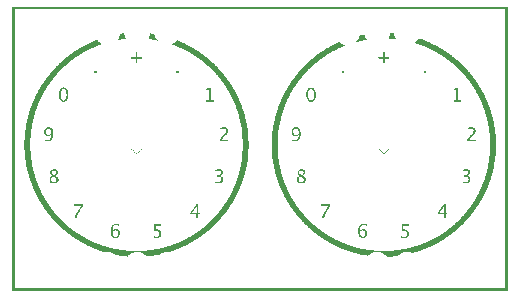
<source format=gto>
G04 MADE WITH FRITZING*
G04 WWW.FRITZING.ORG*
G04 DOUBLE SIDED*
G04 HOLES PLATED*
G04 CONTOUR ON CENTER OF CONTOUR VECTOR*
%ASAXBY*%
%FSLAX23Y23*%
%MOIN*%
%OFA0B0*%
%SFA1.0B1.0*%
%ADD10R,0.001000X0.001000*%
%LNSILK1*%
G90*
G70*
G54D10*
X0Y947D02*
X1650Y947D01*
X0Y946D02*
X1650Y946D01*
X0Y945D02*
X1650Y945D01*
X0Y944D02*
X1650Y944D01*
X0Y943D02*
X1650Y943D01*
X0Y942D02*
X1650Y942D01*
X0Y941D02*
X1650Y941D01*
X0Y940D02*
X1650Y940D01*
X0Y939D02*
X7Y939D01*
X1643Y939D02*
X1650Y939D01*
X0Y938D02*
X7Y938D01*
X1643Y938D02*
X1650Y938D01*
X0Y937D02*
X7Y937D01*
X1643Y937D02*
X1650Y937D01*
X0Y936D02*
X7Y936D01*
X1643Y936D02*
X1650Y936D01*
X0Y935D02*
X7Y935D01*
X1643Y935D02*
X1650Y935D01*
X0Y934D02*
X7Y934D01*
X1643Y934D02*
X1650Y934D01*
X0Y933D02*
X7Y933D01*
X1643Y933D02*
X1650Y933D01*
X0Y932D02*
X7Y932D01*
X1643Y932D02*
X1650Y932D01*
X0Y931D02*
X7Y931D01*
X1643Y931D02*
X1650Y931D01*
X0Y930D02*
X7Y930D01*
X1643Y930D02*
X1650Y930D01*
X0Y929D02*
X7Y929D01*
X1643Y929D02*
X1650Y929D01*
X0Y928D02*
X7Y928D01*
X1643Y928D02*
X1650Y928D01*
X0Y927D02*
X7Y927D01*
X1643Y927D02*
X1650Y927D01*
X0Y926D02*
X7Y926D01*
X1643Y926D02*
X1650Y926D01*
X0Y925D02*
X7Y925D01*
X1643Y925D02*
X1650Y925D01*
X0Y924D02*
X7Y924D01*
X1643Y924D02*
X1650Y924D01*
X0Y923D02*
X7Y923D01*
X1643Y923D02*
X1650Y923D01*
X0Y922D02*
X7Y922D01*
X1643Y922D02*
X1650Y922D01*
X0Y921D02*
X7Y921D01*
X1643Y921D02*
X1650Y921D01*
X0Y920D02*
X7Y920D01*
X1643Y920D02*
X1650Y920D01*
X0Y919D02*
X7Y919D01*
X1643Y919D02*
X1650Y919D01*
X0Y918D02*
X7Y918D01*
X1643Y918D02*
X1650Y918D01*
X0Y917D02*
X7Y917D01*
X1643Y917D02*
X1650Y917D01*
X0Y916D02*
X7Y916D01*
X1643Y916D02*
X1650Y916D01*
X0Y915D02*
X7Y915D01*
X1643Y915D02*
X1650Y915D01*
X0Y914D02*
X7Y914D01*
X1643Y914D02*
X1650Y914D01*
X0Y913D02*
X7Y913D01*
X1643Y913D02*
X1650Y913D01*
X0Y912D02*
X7Y912D01*
X1643Y912D02*
X1650Y912D01*
X0Y911D02*
X7Y911D01*
X1643Y911D02*
X1650Y911D01*
X0Y910D02*
X7Y910D01*
X1643Y910D02*
X1650Y910D01*
X0Y909D02*
X7Y909D01*
X1643Y909D02*
X1650Y909D01*
X0Y908D02*
X7Y908D01*
X1643Y908D02*
X1650Y908D01*
X0Y907D02*
X7Y907D01*
X1643Y907D02*
X1650Y907D01*
X0Y906D02*
X7Y906D01*
X1643Y906D02*
X1650Y906D01*
X0Y905D02*
X7Y905D01*
X1643Y905D02*
X1650Y905D01*
X0Y904D02*
X7Y904D01*
X1643Y904D02*
X1650Y904D01*
X0Y903D02*
X7Y903D01*
X1643Y903D02*
X1650Y903D01*
X0Y902D02*
X7Y902D01*
X1643Y902D02*
X1650Y902D01*
X0Y901D02*
X7Y901D01*
X1643Y901D02*
X1650Y901D01*
X0Y900D02*
X7Y900D01*
X1643Y900D02*
X1650Y900D01*
X0Y899D02*
X7Y899D01*
X1643Y899D02*
X1650Y899D01*
X0Y898D02*
X7Y898D01*
X1643Y898D02*
X1650Y898D01*
X0Y897D02*
X7Y897D01*
X1643Y897D02*
X1650Y897D01*
X0Y896D02*
X7Y896D01*
X1643Y896D02*
X1650Y896D01*
X0Y895D02*
X7Y895D01*
X1643Y895D02*
X1650Y895D01*
X0Y894D02*
X7Y894D01*
X1643Y894D02*
X1650Y894D01*
X0Y893D02*
X7Y893D01*
X1643Y893D02*
X1650Y893D01*
X0Y892D02*
X7Y892D01*
X1643Y892D02*
X1650Y892D01*
X0Y891D02*
X7Y891D01*
X1643Y891D02*
X1650Y891D01*
X0Y890D02*
X7Y890D01*
X1643Y890D02*
X1650Y890D01*
X0Y889D02*
X7Y889D01*
X1643Y889D02*
X1650Y889D01*
X0Y888D02*
X7Y888D01*
X1643Y888D02*
X1650Y888D01*
X0Y887D02*
X7Y887D01*
X1643Y887D02*
X1650Y887D01*
X0Y886D02*
X7Y886D01*
X1643Y886D02*
X1650Y886D01*
X0Y885D02*
X7Y885D01*
X1643Y885D02*
X1650Y885D01*
X0Y884D02*
X7Y884D01*
X1643Y884D02*
X1650Y884D01*
X0Y883D02*
X7Y883D01*
X1643Y883D02*
X1650Y883D01*
X0Y882D02*
X7Y882D01*
X1643Y882D02*
X1650Y882D01*
X0Y881D02*
X7Y881D01*
X1643Y881D02*
X1650Y881D01*
X0Y880D02*
X7Y880D01*
X1643Y880D02*
X1650Y880D01*
X0Y879D02*
X7Y879D01*
X1643Y879D02*
X1650Y879D01*
X0Y878D02*
X7Y878D01*
X1643Y878D02*
X1650Y878D01*
X0Y877D02*
X7Y877D01*
X1643Y877D02*
X1650Y877D01*
X0Y876D02*
X7Y876D01*
X1643Y876D02*
X1650Y876D01*
X0Y875D02*
X7Y875D01*
X1643Y875D02*
X1650Y875D01*
X0Y874D02*
X7Y874D01*
X1643Y874D02*
X1650Y874D01*
X0Y873D02*
X7Y873D01*
X1643Y873D02*
X1650Y873D01*
X0Y872D02*
X7Y872D01*
X1643Y872D02*
X1650Y872D01*
X0Y871D02*
X7Y871D01*
X1643Y871D02*
X1650Y871D01*
X0Y870D02*
X7Y870D01*
X1643Y870D02*
X1650Y870D01*
X0Y869D02*
X7Y869D01*
X1643Y869D02*
X1650Y869D01*
X0Y868D02*
X7Y868D01*
X1643Y868D02*
X1650Y868D01*
X0Y867D02*
X7Y867D01*
X1643Y867D02*
X1650Y867D01*
X0Y866D02*
X7Y866D01*
X1643Y866D02*
X1650Y866D01*
X0Y865D02*
X7Y865D01*
X1643Y865D02*
X1650Y865D01*
X0Y864D02*
X7Y864D01*
X1643Y864D02*
X1650Y864D01*
X0Y863D02*
X7Y863D01*
X1643Y863D02*
X1650Y863D01*
X0Y862D02*
X7Y862D01*
X1643Y862D02*
X1650Y862D01*
X0Y861D02*
X7Y861D01*
X1260Y861D02*
X1268Y861D01*
X1643Y861D02*
X1650Y861D01*
X0Y860D02*
X7Y860D01*
X1260Y860D02*
X1271Y860D01*
X1643Y860D02*
X1650Y860D01*
X0Y859D02*
X7Y859D01*
X365Y859D02*
X372Y859D01*
X460Y859D02*
X462Y859D01*
X1260Y859D02*
X1271Y859D01*
X1643Y859D02*
X1650Y859D01*
X0Y858D02*
X7Y858D01*
X360Y858D02*
X372Y858D01*
X460Y858D02*
X469Y858D01*
X1260Y858D02*
X1271Y858D01*
X1643Y858D02*
X1650Y858D01*
X0Y857D02*
X7Y857D01*
X360Y857D02*
X372Y857D01*
X460Y857D02*
X472Y857D01*
X1259Y857D02*
X1271Y857D01*
X1643Y857D02*
X1650Y857D01*
X0Y856D02*
X7Y856D01*
X360Y856D02*
X372Y856D01*
X460Y856D02*
X472Y856D01*
X1171Y856D02*
X1172Y856D01*
X1259Y856D02*
X1272Y856D01*
X1643Y856D02*
X1650Y856D01*
X0Y855D02*
X7Y855D01*
X359Y855D02*
X372Y855D01*
X459Y855D02*
X472Y855D01*
X1166Y855D02*
X1172Y855D01*
X1259Y855D02*
X1272Y855D01*
X1643Y855D02*
X1650Y855D01*
X0Y854D02*
X7Y854D01*
X359Y854D02*
X373Y854D01*
X459Y854D02*
X473Y854D01*
X1161Y854D02*
X1172Y854D01*
X1259Y854D02*
X1272Y854D01*
X1643Y854D02*
X1650Y854D01*
X0Y853D02*
X7Y853D01*
X359Y853D02*
X373Y853D01*
X459Y853D02*
X473Y853D01*
X1158Y853D02*
X1173Y853D01*
X1258Y853D02*
X1272Y853D01*
X1643Y853D02*
X1650Y853D01*
X0Y852D02*
X7Y852D01*
X359Y852D02*
X373Y852D01*
X459Y852D02*
X473Y852D01*
X1158Y852D02*
X1173Y852D01*
X1258Y852D02*
X1273Y852D01*
X1643Y852D02*
X1650Y852D01*
X0Y851D02*
X7Y851D01*
X358Y851D02*
X374Y851D01*
X458Y851D02*
X474Y851D01*
X1158Y851D02*
X1173Y851D01*
X1258Y851D02*
X1273Y851D01*
X1643Y851D02*
X1650Y851D01*
X0Y850D02*
X7Y850D01*
X358Y850D02*
X374Y850D01*
X458Y850D02*
X474Y850D01*
X1157Y850D02*
X1174Y850D01*
X1257Y850D02*
X1274Y850D01*
X1643Y850D02*
X1650Y850D01*
X0Y849D02*
X7Y849D01*
X357Y849D02*
X375Y849D01*
X457Y849D02*
X474Y849D01*
X1157Y849D02*
X1174Y849D01*
X1257Y849D02*
X1274Y849D01*
X1643Y849D02*
X1650Y849D01*
X0Y848D02*
X7Y848D01*
X357Y848D02*
X375Y848D01*
X457Y848D02*
X475Y848D01*
X1157Y848D02*
X1175Y848D01*
X1256Y848D02*
X1274Y848D01*
X1643Y848D02*
X1650Y848D01*
X0Y847D02*
X7Y847D01*
X356Y847D02*
X375Y847D01*
X456Y847D02*
X475Y847D01*
X1156Y847D02*
X1175Y847D01*
X1256Y847D02*
X1275Y847D01*
X1643Y847D02*
X1650Y847D01*
X0Y846D02*
X7Y846D01*
X356Y846D02*
X376Y846D01*
X456Y846D02*
X476Y846D01*
X1155Y846D02*
X1176Y846D01*
X1255Y846D02*
X1275Y846D01*
X1643Y846D02*
X1650Y846D01*
X0Y845D02*
X7Y845D01*
X355Y845D02*
X377Y845D01*
X455Y845D02*
X476Y845D01*
X1155Y845D02*
X1176Y845D01*
X1255Y845D02*
X1276Y845D01*
X1643Y845D02*
X1650Y845D01*
X0Y844D02*
X7Y844D01*
X355Y844D02*
X377Y844D01*
X455Y844D02*
X477Y844D01*
X1154Y844D02*
X1177Y844D01*
X1254Y844D02*
X1277Y844D01*
X1643Y844D02*
X1650Y844D01*
X0Y843D02*
X7Y843D01*
X354Y843D02*
X378Y843D01*
X454Y843D02*
X478Y843D01*
X1154Y843D02*
X1177Y843D01*
X1254Y843D02*
X1277Y843D01*
X1354Y843D02*
X1355Y843D01*
X1643Y843D02*
X1650Y843D01*
X0Y842D02*
X7Y842D01*
X354Y842D02*
X378Y842D01*
X453Y842D02*
X478Y842D01*
X1153Y842D02*
X1178Y842D01*
X1259Y842D02*
X1278Y842D01*
X1353Y842D02*
X1358Y842D01*
X1643Y842D02*
X1650Y842D01*
X0Y841D02*
X7Y841D01*
X353Y841D02*
X379Y841D01*
X453Y841D02*
X479Y841D01*
X1152Y841D02*
X1179Y841D01*
X1272Y841D02*
X1278Y841D01*
X1352Y841D02*
X1361Y841D01*
X1643Y841D02*
X1650Y841D01*
X0Y840D02*
X7Y840D01*
X352Y840D02*
X370Y840D01*
X457Y840D02*
X480Y840D01*
X1152Y840D02*
X1179Y840D01*
X1352Y840D02*
X1364Y840D01*
X1643Y840D02*
X1650Y840D01*
X0Y839D02*
X7Y839D01*
X351Y839D02*
X362Y839D01*
X465Y839D02*
X480Y839D01*
X1151Y839D02*
X1180Y839D01*
X1351Y839D02*
X1367Y839D01*
X1643Y839D02*
X1650Y839D01*
X0Y838D02*
X7Y838D01*
X351Y838D02*
X355Y838D01*
X471Y838D02*
X481Y838D01*
X1150Y838D02*
X1180Y838D01*
X1350Y838D02*
X1369Y838D01*
X1643Y838D02*
X1650Y838D01*
X0Y837D02*
X7Y837D01*
X280Y837D02*
X282Y837D01*
X477Y837D02*
X482Y837D01*
X1149Y837D02*
X1174Y837D01*
X1349Y837D02*
X1372Y837D01*
X1643Y837D02*
X1650Y837D01*
X0Y836D02*
X7Y836D01*
X277Y836D02*
X283Y836D01*
X483Y836D02*
X483Y836D01*
X549Y836D02*
X550Y836D01*
X1148Y836D02*
X1169Y836D01*
X1348Y836D02*
X1374Y836D01*
X1643Y836D02*
X1650Y836D01*
X0Y835D02*
X7Y835D01*
X275Y835D02*
X284Y835D01*
X548Y835D02*
X552Y835D01*
X1148Y835D02*
X1164Y835D01*
X1347Y835D02*
X1377Y835D01*
X1643Y835D02*
X1650Y835D01*
X0Y834D02*
X7Y834D01*
X272Y834D02*
X285Y834D01*
X547Y834D02*
X555Y834D01*
X1147Y834D02*
X1159Y834D01*
X1346Y834D02*
X1379Y834D01*
X1643Y834D02*
X1650Y834D01*
X0Y833D02*
X7Y833D01*
X270Y833D02*
X286Y833D01*
X546Y833D02*
X557Y833D01*
X1146Y833D02*
X1155Y833D01*
X1345Y833D02*
X1382Y833D01*
X1643Y833D02*
X1650Y833D01*
X0Y832D02*
X7Y832D01*
X268Y832D02*
X287Y832D01*
X545Y832D02*
X559Y832D01*
X1144Y832D02*
X1151Y832D01*
X1344Y832D02*
X1384Y832D01*
X1643Y832D02*
X1650Y832D01*
X0Y831D02*
X7Y831D01*
X265Y831D02*
X288Y831D01*
X544Y831D02*
X562Y831D01*
X1143Y831D02*
X1147Y831D01*
X1343Y831D02*
X1386Y831D01*
X1643Y831D02*
X1650Y831D01*
X0Y830D02*
X7Y830D01*
X263Y830D02*
X289Y830D01*
X542Y830D02*
X564Y830D01*
X1088Y830D02*
X1089Y830D01*
X1142Y830D02*
X1143Y830D01*
X1342Y830D02*
X1388Y830D01*
X1643Y830D02*
X1650Y830D01*
X0Y829D02*
X7Y829D01*
X261Y829D02*
X291Y829D01*
X541Y829D02*
X566Y829D01*
X1085Y829D02*
X1090Y829D01*
X1341Y829D02*
X1390Y829D01*
X1643Y829D02*
X1650Y829D01*
X0Y828D02*
X7Y828D01*
X259Y828D02*
X292Y828D01*
X540Y828D02*
X568Y828D01*
X1083Y828D02*
X1092Y828D01*
X1340Y828D02*
X1392Y828D01*
X1643Y828D02*
X1650Y828D01*
X0Y827D02*
X7Y827D01*
X257Y827D02*
X294Y827D01*
X538Y827D02*
X570Y827D01*
X1081Y827D02*
X1093Y827D01*
X1344Y827D02*
X1393Y827D01*
X1643Y827D02*
X1650Y827D01*
X0Y826D02*
X7Y826D01*
X254Y826D02*
X295Y826D01*
X537Y826D02*
X573Y826D01*
X1079Y826D02*
X1095Y826D01*
X1347Y826D02*
X1395Y826D01*
X1643Y826D02*
X1650Y826D01*
X0Y825D02*
X7Y825D01*
X252Y825D02*
X297Y825D01*
X535Y825D02*
X575Y825D01*
X1077Y825D02*
X1097Y825D01*
X1350Y825D02*
X1397Y825D01*
X1643Y825D02*
X1650Y825D01*
X0Y824D02*
X7Y824D01*
X250Y824D02*
X299Y824D01*
X533Y824D02*
X577Y824D01*
X1075Y824D02*
X1099Y824D01*
X1353Y824D02*
X1399Y824D01*
X1643Y824D02*
X1650Y824D01*
X0Y823D02*
X7Y823D01*
X248Y823D02*
X296Y823D01*
X531Y823D02*
X579Y823D01*
X1073Y823D02*
X1101Y823D01*
X1356Y823D02*
X1401Y823D01*
X1643Y823D02*
X1650Y823D01*
X0Y822D02*
X7Y822D01*
X246Y822D02*
X293Y822D01*
X534Y822D02*
X581Y822D01*
X1071Y822D02*
X1104Y822D01*
X1359Y822D02*
X1404Y822D01*
X1643Y822D02*
X1650Y822D01*
X0Y821D02*
X7Y821D01*
X244Y821D02*
X290Y821D01*
X537Y821D02*
X582Y821D01*
X1069Y821D02*
X1108Y821D01*
X1361Y821D02*
X1407Y821D01*
X1643Y821D02*
X1650Y821D01*
X0Y820D02*
X7Y820D01*
X242Y820D02*
X287Y820D01*
X539Y820D02*
X584Y820D01*
X1067Y820D02*
X1112Y820D01*
X1364Y820D02*
X1409Y820D01*
X1643Y820D02*
X1650Y820D01*
X0Y819D02*
X7Y819D01*
X241Y819D02*
X285Y819D01*
X542Y819D02*
X586Y819D01*
X1065Y819D02*
X1109Y819D01*
X1367Y819D02*
X1411Y819D01*
X1643Y819D02*
X1650Y819D01*
X0Y818D02*
X7Y818D01*
X239Y818D02*
X282Y818D01*
X545Y818D02*
X588Y818D01*
X1063Y818D02*
X1107Y818D01*
X1369Y818D02*
X1413Y818D01*
X1643Y818D02*
X1650Y818D01*
X0Y817D02*
X7Y817D01*
X237Y817D02*
X280Y817D01*
X547Y817D02*
X590Y817D01*
X1061Y817D02*
X1104Y817D01*
X1372Y817D02*
X1415Y817D01*
X1643Y817D02*
X1650Y817D01*
X0Y816D02*
X7Y816D01*
X235Y816D02*
X277Y816D01*
X550Y816D02*
X592Y816D01*
X1059Y816D02*
X1102Y816D01*
X1374Y816D02*
X1417Y816D01*
X1643Y816D02*
X1650Y816D01*
X0Y815D02*
X7Y815D01*
X233Y815D02*
X275Y815D01*
X552Y815D02*
X594Y815D01*
X1058Y815D02*
X1099Y815D01*
X1377Y815D02*
X1418Y815D01*
X1643Y815D02*
X1650Y815D01*
X0Y814D02*
X7Y814D01*
X231Y814D02*
X272Y814D01*
X554Y814D02*
X595Y814D01*
X1056Y814D02*
X1097Y814D01*
X1379Y814D02*
X1420Y814D01*
X1643Y814D02*
X1650Y814D01*
X0Y813D02*
X7Y813D01*
X230Y813D02*
X270Y813D01*
X557Y813D02*
X597Y813D01*
X1054Y813D02*
X1095Y813D01*
X1381Y813D02*
X1422Y813D01*
X1643Y813D02*
X1650Y813D01*
X0Y812D02*
X7Y812D01*
X228Y812D02*
X268Y812D01*
X559Y812D02*
X599Y812D01*
X1052Y812D02*
X1093Y812D01*
X1383Y812D02*
X1424Y812D01*
X1643Y812D02*
X1650Y812D01*
X0Y811D02*
X7Y811D01*
X226Y811D02*
X266Y811D01*
X561Y811D02*
X601Y811D01*
X1051Y811D02*
X1090Y811D01*
X1386Y811D02*
X1425Y811D01*
X1643Y811D02*
X1650Y811D01*
X0Y810D02*
X7Y810D01*
X224Y810D02*
X264Y810D01*
X563Y810D02*
X602Y810D01*
X1049Y810D02*
X1088Y810D01*
X1388Y810D02*
X1427Y810D01*
X1643Y810D02*
X1650Y810D01*
X0Y809D02*
X7Y809D01*
X223Y809D02*
X261Y809D01*
X566Y809D02*
X604Y809D01*
X1047Y809D02*
X1086Y809D01*
X1390Y809D02*
X1429Y809D01*
X1643Y809D02*
X1650Y809D01*
X0Y808D02*
X7Y808D01*
X221Y808D02*
X259Y808D01*
X568Y808D02*
X606Y808D01*
X1046Y808D02*
X1084Y808D01*
X1392Y808D02*
X1430Y808D01*
X1643Y808D02*
X1650Y808D01*
X0Y807D02*
X7Y807D01*
X219Y807D02*
X257Y807D01*
X570Y807D02*
X607Y807D01*
X1044Y807D02*
X1082Y807D01*
X1394Y807D02*
X1432Y807D01*
X1643Y807D02*
X1650Y807D01*
X0Y806D02*
X7Y806D01*
X218Y806D02*
X255Y806D01*
X572Y806D02*
X609Y806D01*
X1042Y806D02*
X1080Y806D01*
X1396Y806D02*
X1434Y806D01*
X1643Y806D02*
X1650Y806D01*
X0Y805D02*
X7Y805D01*
X216Y805D02*
X253Y805D01*
X574Y805D02*
X611Y805D01*
X1041Y805D02*
X1078Y805D01*
X1398Y805D02*
X1435Y805D01*
X1643Y805D02*
X1650Y805D01*
X0Y804D02*
X7Y804D01*
X215Y804D02*
X251Y804D01*
X576Y804D02*
X612Y804D01*
X1039Y804D02*
X1076Y804D01*
X1400Y804D02*
X1437Y804D01*
X1643Y804D02*
X1650Y804D01*
X0Y803D02*
X7Y803D01*
X213Y803D02*
X249Y803D01*
X578Y803D02*
X614Y803D01*
X1038Y803D02*
X1074Y803D01*
X1402Y803D02*
X1438Y803D01*
X1643Y803D02*
X1650Y803D01*
X0Y802D02*
X7Y802D01*
X212Y802D02*
X247Y802D01*
X580Y802D02*
X615Y802D01*
X1036Y802D02*
X1072Y802D01*
X1404Y802D02*
X1440Y802D01*
X1643Y802D02*
X1650Y802D01*
X0Y801D02*
X7Y801D01*
X210Y801D02*
X245Y801D01*
X582Y801D02*
X617Y801D01*
X1035Y801D02*
X1070Y801D01*
X1406Y801D02*
X1441Y801D01*
X1643Y801D02*
X1650Y801D01*
X0Y800D02*
X7Y800D01*
X209Y800D02*
X243Y800D01*
X584Y800D02*
X618Y800D01*
X1033Y800D02*
X1068Y800D01*
X1408Y800D02*
X1443Y800D01*
X1643Y800D02*
X1650Y800D01*
X0Y799D02*
X7Y799D01*
X207Y799D02*
X242Y799D01*
X585Y799D02*
X620Y799D01*
X1032Y799D02*
X1066Y799D01*
X1410Y799D02*
X1444Y799D01*
X1643Y799D02*
X1650Y799D01*
X0Y798D02*
X7Y798D01*
X205Y798D02*
X240Y798D01*
X587Y798D02*
X621Y798D01*
X1030Y798D02*
X1064Y798D01*
X1412Y798D02*
X1446Y798D01*
X1643Y798D02*
X1650Y798D01*
X0Y797D02*
X7Y797D01*
X204Y797D02*
X238Y797D01*
X589Y797D02*
X623Y797D01*
X1029Y797D02*
X1063Y797D01*
X1413Y797D02*
X1447Y797D01*
X1643Y797D02*
X1650Y797D01*
X0Y796D02*
X7Y796D01*
X203Y796D02*
X236Y796D01*
X412Y796D02*
X415Y796D01*
X591Y796D02*
X624Y796D01*
X1027Y796D02*
X1061Y796D01*
X1236Y796D02*
X1240Y796D01*
X1415Y796D02*
X1449Y796D01*
X1643Y796D02*
X1650Y796D01*
X0Y795D02*
X7Y795D01*
X201Y795D02*
X235Y795D01*
X412Y795D02*
X415Y795D01*
X592Y795D02*
X626Y795D01*
X1026Y795D02*
X1059Y795D01*
X1236Y795D02*
X1240Y795D01*
X1417Y795D02*
X1450Y795D01*
X1643Y795D02*
X1650Y795D01*
X0Y794D02*
X7Y794D01*
X200Y794D02*
X233Y794D01*
X412Y794D02*
X415Y794D01*
X594Y794D02*
X627Y794D01*
X1024Y794D02*
X1057Y794D01*
X1236Y794D02*
X1240Y794D01*
X1419Y794D02*
X1452Y794D01*
X1643Y794D02*
X1650Y794D01*
X0Y793D02*
X7Y793D01*
X198Y793D02*
X231Y793D01*
X412Y793D02*
X415Y793D01*
X596Y793D02*
X628Y793D01*
X1023Y793D02*
X1056Y793D01*
X1236Y793D02*
X1240Y793D01*
X1420Y793D02*
X1453Y793D01*
X1643Y793D02*
X1650Y793D01*
X0Y792D02*
X7Y792D01*
X197Y792D02*
X229Y792D01*
X412Y792D02*
X415Y792D01*
X598Y792D02*
X630Y792D01*
X1022Y792D02*
X1054Y792D01*
X1236Y792D02*
X1240Y792D01*
X1422Y792D02*
X1454Y792D01*
X1643Y792D02*
X1650Y792D01*
X0Y791D02*
X7Y791D01*
X196Y791D02*
X228Y791D01*
X412Y791D02*
X415Y791D01*
X599Y791D02*
X631Y791D01*
X1020Y791D02*
X1052Y791D01*
X1236Y791D02*
X1240Y791D01*
X1424Y791D02*
X1456Y791D01*
X1643Y791D02*
X1650Y791D01*
X0Y790D02*
X7Y790D01*
X194Y790D02*
X226Y790D01*
X412Y790D02*
X415Y790D01*
X601Y790D02*
X633Y790D01*
X1019Y790D02*
X1051Y790D01*
X1236Y790D02*
X1240Y790D01*
X1425Y790D02*
X1457Y790D01*
X1643Y790D02*
X1650Y790D01*
X0Y789D02*
X7Y789D01*
X193Y789D02*
X225Y789D01*
X412Y789D02*
X415Y789D01*
X602Y789D02*
X634Y789D01*
X1017Y789D02*
X1049Y789D01*
X1236Y789D02*
X1240Y789D01*
X1427Y789D02*
X1459Y789D01*
X1643Y789D02*
X1650Y789D01*
X0Y788D02*
X7Y788D01*
X191Y788D02*
X223Y788D01*
X412Y788D02*
X415Y788D01*
X604Y788D02*
X635Y788D01*
X1016Y788D02*
X1048Y788D01*
X1236Y788D02*
X1240Y788D01*
X1428Y788D02*
X1460Y788D01*
X1643Y788D02*
X1650Y788D01*
X0Y787D02*
X7Y787D01*
X190Y787D02*
X221Y787D01*
X412Y787D02*
X415Y787D01*
X605Y787D02*
X637Y787D01*
X1015Y787D02*
X1046Y787D01*
X1236Y787D02*
X1240Y787D01*
X1430Y787D02*
X1461Y787D01*
X1643Y787D02*
X1650Y787D01*
X0Y786D02*
X7Y786D01*
X189Y786D02*
X220Y786D01*
X412Y786D02*
X415Y786D01*
X607Y786D02*
X638Y786D01*
X1013Y786D02*
X1044Y786D01*
X1236Y786D02*
X1240Y786D01*
X1432Y786D02*
X1463Y786D01*
X1643Y786D02*
X1650Y786D01*
X0Y785D02*
X7Y785D01*
X188Y785D02*
X218Y785D01*
X412Y785D02*
X415Y785D01*
X609Y785D02*
X639Y785D01*
X1012Y785D02*
X1043Y785D01*
X1236Y785D02*
X1240Y785D01*
X1433Y785D02*
X1464Y785D01*
X1643Y785D02*
X1650Y785D01*
X0Y784D02*
X7Y784D01*
X186Y784D02*
X217Y784D01*
X412Y784D02*
X415Y784D01*
X610Y784D02*
X641Y784D01*
X1011Y784D02*
X1041Y784D01*
X1236Y784D02*
X1240Y784D01*
X1435Y784D02*
X1465Y784D01*
X1643Y784D02*
X1650Y784D01*
X0Y783D02*
X7Y783D01*
X185Y783D02*
X215Y783D01*
X412Y783D02*
X415Y783D01*
X612Y783D02*
X642Y783D01*
X1010Y783D02*
X1040Y783D01*
X1236Y783D02*
X1240Y783D01*
X1436Y783D02*
X1466Y783D01*
X1643Y783D02*
X1650Y783D01*
X0Y782D02*
X7Y782D01*
X184Y782D02*
X214Y782D01*
X412Y782D02*
X415Y782D01*
X613Y782D02*
X643Y782D01*
X1008Y782D02*
X1038Y782D01*
X1236Y782D02*
X1240Y782D01*
X1438Y782D02*
X1468Y782D01*
X1643Y782D02*
X1650Y782D01*
X0Y781D02*
X7Y781D01*
X183Y781D02*
X212Y781D01*
X412Y781D02*
X415Y781D01*
X615Y781D02*
X644Y781D01*
X1007Y781D02*
X1037Y781D01*
X1236Y781D02*
X1240Y781D01*
X1439Y781D02*
X1469Y781D01*
X1643Y781D02*
X1650Y781D01*
X0Y780D02*
X7Y780D01*
X181Y780D02*
X211Y780D01*
X396Y780D02*
X431Y780D01*
X616Y780D02*
X646Y780D01*
X1006Y780D02*
X1035Y780D01*
X1220Y780D02*
X1256Y780D01*
X1441Y780D02*
X1470Y780D01*
X1643Y780D02*
X1650Y780D01*
X0Y779D02*
X7Y779D01*
X180Y779D02*
X209Y779D01*
X396Y779D02*
X431Y779D01*
X617Y779D02*
X647Y779D01*
X1005Y779D02*
X1034Y779D01*
X1220Y779D02*
X1256Y779D01*
X1442Y779D02*
X1471Y779D01*
X1643Y779D02*
X1650Y779D01*
X0Y778D02*
X7Y778D01*
X179Y778D02*
X208Y778D01*
X396Y778D02*
X431Y778D01*
X619Y778D02*
X648Y778D01*
X1003Y778D02*
X1033Y778D01*
X1220Y778D02*
X1256Y778D01*
X1443Y778D02*
X1473Y778D01*
X1643Y778D02*
X1650Y778D01*
X0Y777D02*
X7Y777D01*
X177Y777D02*
X207Y777D01*
X396Y777D02*
X431Y777D01*
X620Y777D02*
X649Y777D01*
X1002Y777D02*
X1031Y777D01*
X1220Y777D02*
X1256Y777D01*
X1445Y777D02*
X1474Y777D01*
X1643Y777D02*
X1650Y777D01*
X0Y776D02*
X7Y776D01*
X176Y776D02*
X205Y776D01*
X396Y776D02*
X431Y776D01*
X622Y776D02*
X651Y776D01*
X1001Y776D02*
X1030Y776D01*
X1221Y776D02*
X1255Y776D01*
X1446Y776D02*
X1475Y776D01*
X1643Y776D02*
X1650Y776D01*
X0Y775D02*
X7Y775D01*
X175Y775D02*
X204Y775D01*
X412Y775D02*
X415Y775D01*
X623Y775D02*
X652Y775D01*
X1000Y775D02*
X1028Y775D01*
X1236Y775D02*
X1240Y775D01*
X1448Y775D02*
X1476Y775D01*
X1643Y775D02*
X1650Y775D01*
X0Y774D02*
X7Y774D01*
X174Y774D02*
X202Y774D01*
X412Y774D02*
X415Y774D01*
X624Y774D02*
X653Y774D01*
X998Y774D02*
X1027Y774D01*
X1236Y774D02*
X1240Y774D01*
X1449Y774D02*
X1478Y774D01*
X1643Y774D02*
X1650Y774D01*
X0Y773D02*
X7Y773D01*
X173Y773D02*
X201Y773D01*
X412Y773D02*
X415Y773D01*
X626Y773D02*
X654Y773D01*
X997Y773D02*
X1026Y773D01*
X1236Y773D02*
X1240Y773D01*
X1450Y773D02*
X1479Y773D01*
X1643Y773D02*
X1650Y773D01*
X0Y772D02*
X7Y772D01*
X172Y772D02*
X200Y772D01*
X412Y772D02*
X415Y772D01*
X627Y772D02*
X655Y772D01*
X996Y772D02*
X1024Y772D01*
X1236Y772D02*
X1240Y772D01*
X1452Y772D02*
X1480Y772D01*
X1643Y772D02*
X1650Y772D01*
X0Y771D02*
X7Y771D01*
X170Y771D02*
X198Y771D01*
X412Y771D02*
X415Y771D01*
X628Y771D02*
X656Y771D01*
X995Y771D02*
X1023Y771D01*
X1236Y771D02*
X1240Y771D01*
X1453Y771D02*
X1481Y771D01*
X1643Y771D02*
X1650Y771D01*
X0Y770D02*
X7Y770D01*
X169Y770D02*
X197Y770D01*
X412Y770D02*
X415Y770D01*
X630Y770D02*
X658Y770D01*
X994Y770D02*
X1022Y770D01*
X1236Y770D02*
X1240Y770D01*
X1454Y770D02*
X1482Y770D01*
X1643Y770D02*
X1650Y770D01*
X0Y769D02*
X7Y769D01*
X168Y769D02*
X196Y769D01*
X412Y769D02*
X415Y769D01*
X631Y769D02*
X659Y769D01*
X993Y769D02*
X1020Y769D01*
X1236Y769D02*
X1240Y769D01*
X1456Y769D02*
X1483Y769D01*
X1643Y769D02*
X1650Y769D01*
X0Y768D02*
X7Y768D01*
X167Y768D02*
X195Y768D01*
X412Y768D02*
X415Y768D01*
X632Y768D02*
X660Y768D01*
X992Y768D02*
X1019Y768D01*
X1236Y768D02*
X1240Y768D01*
X1457Y768D02*
X1484Y768D01*
X1643Y768D02*
X1650Y768D01*
X0Y767D02*
X7Y767D01*
X166Y767D02*
X193Y767D01*
X412Y767D02*
X415Y767D01*
X634Y767D02*
X661Y767D01*
X990Y767D02*
X1018Y767D01*
X1236Y767D02*
X1240Y767D01*
X1458Y767D02*
X1486Y767D01*
X1643Y767D02*
X1650Y767D01*
X0Y766D02*
X7Y766D01*
X165Y766D02*
X192Y766D01*
X412Y766D02*
X415Y766D01*
X635Y766D02*
X662Y766D01*
X989Y766D02*
X1017Y766D01*
X1236Y766D02*
X1240Y766D01*
X1459Y766D02*
X1487Y766D01*
X1643Y766D02*
X1650Y766D01*
X0Y765D02*
X7Y765D01*
X164Y765D02*
X191Y765D01*
X412Y765D02*
X415Y765D01*
X636Y765D02*
X663Y765D01*
X988Y765D02*
X1015Y765D01*
X1236Y765D02*
X1240Y765D01*
X1461Y765D02*
X1488Y765D01*
X1643Y765D02*
X1650Y765D01*
X0Y764D02*
X7Y764D01*
X162Y764D02*
X189Y764D01*
X412Y764D02*
X415Y764D01*
X637Y764D02*
X664Y764D01*
X987Y764D02*
X1014Y764D01*
X1236Y764D02*
X1240Y764D01*
X1462Y764D02*
X1489Y764D01*
X1643Y764D02*
X1650Y764D01*
X0Y763D02*
X7Y763D01*
X161Y763D02*
X188Y763D01*
X412Y763D02*
X415Y763D01*
X639Y763D02*
X666Y763D01*
X986Y763D02*
X1013Y763D01*
X1236Y763D02*
X1240Y763D01*
X1463Y763D02*
X1490Y763D01*
X1643Y763D02*
X1650Y763D01*
X0Y762D02*
X7Y762D01*
X160Y762D02*
X187Y762D01*
X412Y762D02*
X415Y762D01*
X640Y762D02*
X667Y762D01*
X985Y762D02*
X1011Y762D01*
X1236Y762D02*
X1240Y762D01*
X1465Y762D02*
X1491Y762D01*
X1643Y762D02*
X1650Y762D01*
X0Y761D02*
X7Y761D01*
X159Y761D02*
X186Y761D01*
X412Y761D02*
X415Y761D01*
X641Y761D02*
X668Y761D01*
X984Y761D02*
X1010Y761D01*
X1236Y761D02*
X1240Y761D01*
X1466Y761D02*
X1492Y761D01*
X1643Y761D02*
X1650Y761D01*
X0Y760D02*
X7Y760D01*
X158Y760D02*
X185Y760D01*
X412Y760D02*
X415Y760D01*
X642Y760D02*
X669Y760D01*
X983Y760D02*
X1009Y760D01*
X1237Y760D02*
X1239Y760D01*
X1467Y760D02*
X1493Y760D01*
X1643Y760D02*
X1650Y760D01*
X0Y759D02*
X7Y759D01*
X157Y759D02*
X183Y759D01*
X643Y759D02*
X670Y759D01*
X982Y759D02*
X1008Y759D01*
X1468Y759D02*
X1494Y759D01*
X1643Y759D02*
X1650Y759D01*
X0Y758D02*
X7Y758D01*
X156Y758D02*
X182Y758D01*
X645Y758D02*
X671Y758D01*
X981Y758D02*
X1007Y758D01*
X1469Y758D02*
X1495Y758D01*
X1643Y758D02*
X1650Y758D01*
X0Y757D02*
X7Y757D01*
X155Y757D02*
X181Y757D01*
X646Y757D02*
X672Y757D01*
X980Y757D02*
X1006Y757D01*
X1470Y757D02*
X1496Y757D01*
X1643Y757D02*
X1650Y757D01*
X0Y756D02*
X7Y756D01*
X154Y756D02*
X180Y756D01*
X647Y756D02*
X673Y756D01*
X979Y756D02*
X1005Y756D01*
X1471Y756D02*
X1497Y756D01*
X1643Y756D02*
X1650Y756D01*
X0Y755D02*
X7Y755D01*
X153Y755D02*
X179Y755D01*
X648Y755D02*
X674Y755D01*
X978Y755D02*
X1003Y755D01*
X1473Y755D02*
X1498Y755D01*
X1643Y755D02*
X1650Y755D01*
X0Y754D02*
X7Y754D01*
X152Y754D02*
X178Y754D01*
X649Y754D02*
X675Y754D01*
X977Y754D02*
X1002Y754D01*
X1474Y754D02*
X1499Y754D01*
X1643Y754D02*
X1650Y754D01*
X0Y753D02*
X7Y753D01*
X151Y753D02*
X177Y753D01*
X650Y753D02*
X676Y753D01*
X975Y753D02*
X1001Y753D01*
X1475Y753D02*
X1501Y753D01*
X1643Y753D02*
X1650Y753D01*
X0Y752D02*
X7Y752D01*
X150Y752D02*
X175Y752D01*
X652Y752D02*
X677Y752D01*
X974Y752D02*
X1000Y752D01*
X1476Y752D02*
X1502Y752D01*
X1643Y752D02*
X1650Y752D01*
X0Y751D02*
X7Y751D01*
X149Y751D02*
X174Y751D01*
X653Y751D02*
X678Y751D01*
X973Y751D02*
X999Y751D01*
X1477Y751D02*
X1503Y751D01*
X1643Y751D02*
X1650Y751D01*
X0Y750D02*
X7Y750D01*
X148Y750D02*
X173Y750D01*
X654Y750D02*
X679Y750D01*
X973Y750D02*
X998Y750D01*
X1478Y750D02*
X1503Y750D01*
X1643Y750D02*
X1650Y750D01*
X0Y749D02*
X7Y749D01*
X147Y749D02*
X172Y749D01*
X655Y749D02*
X680Y749D01*
X972Y749D02*
X997Y749D01*
X1479Y749D02*
X1504Y749D01*
X1643Y749D02*
X1650Y749D01*
X0Y748D02*
X7Y748D01*
X146Y748D02*
X171Y748D01*
X656Y748D02*
X681Y748D01*
X971Y748D02*
X996Y748D01*
X1480Y748D02*
X1505Y748D01*
X1643Y748D02*
X1650Y748D01*
X0Y747D02*
X7Y747D01*
X145Y747D02*
X170Y747D01*
X657Y747D02*
X682Y747D01*
X970Y747D02*
X995Y747D01*
X1481Y747D02*
X1506Y747D01*
X1643Y747D02*
X1650Y747D01*
X0Y746D02*
X7Y746D01*
X144Y746D02*
X169Y746D01*
X658Y746D02*
X683Y746D01*
X969Y746D02*
X994Y746D01*
X1482Y746D02*
X1507Y746D01*
X1643Y746D02*
X1650Y746D01*
X0Y745D02*
X7Y745D01*
X143Y745D02*
X168Y745D01*
X659Y745D02*
X684Y745D01*
X968Y745D02*
X992Y745D01*
X1484Y745D02*
X1508Y745D01*
X1643Y745D02*
X1650Y745D01*
X0Y744D02*
X7Y744D01*
X142Y744D02*
X167Y744D01*
X660Y744D02*
X685Y744D01*
X967Y744D02*
X991Y744D01*
X1485Y744D02*
X1509Y744D01*
X1643Y744D02*
X1650Y744D01*
X0Y743D02*
X7Y743D01*
X141Y743D02*
X166Y743D01*
X661Y743D02*
X686Y743D01*
X966Y743D02*
X990Y743D01*
X1486Y743D02*
X1510Y743D01*
X1643Y743D02*
X1650Y743D01*
X0Y742D02*
X7Y742D01*
X140Y742D02*
X165Y742D01*
X662Y742D02*
X687Y742D01*
X965Y742D02*
X989Y742D01*
X1487Y742D02*
X1511Y742D01*
X1643Y742D02*
X1650Y742D01*
X0Y741D02*
X7Y741D01*
X139Y741D02*
X164Y741D01*
X663Y741D02*
X688Y741D01*
X964Y741D02*
X988Y741D01*
X1488Y741D02*
X1512Y741D01*
X1643Y741D02*
X1650Y741D01*
X0Y740D02*
X7Y740D01*
X138Y740D02*
X163Y740D01*
X664Y740D02*
X688Y740D01*
X963Y740D02*
X987Y740D01*
X1489Y740D02*
X1513Y740D01*
X1643Y740D02*
X1650Y740D01*
X0Y739D02*
X7Y739D01*
X138Y739D02*
X162Y739D01*
X665Y739D02*
X689Y739D01*
X962Y739D02*
X986Y739D01*
X1490Y739D02*
X1514Y739D01*
X1643Y739D02*
X1650Y739D01*
X0Y738D02*
X7Y738D01*
X137Y738D02*
X161Y738D01*
X666Y738D02*
X690Y738D01*
X961Y738D02*
X985Y738D01*
X1491Y738D02*
X1515Y738D01*
X1643Y738D02*
X1650Y738D01*
X0Y737D02*
X7Y737D01*
X136Y737D02*
X160Y737D01*
X667Y737D02*
X691Y737D01*
X960Y737D02*
X984Y737D01*
X1492Y737D02*
X1516Y737D01*
X1643Y737D02*
X1650Y737D01*
X0Y736D02*
X7Y736D01*
X135Y736D02*
X159Y736D01*
X668Y736D02*
X692Y736D01*
X959Y736D02*
X983Y736D01*
X1493Y736D02*
X1517Y736D01*
X1643Y736D02*
X1650Y736D01*
X0Y735D02*
X7Y735D01*
X134Y735D02*
X158Y735D01*
X669Y735D02*
X693Y735D01*
X959Y735D02*
X982Y735D01*
X1494Y735D02*
X1517Y735D01*
X1643Y735D02*
X1650Y735D01*
X0Y734D02*
X7Y734D01*
X133Y734D02*
X157Y734D01*
X670Y734D02*
X694Y734D01*
X958Y734D02*
X981Y734D01*
X1495Y734D02*
X1518Y734D01*
X1643Y734D02*
X1650Y734D01*
X0Y733D02*
X7Y733D01*
X132Y733D02*
X156Y733D01*
X273Y733D02*
X280Y733D01*
X547Y733D02*
X554Y733D01*
X671Y733D02*
X695Y733D01*
X957Y733D02*
X981Y733D01*
X1098Y733D02*
X1104Y733D01*
X1372Y733D02*
X1378Y733D01*
X1495Y733D02*
X1519Y733D01*
X1643Y733D02*
X1650Y733D01*
X0Y732D02*
X7Y732D01*
X131Y732D02*
X155Y732D01*
X273Y732D02*
X280Y732D01*
X547Y732D02*
X554Y732D01*
X672Y732D02*
X695Y732D01*
X956Y732D02*
X980Y732D01*
X1098Y732D02*
X1104Y732D01*
X1372Y732D02*
X1378Y732D01*
X1496Y732D02*
X1520Y732D01*
X1643Y732D02*
X1650Y732D01*
X0Y731D02*
X7Y731D01*
X131Y731D02*
X154Y731D01*
X273Y731D02*
X280Y731D01*
X547Y731D02*
X554Y731D01*
X673Y731D02*
X696Y731D01*
X955Y731D02*
X979Y731D01*
X1098Y731D02*
X1104Y731D01*
X1372Y731D02*
X1378Y731D01*
X1497Y731D02*
X1521Y731D01*
X1643Y731D02*
X1650Y731D01*
X0Y730D02*
X7Y730D01*
X130Y730D02*
X153Y730D01*
X273Y730D02*
X280Y730D01*
X547Y730D02*
X554Y730D01*
X674Y730D02*
X697Y730D01*
X954Y730D02*
X978Y730D01*
X1098Y730D02*
X1104Y730D01*
X1372Y730D02*
X1378Y730D01*
X1498Y730D02*
X1522Y730D01*
X1643Y730D02*
X1650Y730D01*
X0Y729D02*
X7Y729D01*
X129Y729D02*
X152Y729D01*
X273Y729D02*
X280Y729D01*
X547Y729D02*
X554Y729D01*
X675Y729D02*
X698Y729D01*
X953Y729D02*
X977Y729D01*
X1098Y729D02*
X1104Y729D01*
X1372Y729D02*
X1378Y729D01*
X1499Y729D02*
X1523Y729D01*
X1643Y729D02*
X1650Y729D01*
X0Y728D02*
X7Y728D01*
X128Y728D02*
X151Y728D01*
X273Y728D02*
X280Y728D01*
X547Y728D02*
X554Y728D01*
X676Y728D02*
X699Y728D01*
X953Y728D02*
X976Y728D01*
X1098Y728D02*
X1104Y728D01*
X1372Y728D02*
X1378Y728D01*
X1500Y728D02*
X1523Y728D01*
X1643Y728D02*
X1650Y728D01*
X0Y727D02*
X7Y727D01*
X127Y727D02*
X150Y727D01*
X273Y727D02*
X280Y727D01*
X547Y727D02*
X554Y727D01*
X677Y727D02*
X700Y727D01*
X952Y727D02*
X975Y727D01*
X1098Y727D02*
X1104Y727D01*
X1372Y727D02*
X1378Y727D01*
X1501Y727D02*
X1524Y727D01*
X1643Y727D02*
X1650Y727D01*
X0Y726D02*
X7Y726D01*
X126Y726D02*
X149Y726D01*
X678Y726D02*
X701Y726D01*
X951Y726D02*
X974Y726D01*
X1502Y726D02*
X1525Y726D01*
X1643Y726D02*
X1650Y726D01*
X0Y725D02*
X7Y725D01*
X125Y725D02*
X149Y725D01*
X678Y725D02*
X701Y725D01*
X950Y725D02*
X973Y725D01*
X1503Y725D02*
X1526Y725D01*
X1643Y725D02*
X1650Y725D01*
X0Y724D02*
X7Y724D01*
X125Y724D02*
X148Y724D01*
X679Y724D02*
X702Y724D01*
X949Y724D02*
X972Y724D01*
X1504Y724D02*
X1527Y724D01*
X1643Y724D02*
X1650Y724D01*
X0Y723D02*
X7Y723D01*
X124Y723D02*
X147Y723D01*
X680Y723D02*
X703Y723D01*
X948Y723D02*
X971Y723D01*
X1505Y723D02*
X1528Y723D01*
X1643Y723D02*
X1650Y723D01*
X0Y722D02*
X7Y722D01*
X123Y722D02*
X146Y722D01*
X681Y722D02*
X704Y722D01*
X948Y722D02*
X970Y722D01*
X1506Y722D02*
X1528Y722D01*
X1643Y722D02*
X1650Y722D01*
X0Y721D02*
X7Y721D01*
X122Y721D02*
X145Y721D01*
X682Y721D02*
X705Y721D01*
X947Y721D02*
X970Y721D01*
X1506Y721D02*
X1529Y721D01*
X1643Y721D02*
X1650Y721D01*
X0Y720D02*
X7Y720D01*
X121Y720D02*
X144Y720D01*
X683Y720D02*
X705Y720D01*
X946Y720D02*
X969Y720D01*
X1507Y720D02*
X1530Y720D01*
X1643Y720D02*
X1650Y720D01*
X0Y719D02*
X7Y719D01*
X121Y719D02*
X143Y719D01*
X684Y719D02*
X706Y719D01*
X945Y719D02*
X968Y719D01*
X1508Y719D02*
X1531Y719D01*
X1643Y719D02*
X1650Y719D01*
X0Y718D02*
X7Y718D01*
X120Y718D02*
X142Y718D01*
X684Y718D02*
X707Y718D01*
X944Y718D02*
X967Y718D01*
X1509Y718D02*
X1532Y718D01*
X1643Y718D02*
X1650Y718D01*
X0Y717D02*
X7Y717D01*
X119Y717D02*
X142Y717D01*
X685Y717D02*
X708Y717D01*
X944Y717D02*
X966Y717D01*
X1510Y717D02*
X1532Y717D01*
X1643Y717D02*
X1650Y717D01*
X0Y716D02*
X7Y716D01*
X118Y716D02*
X141Y716D01*
X686Y716D02*
X709Y716D01*
X943Y716D02*
X965Y716D01*
X1511Y716D02*
X1533Y716D01*
X1643Y716D02*
X1650Y716D01*
X0Y715D02*
X7Y715D01*
X118Y715D02*
X140Y715D01*
X687Y715D02*
X709Y715D01*
X942Y715D02*
X964Y715D01*
X1512Y715D02*
X1534Y715D01*
X1643Y715D02*
X1650Y715D01*
X0Y714D02*
X7Y714D01*
X117Y714D02*
X139Y714D01*
X688Y714D02*
X710Y714D01*
X941Y714D02*
X964Y714D01*
X1512Y714D02*
X1535Y714D01*
X1643Y714D02*
X1650Y714D01*
X0Y713D02*
X7Y713D01*
X116Y713D02*
X138Y713D01*
X689Y713D02*
X711Y713D01*
X941Y713D02*
X963Y713D01*
X1513Y713D02*
X1535Y713D01*
X1643Y713D02*
X1650Y713D01*
X0Y712D02*
X7Y712D01*
X115Y712D02*
X137Y712D01*
X689Y712D02*
X712Y712D01*
X940Y712D02*
X962Y712D01*
X1514Y712D02*
X1536Y712D01*
X1643Y712D02*
X1650Y712D01*
X0Y711D02*
X7Y711D01*
X114Y711D02*
X137Y711D01*
X690Y711D02*
X712Y711D01*
X939Y711D02*
X961Y711D01*
X1515Y711D02*
X1537Y711D01*
X1643Y711D02*
X1650Y711D01*
X0Y710D02*
X7Y710D01*
X114Y710D02*
X136Y710D01*
X691Y710D02*
X713Y710D01*
X938Y710D02*
X960Y710D01*
X1516Y710D02*
X1538Y710D01*
X1643Y710D02*
X1650Y710D01*
X0Y709D02*
X7Y709D01*
X113Y709D02*
X135Y709D01*
X692Y709D02*
X714Y709D01*
X938Y709D02*
X960Y709D01*
X1516Y709D02*
X1538Y709D01*
X1643Y709D02*
X1650Y709D01*
X0Y708D02*
X7Y708D01*
X112Y708D02*
X134Y708D01*
X693Y708D02*
X715Y708D01*
X937Y708D02*
X959Y708D01*
X1517Y708D02*
X1539Y708D01*
X1643Y708D02*
X1650Y708D01*
X0Y707D02*
X7Y707D01*
X112Y707D02*
X134Y707D01*
X693Y707D02*
X715Y707D01*
X936Y707D02*
X958Y707D01*
X1518Y707D02*
X1540Y707D01*
X1643Y707D02*
X1650Y707D01*
X0Y706D02*
X7Y706D01*
X111Y706D02*
X133Y706D01*
X694Y706D02*
X716Y706D01*
X935Y706D02*
X957Y706D01*
X1519Y706D02*
X1541Y706D01*
X1643Y706D02*
X1650Y706D01*
X0Y705D02*
X7Y705D01*
X110Y705D02*
X132Y705D01*
X695Y705D02*
X717Y705D01*
X935Y705D02*
X957Y705D01*
X1519Y705D02*
X1541Y705D01*
X1643Y705D02*
X1650Y705D01*
X0Y704D02*
X7Y704D01*
X109Y704D02*
X131Y704D01*
X696Y704D02*
X717Y704D01*
X934Y704D02*
X956Y704D01*
X1520Y704D02*
X1542Y704D01*
X1643Y704D02*
X1650Y704D01*
X0Y703D02*
X7Y703D01*
X109Y703D02*
X130Y703D01*
X697Y703D02*
X718Y703D01*
X933Y703D02*
X955Y703D01*
X1521Y703D02*
X1543Y703D01*
X1643Y703D02*
X1650Y703D01*
X0Y702D02*
X7Y702D01*
X108Y702D02*
X130Y702D01*
X697Y702D02*
X719Y702D01*
X933Y702D02*
X954Y702D01*
X1522Y702D02*
X1543Y702D01*
X1643Y702D02*
X1650Y702D01*
X0Y701D02*
X7Y701D01*
X107Y701D02*
X129Y701D01*
X698Y701D02*
X720Y701D01*
X932Y701D02*
X953Y701D01*
X1523Y701D02*
X1544Y701D01*
X1643Y701D02*
X1650Y701D01*
X0Y700D02*
X7Y700D01*
X107Y700D02*
X128Y700D01*
X699Y700D02*
X720Y700D01*
X931Y700D02*
X953Y700D01*
X1523Y700D02*
X1545Y700D01*
X1643Y700D02*
X1650Y700D01*
X0Y699D02*
X7Y699D01*
X106Y699D02*
X127Y699D01*
X699Y699D02*
X721Y699D01*
X930Y699D02*
X952Y699D01*
X1524Y699D02*
X1546Y699D01*
X1643Y699D02*
X1650Y699D01*
X0Y698D02*
X7Y698D01*
X105Y698D02*
X127Y698D01*
X700Y698D02*
X722Y698D01*
X930Y698D02*
X951Y698D01*
X1525Y698D02*
X1546Y698D01*
X1643Y698D02*
X1650Y698D01*
X0Y697D02*
X7Y697D01*
X104Y697D02*
X126Y697D01*
X701Y697D02*
X722Y697D01*
X929Y697D02*
X951Y697D01*
X1525Y697D02*
X1547Y697D01*
X1643Y697D02*
X1650Y697D01*
X0Y696D02*
X7Y696D01*
X104Y696D02*
X125Y696D01*
X702Y696D02*
X723Y696D01*
X928Y696D02*
X950Y696D01*
X1526Y696D02*
X1548Y696D01*
X1643Y696D02*
X1650Y696D01*
X0Y695D02*
X7Y695D01*
X103Y695D02*
X125Y695D01*
X702Y695D02*
X724Y695D01*
X928Y695D02*
X949Y695D01*
X1527Y695D02*
X1548Y695D01*
X1643Y695D02*
X1650Y695D01*
X0Y694D02*
X7Y694D01*
X103Y694D02*
X124Y694D01*
X703Y694D02*
X724Y694D01*
X927Y694D02*
X948Y694D01*
X1528Y694D02*
X1549Y694D01*
X1643Y694D02*
X1650Y694D01*
X0Y693D02*
X7Y693D01*
X102Y693D02*
X123Y693D01*
X704Y693D02*
X725Y693D01*
X926Y693D02*
X948Y693D01*
X1528Y693D02*
X1550Y693D01*
X1643Y693D02*
X1650Y693D01*
X0Y692D02*
X7Y692D01*
X101Y692D02*
X122Y692D01*
X704Y692D02*
X726Y692D01*
X926Y692D02*
X947Y692D01*
X1529Y692D02*
X1550Y692D01*
X1643Y692D02*
X1650Y692D01*
X0Y691D02*
X7Y691D01*
X101Y691D02*
X122Y691D01*
X705Y691D02*
X726Y691D01*
X925Y691D02*
X946Y691D01*
X1530Y691D02*
X1551Y691D01*
X1643Y691D02*
X1650Y691D01*
X0Y690D02*
X7Y690D01*
X100Y690D02*
X121Y690D01*
X706Y690D02*
X727Y690D01*
X924Y690D02*
X946Y690D01*
X1530Y690D02*
X1552Y690D01*
X1643Y690D02*
X1650Y690D01*
X0Y689D02*
X7Y689D01*
X99Y689D02*
X120Y689D01*
X707Y689D02*
X728Y689D01*
X924Y689D02*
X945Y689D01*
X1531Y689D02*
X1552Y689D01*
X1643Y689D02*
X1650Y689D01*
X0Y688D02*
X7Y688D01*
X99Y688D02*
X120Y688D01*
X707Y688D02*
X728Y688D01*
X923Y688D02*
X944Y688D01*
X1532Y688D02*
X1553Y688D01*
X1643Y688D02*
X1650Y688D01*
X0Y687D02*
X7Y687D01*
X98Y687D02*
X119Y687D01*
X708Y687D02*
X729Y687D01*
X923Y687D02*
X943Y687D01*
X1533Y687D02*
X1553Y687D01*
X1643Y687D02*
X1650Y687D01*
X0Y686D02*
X7Y686D01*
X97Y686D02*
X118Y686D01*
X709Y686D02*
X730Y686D01*
X922Y686D02*
X943Y686D01*
X1533Y686D02*
X1554Y686D01*
X1643Y686D02*
X1650Y686D01*
X0Y685D02*
X7Y685D01*
X97Y685D02*
X118Y685D01*
X709Y685D02*
X730Y685D01*
X921Y685D02*
X942Y685D01*
X1534Y685D02*
X1555Y685D01*
X1643Y685D02*
X1650Y685D01*
X0Y684D02*
X7Y684D01*
X96Y684D02*
X117Y684D01*
X710Y684D02*
X731Y684D01*
X921Y684D02*
X942Y684D01*
X1534Y684D02*
X1555Y684D01*
X1643Y684D02*
X1650Y684D01*
X0Y683D02*
X7Y683D01*
X95Y683D02*
X116Y683D01*
X711Y683D02*
X731Y683D01*
X920Y683D02*
X941Y683D01*
X1535Y683D02*
X1556Y683D01*
X1643Y683D02*
X1650Y683D01*
X0Y682D02*
X7Y682D01*
X95Y682D02*
X116Y682D01*
X711Y682D02*
X732Y682D01*
X919Y682D02*
X940Y682D01*
X1536Y682D02*
X1557Y682D01*
X1643Y682D02*
X1650Y682D01*
X0Y681D02*
X7Y681D01*
X94Y681D02*
X115Y681D01*
X712Y681D02*
X733Y681D01*
X919Y681D02*
X940Y681D01*
X1536Y681D02*
X1557Y681D01*
X1643Y681D02*
X1650Y681D01*
X0Y680D02*
X7Y680D01*
X94Y680D02*
X114Y680D01*
X712Y680D02*
X733Y680D01*
X918Y680D02*
X939Y680D01*
X1537Y680D02*
X1558Y680D01*
X1643Y680D02*
X1650Y680D01*
X0Y679D02*
X7Y679D01*
X93Y679D02*
X114Y679D01*
X169Y679D02*
X172Y679D01*
X713Y679D02*
X734Y679D01*
X918Y679D02*
X938Y679D01*
X994Y679D02*
X996Y679D01*
X1538Y679D02*
X1558Y679D01*
X1643Y679D02*
X1650Y679D01*
X0Y678D02*
X7Y678D01*
X92Y678D02*
X113Y678D01*
X166Y678D02*
X175Y678D01*
X657Y678D02*
X661Y678D01*
X714Y678D02*
X734Y678D01*
X917Y678D02*
X938Y678D01*
X990Y678D02*
X1000Y678D01*
X1482Y678D02*
X1485Y678D01*
X1538Y678D02*
X1559Y678D01*
X1643Y678D02*
X1650Y678D01*
X0Y677D02*
X7Y677D01*
X92Y677D02*
X113Y677D01*
X164Y677D02*
X177Y677D01*
X653Y677D02*
X661Y677D01*
X714Y677D02*
X735Y677D01*
X916Y677D02*
X937Y677D01*
X989Y677D02*
X1002Y677D01*
X1478Y677D02*
X1485Y677D01*
X1539Y677D02*
X1560Y677D01*
X1643Y677D02*
X1650Y677D01*
X0Y676D02*
X7Y676D01*
X91Y676D02*
X112Y676D01*
X163Y676D02*
X179Y676D01*
X649Y676D02*
X661Y676D01*
X715Y676D02*
X736Y676D01*
X916Y676D02*
X936Y676D01*
X987Y676D02*
X1003Y676D01*
X1474Y676D02*
X1485Y676D01*
X1540Y676D02*
X1560Y676D01*
X1643Y676D02*
X1650Y676D01*
X0Y675D02*
X7Y675D01*
X91Y675D02*
X111Y675D01*
X162Y675D02*
X180Y675D01*
X646Y675D02*
X661Y675D01*
X716Y675D02*
X736Y675D01*
X915Y675D02*
X936Y675D01*
X986Y675D02*
X1004Y675D01*
X1471Y675D02*
X1485Y675D01*
X1540Y675D02*
X1561Y675D01*
X1643Y675D02*
X1650Y675D01*
X0Y674D02*
X7Y674D01*
X90Y674D02*
X111Y674D01*
X161Y674D02*
X167Y674D01*
X174Y674D02*
X180Y674D01*
X646Y674D02*
X661Y674D01*
X716Y674D02*
X737Y674D01*
X915Y674D02*
X935Y674D01*
X985Y674D02*
X992Y674D01*
X998Y674D02*
X1005Y674D01*
X1471Y674D02*
X1485Y674D01*
X1541Y674D02*
X1561Y674D01*
X1643Y674D02*
X1650Y674D01*
X0Y673D02*
X7Y673D01*
X90Y673D02*
X110Y673D01*
X160Y673D02*
X166Y673D01*
X176Y673D02*
X181Y673D01*
X646Y673D02*
X661Y673D01*
X717Y673D02*
X737Y673D01*
X914Y673D02*
X935Y673D01*
X984Y673D02*
X990Y673D01*
X1000Y673D02*
X1006Y673D01*
X1471Y673D02*
X1485Y673D01*
X1541Y673D02*
X1562Y673D01*
X1643Y673D02*
X1650Y673D01*
X0Y672D02*
X7Y672D01*
X89Y672D02*
X109Y672D01*
X159Y672D02*
X165Y672D01*
X177Y672D02*
X182Y672D01*
X646Y672D02*
X651Y672D01*
X655Y672D02*
X661Y672D01*
X718Y672D02*
X738Y672D01*
X914Y672D02*
X934Y672D01*
X984Y672D02*
X989Y672D01*
X1001Y672D02*
X1006Y672D01*
X1471Y672D02*
X1475Y672D01*
X1480Y672D02*
X1485Y672D01*
X1542Y672D02*
X1562Y672D01*
X1643Y672D02*
X1650Y672D01*
X0Y671D02*
X7Y671D01*
X88Y671D02*
X109Y671D01*
X159Y671D02*
X164Y671D01*
X177Y671D02*
X182Y671D01*
X647Y671D02*
X647Y671D01*
X655Y671D02*
X661Y671D01*
X718Y671D02*
X739Y671D01*
X913Y671D02*
X933Y671D01*
X983Y671D02*
X988Y671D01*
X1002Y671D02*
X1007Y671D01*
X1471Y671D02*
X1471Y671D01*
X1480Y671D02*
X1485Y671D01*
X1543Y671D02*
X1563Y671D01*
X1643Y671D02*
X1650Y671D01*
X0Y670D02*
X7Y670D01*
X88Y670D02*
X108Y670D01*
X158Y670D02*
X163Y670D01*
X178Y670D02*
X183Y670D01*
X655Y670D02*
X661Y670D01*
X719Y670D02*
X739Y670D01*
X912Y670D02*
X933Y670D01*
X983Y670D02*
X988Y670D01*
X1003Y670D02*
X1008Y670D01*
X1480Y670D02*
X1485Y670D01*
X1543Y670D02*
X1564Y670D01*
X1643Y670D02*
X1650Y670D01*
X0Y669D02*
X7Y669D01*
X87Y669D02*
X108Y669D01*
X158Y669D02*
X163Y669D01*
X179Y669D02*
X184Y669D01*
X655Y669D02*
X661Y669D01*
X719Y669D02*
X740Y669D01*
X912Y669D02*
X932Y669D01*
X982Y669D02*
X987Y669D01*
X1003Y669D02*
X1008Y669D01*
X1480Y669D02*
X1485Y669D01*
X1544Y669D02*
X1564Y669D01*
X1643Y669D02*
X1650Y669D01*
X0Y668D02*
X7Y668D01*
X87Y668D02*
X107Y668D01*
X157Y668D02*
X162Y668D01*
X179Y668D02*
X184Y668D01*
X655Y668D02*
X661Y668D01*
X720Y668D02*
X740Y668D01*
X911Y668D02*
X932Y668D01*
X982Y668D02*
X987Y668D01*
X1003Y668D02*
X1008Y668D01*
X1480Y668D02*
X1485Y668D01*
X1544Y668D02*
X1565Y668D01*
X1643Y668D02*
X1650Y668D01*
X0Y667D02*
X7Y667D01*
X86Y667D02*
X107Y667D01*
X157Y667D02*
X162Y667D01*
X179Y667D02*
X184Y667D01*
X655Y667D02*
X661Y667D01*
X720Y667D02*
X741Y667D01*
X911Y667D02*
X931Y667D01*
X981Y667D02*
X987Y667D01*
X1004Y667D02*
X1009Y667D01*
X1480Y667D02*
X1485Y667D01*
X1545Y667D02*
X1565Y667D01*
X1643Y667D02*
X1650Y667D01*
X0Y666D02*
X7Y666D01*
X86Y666D02*
X106Y666D01*
X157Y666D02*
X162Y666D01*
X180Y666D02*
X185Y666D01*
X655Y666D02*
X661Y666D01*
X721Y666D02*
X741Y666D01*
X910Y666D02*
X931Y666D01*
X981Y666D02*
X986Y666D01*
X1004Y666D02*
X1009Y666D01*
X1480Y666D02*
X1485Y666D01*
X1546Y666D02*
X1566Y666D01*
X1643Y666D02*
X1650Y666D01*
X0Y665D02*
X7Y665D01*
X85Y665D02*
X105Y665D01*
X156Y665D02*
X162Y665D01*
X180Y665D02*
X185Y665D01*
X655Y665D02*
X661Y665D01*
X722Y665D02*
X742Y665D01*
X910Y665D02*
X930Y665D01*
X981Y665D02*
X986Y665D01*
X1004Y665D02*
X1009Y665D01*
X1480Y665D02*
X1485Y665D01*
X1546Y665D02*
X1566Y665D01*
X1643Y665D02*
X1650Y665D01*
X0Y664D02*
X7Y664D01*
X84Y664D02*
X105Y664D01*
X156Y664D02*
X161Y664D01*
X180Y664D02*
X185Y664D01*
X655Y664D02*
X661Y664D01*
X722Y664D02*
X742Y664D01*
X909Y664D02*
X929Y664D01*
X981Y664D02*
X986Y664D01*
X1004Y664D02*
X1010Y664D01*
X1480Y664D02*
X1485Y664D01*
X1547Y664D02*
X1567Y664D01*
X1643Y664D02*
X1650Y664D01*
X0Y663D02*
X7Y663D01*
X84Y663D02*
X104Y663D01*
X156Y663D02*
X161Y663D01*
X180Y663D02*
X185Y663D01*
X655Y663D02*
X661Y663D01*
X723Y663D02*
X743Y663D01*
X909Y663D02*
X929Y663D01*
X980Y663D02*
X986Y663D01*
X1005Y663D02*
X1010Y663D01*
X1480Y663D02*
X1485Y663D01*
X1547Y663D02*
X1567Y663D01*
X1643Y663D02*
X1650Y663D01*
X0Y662D02*
X7Y662D01*
X83Y662D02*
X104Y662D01*
X156Y662D02*
X161Y662D01*
X180Y662D02*
X185Y662D01*
X655Y662D02*
X661Y662D01*
X723Y662D02*
X743Y662D01*
X908Y662D02*
X928Y662D01*
X980Y662D02*
X986Y662D01*
X1005Y662D02*
X1010Y662D01*
X1480Y662D02*
X1485Y662D01*
X1548Y662D02*
X1568Y662D01*
X1643Y662D02*
X1650Y662D01*
X0Y661D02*
X7Y661D01*
X83Y661D02*
X103Y661D01*
X156Y661D02*
X161Y661D01*
X180Y661D02*
X186Y661D01*
X655Y661D02*
X661Y661D01*
X724Y661D02*
X744Y661D01*
X907Y661D02*
X928Y661D01*
X980Y661D02*
X985Y661D01*
X1005Y661D02*
X1010Y661D01*
X1480Y661D02*
X1485Y661D01*
X1548Y661D02*
X1569Y661D01*
X1643Y661D02*
X1650Y661D01*
X0Y660D02*
X7Y660D01*
X82Y660D02*
X103Y660D01*
X155Y660D02*
X161Y660D01*
X180Y660D02*
X186Y660D01*
X655Y660D02*
X661Y660D01*
X724Y660D02*
X744Y660D01*
X907Y660D02*
X927Y660D01*
X980Y660D02*
X985Y660D01*
X1005Y660D02*
X1010Y660D01*
X1480Y660D02*
X1485Y660D01*
X1549Y660D02*
X1569Y660D01*
X1643Y660D02*
X1650Y660D01*
X0Y659D02*
X7Y659D01*
X82Y659D02*
X102Y659D01*
X155Y659D02*
X161Y659D01*
X180Y659D02*
X186Y659D01*
X655Y659D02*
X661Y659D01*
X725Y659D02*
X745Y659D01*
X906Y659D02*
X926Y659D01*
X980Y659D02*
X985Y659D01*
X1005Y659D02*
X1010Y659D01*
X1480Y659D02*
X1485Y659D01*
X1550Y659D02*
X1570Y659D01*
X1643Y659D02*
X1650Y659D01*
X0Y658D02*
X7Y658D01*
X81Y658D02*
X101Y658D01*
X155Y658D02*
X161Y658D01*
X181Y658D02*
X186Y658D01*
X655Y658D02*
X661Y658D01*
X726Y658D02*
X746Y658D01*
X906Y658D02*
X926Y658D01*
X980Y658D02*
X985Y658D01*
X1005Y658D02*
X1010Y658D01*
X1480Y658D02*
X1485Y658D01*
X1550Y658D02*
X1570Y658D01*
X1643Y658D02*
X1650Y658D01*
X0Y657D02*
X7Y657D01*
X81Y657D02*
X101Y657D01*
X155Y657D02*
X161Y657D01*
X181Y657D02*
X186Y657D01*
X655Y657D02*
X661Y657D01*
X726Y657D02*
X746Y657D01*
X905Y657D02*
X925Y657D01*
X980Y657D02*
X985Y657D01*
X1005Y657D02*
X1010Y657D01*
X1480Y657D02*
X1485Y657D01*
X1551Y657D02*
X1571Y657D01*
X1643Y657D02*
X1650Y657D01*
X0Y656D02*
X7Y656D01*
X80Y656D02*
X100Y656D01*
X155Y656D02*
X161Y656D01*
X181Y656D02*
X186Y656D01*
X655Y656D02*
X661Y656D01*
X727Y656D02*
X747Y656D01*
X905Y656D02*
X925Y656D01*
X980Y656D02*
X985Y656D01*
X1005Y656D02*
X1011Y656D01*
X1480Y656D02*
X1485Y656D01*
X1551Y656D02*
X1571Y656D01*
X1643Y656D02*
X1650Y656D01*
X0Y655D02*
X7Y655D01*
X80Y655D02*
X100Y655D01*
X155Y655D02*
X161Y655D01*
X181Y655D02*
X186Y655D01*
X655Y655D02*
X661Y655D01*
X727Y655D02*
X747Y655D01*
X904Y655D02*
X924Y655D01*
X980Y655D02*
X985Y655D01*
X1005Y655D02*
X1011Y655D01*
X1480Y655D02*
X1485Y655D01*
X1552Y655D02*
X1572Y655D01*
X1643Y655D02*
X1650Y655D01*
X0Y654D02*
X7Y654D01*
X79Y654D02*
X99Y654D01*
X155Y654D02*
X161Y654D01*
X181Y654D02*
X186Y654D01*
X655Y654D02*
X661Y654D01*
X728Y654D02*
X748Y654D01*
X904Y654D02*
X924Y654D01*
X980Y654D02*
X985Y654D01*
X1005Y654D02*
X1010Y654D01*
X1480Y654D02*
X1485Y654D01*
X1552Y654D02*
X1572Y654D01*
X1643Y654D02*
X1650Y654D01*
X0Y653D02*
X7Y653D01*
X79Y653D02*
X99Y653D01*
X155Y653D02*
X161Y653D01*
X181Y653D02*
X186Y653D01*
X655Y653D02*
X661Y653D01*
X728Y653D02*
X748Y653D01*
X903Y653D02*
X923Y653D01*
X980Y653D02*
X985Y653D01*
X1005Y653D02*
X1010Y653D01*
X1480Y653D02*
X1485Y653D01*
X1553Y653D02*
X1573Y653D01*
X1643Y653D02*
X1650Y653D01*
X0Y652D02*
X7Y652D01*
X78Y652D02*
X98Y652D01*
X155Y652D02*
X161Y652D01*
X180Y652D02*
X186Y652D01*
X655Y652D02*
X661Y652D01*
X729Y652D02*
X749Y652D01*
X903Y652D02*
X923Y652D01*
X980Y652D02*
X985Y652D01*
X1005Y652D02*
X1010Y652D01*
X1480Y652D02*
X1485Y652D01*
X1553Y652D02*
X1573Y652D01*
X1643Y652D02*
X1650Y652D01*
X0Y651D02*
X7Y651D01*
X78Y651D02*
X98Y651D01*
X155Y651D02*
X161Y651D01*
X180Y651D02*
X186Y651D01*
X655Y651D02*
X661Y651D01*
X729Y651D02*
X749Y651D01*
X902Y651D02*
X922Y651D01*
X980Y651D02*
X985Y651D01*
X1005Y651D02*
X1010Y651D01*
X1480Y651D02*
X1485Y651D01*
X1554Y651D02*
X1574Y651D01*
X1643Y651D02*
X1650Y651D01*
X0Y650D02*
X7Y650D01*
X77Y650D02*
X97Y650D01*
X155Y650D02*
X161Y650D01*
X180Y650D02*
X186Y650D01*
X655Y650D02*
X661Y650D01*
X730Y650D02*
X750Y650D01*
X902Y650D02*
X922Y650D01*
X980Y650D02*
X985Y650D01*
X1005Y650D02*
X1010Y650D01*
X1480Y650D02*
X1485Y650D01*
X1554Y650D02*
X1574Y650D01*
X1643Y650D02*
X1650Y650D01*
X0Y649D02*
X7Y649D01*
X77Y649D02*
X97Y649D01*
X156Y649D02*
X161Y649D01*
X180Y649D02*
X186Y649D01*
X655Y649D02*
X661Y649D01*
X730Y649D02*
X750Y649D01*
X901Y649D02*
X921Y649D01*
X980Y649D02*
X986Y649D01*
X1005Y649D02*
X1010Y649D01*
X1480Y649D02*
X1485Y649D01*
X1555Y649D02*
X1575Y649D01*
X1643Y649D02*
X1650Y649D01*
X0Y648D02*
X7Y648D01*
X76Y648D02*
X96Y648D01*
X156Y648D02*
X161Y648D01*
X180Y648D02*
X185Y648D01*
X655Y648D02*
X661Y648D01*
X731Y648D02*
X751Y648D01*
X901Y648D02*
X921Y648D01*
X980Y648D02*
X986Y648D01*
X1005Y648D02*
X1010Y648D01*
X1480Y648D02*
X1485Y648D01*
X1555Y648D02*
X1575Y648D01*
X1643Y648D02*
X1650Y648D01*
X0Y647D02*
X7Y647D01*
X76Y647D02*
X96Y647D01*
X156Y647D02*
X161Y647D01*
X180Y647D02*
X185Y647D01*
X655Y647D02*
X661Y647D01*
X731Y647D02*
X751Y647D01*
X900Y647D02*
X920Y647D01*
X981Y647D02*
X986Y647D01*
X1005Y647D02*
X1010Y647D01*
X1480Y647D02*
X1485Y647D01*
X1556Y647D02*
X1576Y647D01*
X1643Y647D02*
X1650Y647D01*
X0Y646D02*
X7Y646D01*
X75Y646D02*
X95Y646D01*
X156Y646D02*
X161Y646D01*
X180Y646D02*
X185Y646D01*
X655Y646D02*
X661Y646D01*
X732Y646D02*
X751Y646D01*
X900Y646D02*
X920Y646D01*
X981Y646D02*
X986Y646D01*
X1004Y646D02*
X1010Y646D01*
X1480Y646D02*
X1485Y646D01*
X1556Y646D02*
X1576Y646D01*
X1643Y646D02*
X1650Y646D01*
X0Y645D02*
X7Y645D01*
X75Y645D02*
X95Y645D01*
X156Y645D02*
X162Y645D01*
X180Y645D02*
X185Y645D01*
X655Y645D02*
X661Y645D01*
X732Y645D02*
X752Y645D01*
X900Y645D02*
X919Y645D01*
X981Y645D02*
X986Y645D01*
X1004Y645D02*
X1009Y645D01*
X1480Y645D02*
X1485Y645D01*
X1557Y645D02*
X1576Y645D01*
X1643Y645D02*
X1650Y645D01*
X0Y644D02*
X7Y644D01*
X75Y644D02*
X94Y644D01*
X157Y644D02*
X162Y644D01*
X179Y644D02*
X184Y644D01*
X655Y644D02*
X661Y644D01*
X733Y644D02*
X752Y644D01*
X899Y644D02*
X919Y644D01*
X981Y644D02*
X986Y644D01*
X1004Y644D02*
X1009Y644D01*
X1480Y644D02*
X1485Y644D01*
X1557Y644D02*
X1577Y644D01*
X1643Y644D02*
X1650Y644D01*
X0Y643D02*
X7Y643D01*
X74Y643D02*
X94Y643D01*
X157Y643D02*
X162Y643D01*
X179Y643D02*
X184Y643D01*
X655Y643D02*
X661Y643D01*
X733Y643D02*
X753Y643D01*
X899Y643D02*
X918Y643D01*
X982Y643D02*
X987Y643D01*
X1004Y643D02*
X1009Y643D01*
X1480Y643D02*
X1485Y643D01*
X1558Y643D02*
X1577Y643D01*
X1643Y643D02*
X1650Y643D01*
X0Y642D02*
X7Y642D01*
X74Y642D02*
X93Y642D01*
X157Y642D02*
X163Y642D01*
X179Y642D02*
X184Y642D01*
X655Y642D02*
X661Y642D01*
X734Y642D02*
X753Y642D01*
X898Y642D02*
X918Y642D01*
X982Y642D02*
X987Y642D01*
X1003Y642D02*
X1008Y642D01*
X1480Y642D02*
X1485Y642D01*
X1558Y642D02*
X1578Y642D01*
X1643Y642D02*
X1650Y642D01*
X0Y641D02*
X7Y641D01*
X73Y641D02*
X93Y641D01*
X158Y641D02*
X163Y641D01*
X178Y641D02*
X183Y641D01*
X655Y641D02*
X661Y641D01*
X734Y641D02*
X754Y641D01*
X898Y641D02*
X917Y641D01*
X982Y641D02*
X987Y641D01*
X1003Y641D02*
X1008Y641D01*
X1480Y641D02*
X1485Y641D01*
X1559Y641D02*
X1578Y641D01*
X1643Y641D02*
X1650Y641D01*
X0Y640D02*
X7Y640D01*
X73Y640D02*
X92Y640D01*
X158Y640D02*
X163Y640D01*
X178Y640D02*
X183Y640D01*
X655Y640D02*
X661Y640D01*
X735Y640D02*
X754Y640D01*
X897Y640D02*
X917Y640D01*
X983Y640D02*
X988Y640D01*
X1002Y640D02*
X1007Y640D01*
X1480Y640D02*
X1485Y640D01*
X1559Y640D02*
X1579Y640D01*
X1643Y640D02*
X1650Y640D01*
X0Y639D02*
X7Y639D01*
X72Y639D02*
X92Y639D01*
X159Y639D02*
X164Y639D01*
X177Y639D02*
X182Y639D01*
X655Y639D02*
X661Y639D01*
X735Y639D02*
X755Y639D01*
X897Y639D02*
X916Y639D01*
X984Y639D02*
X989Y639D01*
X1002Y639D02*
X1007Y639D01*
X1480Y639D02*
X1485Y639D01*
X1560Y639D02*
X1579Y639D01*
X1643Y639D02*
X1650Y639D01*
X0Y638D02*
X7Y638D01*
X72Y638D02*
X91Y638D01*
X160Y638D02*
X165Y638D01*
X176Y638D02*
X182Y638D01*
X655Y638D02*
X661Y638D01*
X735Y638D02*
X755Y638D01*
X896Y638D02*
X916Y638D01*
X984Y638D02*
X989Y638D01*
X1001Y638D02*
X1006Y638D01*
X1480Y638D02*
X1485Y638D01*
X1560Y638D02*
X1580Y638D01*
X1643Y638D02*
X1650Y638D01*
X0Y637D02*
X7Y637D01*
X71Y637D02*
X91Y637D01*
X160Y637D02*
X166Y637D01*
X175Y637D02*
X181Y637D01*
X647Y637D02*
X669Y637D01*
X736Y637D02*
X756Y637D01*
X896Y637D02*
X916Y637D01*
X985Y637D02*
X991Y637D01*
X999Y637D02*
X1005Y637D01*
X1471Y637D02*
X1494Y637D01*
X1560Y637D02*
X1580Y637D01*
X1643Y637D02*
X1650Y637D01*
X0Y636D02*
X7Y636D01*
X71Y636D02*
X91Y636D01*
X161Y636D02*
X169Y636D01*
X172Y636D02*
X180Y636D01*
X646Y636D02*
X670Y636D01*
X736Y636D02*
X756Y636D01*
X895Y636D02*
X915Y636D01*
X986Y636D02*
X994Y636D01*
X996Y636D02*
X1005Y636D01*
X1471Y636D02*
X1494Y636D01*
X1561Y636D02*
X1581Y636D01*
X1643Y636D02*
X1650Y636D01*
X0Y635D02*
X7Y635D01*
X70Y635D02*
X90Y635D01*
X162Y635D02*
X179Y635D01*
X646Y635D02*
X670Y635D01*
X737Y635D02*
X756Y635D01*
X895Y635D02*
X915Y635D01*
X987Y635D02*
X1004Y635D01*
X1471Y635D02*
X1494Y635D01*
X1561Y635D02*
X1581Y635D01*
X1643Y635D02*
X1650Y635D01*
X0Y634D02*
X7Y634D01*
X70Y634D02*
X90Y634D01*
X163Y634D02*
X178Y634D01*
X646Y634D02*
X670Y634D01*
X737Y634D02*
X757Y634D01*
X895Y634D02*
X914Y634D01*
X988Y634D02*
X1002Y634D01*
X1471Y634D02*
X1494Y634D01*
X1562Y634D02*
X1581Y634D01*
X1643Y634D02*
X1650Y634D01*
X0Y633D02*
X7Y633D01*
X70Y633D02*
X89Y633D01*
X165Y633D02*
X176Y633D01*
X646Y633D02*
X670Y633D01*
X738Y633D02*
X757Y633D01*
X894Y633D02*
X914Y633D01*
X989Y633D02*
X1001Y633D01*
X1471Y633D02*
X1494Y633D01*
X1562Y633D02*
X1582Y633D01*
X1643Y633D02*
X1650Y633D01*
X0Y632D02*
X7Y632D01*
X69Y632D02*
X89Y632D01*
X167Y632D02*
X174Y632D01*
X738Y632D02*
X758Y632D01*
X894Y632D02*
X913Y632D01*
X992Y632D02*
X999Y632D01*
X1563Y632D02*
X1582Y632D01*
X1643Y632D02*
X1650Y632D01*
X0Y631D02*
X7Y631D01*
X69Y631D02*
X88Y631D01*
X739Y631D02*
X758Y631D01*
X893Y631D02*
X913Y631D01*
X1563Y631D02*
X1583Y631D01*
X1643Y631D02*
X1650Y631D01*
X0Y630D02*
X7Y630D01*
X68Y630D02*
X88Y630D01*
X739Y630D02*
X759Y630D01*
X893Y630D02*
X912Y630D01*
X1564Y630D02*
X1583Y630D01*
X1643Y630D02*
X1650Y630D01*
X0Y629D02*
X7Y629D01*
X68Y629D02*
X87Y629D01*
X739Y629D02*
X759Y629D01*
X893Y629D02*
X912Y629D01*
X1564Y629D02*
X1583Y629D01*
X1643Y629D02*
X1650Y629D01*
X0Y628D02*
X7Y628D01*
X68Y628D02*
X87Y628D01*
X740Y628D02*
X759Y628D01*
X892Y628D02*
X912Y628D01*
X1564Y628D02*
X1584Y628D01*
X1643Y628D02*
X1650Y628D01*
X0Y627D02*
X7Y627D01*
X67Y627D02*
X87Y627D01*
X740Y627D02*
X760Y627D01*
X892Y627D02*
X911Y627D01*
X1565Y627D02*
X1584Y627D01*
X1643Y627D02*
X1650Y627D01*
X0Y626D02*
X7Y626D01*
X67Y626D02*
X86Y626D01*
X741Y626D02*
X760Y626D01*
X891Y626D02*
X911Y626D01*
X1565Y626D02*
X1585Y626D01*
X1643Y626D02*
X1650Y626D01*
X0Y625D02*
X7Y625D01*
X66Y625D02*
X86Y625D01*
X741Y625D02*
X761Y625D01*
X891Y625D02*
X910Y625D01*
X1566Y625D02*
X1585Y625D01*
X1643Y625D02*
X1650Y625D01*
X0Y624D02*
X7Y624D01*
X66Y624D02*
X85Y624D01*
X742Y624D02*
X761Y624D01*
X891Y624D02*
X910Y624D01*
X1566Y624D02*
X1585Y624D01*
X1643Y624D02*
X1650Y624D01*
X0Y623D02*
X7Y623D01*
X66Y623D02*
X85Y623D01*
X742Y623D02*
X761Y623D01*
X890Y623D02*
X909Y623D01*
X1567Y623D02*
X1586Y623D01*
X1643Y623D02*
X1650Y623D01*
X0Y622D02*
X7Y622D01*
X65Y622D02*
X85Y622D01*
X742Y622D02*
X762Y622D01*
X890Y622D02*
X909Y622D01*
X1567Y622D02*
X1586Y622D01*
X1643Y622D02*
X1650Y622D01*
X0Y621D02*
X7Y621D01*
X65Y621D02*
X84Y621D01*
X743Y621D02*
X762Y621D01*
X889Y621D02*
X909Y621D01*
X1567Y621D02*
X1587Y621D01*
X1643Y621D02*
X1650Y621D01*
X0Y620D02*
X7Y620D01*
X64Y620D02*
X84Y620D01*
X743Y620D02*
X763Y620D01*
X889Y620D02*
X908Y620D01*
X1568Y620D02*
X1587Y620D01*
X1643Y620D02*
X1650Y620D01*
X0Y619D02*
X7Y619D01*
X64Y619D02*
X83Y619D01*
X744Y619D02*
X763Y619D01*
X889Y619D02*
X908Y619D01*
X1568Y619D02*
X1587Y619D01*
X1643Y619D02*
X1650Y619D01*
X0Y618D02*
X7Y618D01*
X64Y618D02*
X83Y618D01*
X744Y618D02*
X763Y618D01*
X888Y618D02*
X908Y618D01*
X1568Y618D02*
X1588Y618D01*
X1643Y618D02*
X1650Y618D01*
X0Y617D02*
X7Y617D01*
X63Y617D02*
X83Y617D01*
X744Y617D02*
X764Y617D01*
X888Y617D02*
X907Y617D01*
X1569Y617D02*
X1588Y617D01*
X1643Y617D02*
X1650Y617D01*
X0Y616D02*
X7Y616D01*
X63Y616D02*
X82Y616D01*
X745Y616D02*
X764Y616D01*
X887Y616D02*
X907Y616D01*
X1569Y616D02*
X1589Y616D01*
X1643Y616D02*
X1650Y616D01*
X0Y615D02*
X7Y615D01*
X62Y615D02*
X82Y615D01*
X745Y615D02*
X764Y615D01*
X887Y615D02*
X906Y615D01*
X1570Y615D02*
X1589Y615D01*
X1643Y615D02*
X1650Y615D01*
X0Y614D02*
X7Y614D01*
X62Y614D02*
X81Y614D01*
X745Y614D02*
X765Y614D01*
X887Y614D02*
X906Y614D01*
X1570Y614D02*
X1589Y614D01*
X1643Y614D02*
X1650Y614D01*
X0Y613D02*
X7Y613D01*
X62Y613D02*
X81Y613D01*
X746Y613D02*
X765Y613D01*
X886Y613D02*
X906Y613D01*
X1570Y613D02*
X1590Y613D01*
X1643Y613D02*
X1650Y613D01*
X0Y612D02*
X7Y612D01*
X61Y612D02*
X81Y612D01*
X746Y612D02*
X765Y612D01*
X886Y612D02*
X905Y612D01*
X1571Y612D02*
X1590Y612D01*
X1643Y612D02*
X1650Y612D01*
X0Y611D02*
X7Y611D01*
X61Y611D02*
X80Y611D01*
X747Y611D02*
X766Y611D01*
X886Y611D02*
X905Y611D01*
X1571Y611D02*
X1590Y611D01*
X1643Y611D02*
X1650Y611D01*
X0Y610D02*
X7Y610D01*
X61Y610D02*
X80Y610D01*
X747Y610D02*
X766Y610D01*
X885Y610D02*
X904Y610D01*
X1572Y610D02*
X1591Y610D01*
X1643Y610D02*
X1650Y610D01*
X0Y609D02*
X7Y609D01*
X60Y609D02*
X80Y609D01*
X747Y609D02*
X766Y609D01*
X885Y609D02*
X904Y609D01*
X1572Y609D02*
X1591Y609D01*
X1643Y609D02*
X1650Y609D01*
X0Y608D02*
X7Y608D01*
X60Y608D02*
X79Y608D01*
X748Y608D02*
X767Y608D01*
X885Y608D02*
X904Y608D01*
X1572Y608D02*
X1591Y608D01*
X1643Y608D02*
X1650Y608D01*
X0Y607D02*
X7Y607D01*
X60Y607D02*
X79Y607D01*
X748Y607D02*
X767Y607D01*
X884Y607D02*
X903Y607D01*
X1573Y607D02*
X1592Y607D01*
X1643Y607D02*
X1650Y607D01*
X0Y606D02*
X7Y606D01*
X59Y606D02*
X79Y606D01*
X748Y606D02*
X767Y606D01*
X884Y606D02*
X903Y606D01*
X1573Y606D02*
X1592Y606D01*
X1643Y606D02*
X1650Y606D01*
X0Y605D02*
X7Y605D01*
X59Y605D02*
X78Y605D01*
X749Y605D02*
X768Y605D01*
X884Y605D02*
X903Y605D01*
X1573Y605D02*
X1592Y605D01*
X1643Y605D02*
X1650Y605D01*
X0Y604D02*
X7Y604D01*
X59Y604D02*
X78Y604D01*
X749Y604D02*
X768Y604D01*
X883Y604D02*
X902Y604D01*
X1574Y604D02*
X1593Y604D01*
X1643Y604D02*
X1650Y604D01*
X0Y603D02*
X7Y603D01*
X58Y603D02*
X78Y603D01*
X749Y603D02*
X769Y603D01*
X883Y603D02*
X902Y603D01*
X1574Y603D02*
X1593Y603D01*
X1643Y603D02*
X1650Y603D01*
X0Y602D02*
X7Y602D01*
X58Y602D02*
X77Y602D01*
X750Y602D02*
X769Y602D01*
X883Y602D02*
X902Y602D01*
X1574Y602D02*
X1593Y602D01*
X1643Y602D02*
X1650Y602D01*
X0Y601D02*
X7Y601D01*
X58Y601D02*
X77Y601D01*
X750Y601D02*
X769Y601D01*
X882Y601D02*
X901Y601D01*
X1575Y601D02*
X1594Y601D01*
X1643Y601D02*
X1650Y601D01*
X0Y600D02*
X7Y600D01*
X57Y600D02*
X77Y600D01*
X750Y600D02*
X770Y600D01*
X882Y600D02*
X901Y600D01*
X1575Y600D02*
X1594Y600D01*
X1643Y600D02*
X1650Y600D01*
X0Y599D02*
X7Y599D01*
X57Y599D02*
X76Y599D01*
X751Y599D02*
X770Y599D01*
X882Y599D02*
X901Y599D01*
X1575Y599D02*
X1594Y599D01*
X1643Y599D02*
X1650Y599D01*
X0Y598D02*
X7Y598D01*
X57Y598D02*
X76Y598D01*
X751Y598D02*
X770Y598D01*
X881Y598D02*
X900Y598D01*
X1576Y598D02*
X1595Y598D01*
X1643Y598D02*
X1650Y598D01*
X0Y597D02*
X7Y597D01*
X56Y597D02*
X76Y597D01*
X751Y597D02*
X770Y597D01*
X881Y597D02*
X900Y597D01*
X1576Y597D02*
X1595Y597D01*
X1643Y597D02*
X1650Y597D01*
X0Y596D02*
X7Y596D01*
X56Y596D02*
X75Y596D01*
X752Y596D02*
X771Y596D01*
X881Y596D02*
X900Y596D01*
X1576Y596D02*
X1595Y596D01*
X1643Y596D02*
X1650Y596D01*
X0Y595D02*
X7Y595D01*
X56Y595D02*
X75Y595D01*
X752Y595D02*
X771Y595D01*
X880Y595D02*
X899Y595D01*
X1577Y595D02*
X1596Y595D01*
X1643Y595D02*
X1650Y595D01*
X0Y594D02*
X7Y594D01*
X56Y594D02*
X75Y594D01*
X752Y594D02*
X771Y594D01*
X880Y594D02*
X899Y594D01*
X1577Y594D02*
X1596Y594D01*
X1643Y594D02*
X1650Y594D01*
X0Y593D02*
X7Y593D01*
X55Y593D02*
X74Y593D01*
X753Y593D02*
X772Y593D01*
X880Y593D02*
X899Y593D01*
X1577Y593D02*
X1596Y593D01*
X1643Y593D02*
X1650Y593D01*
X0Y592D02*
X7Y592D01*
X55Y592D02*
X74Y592D01*
X753Y592D02*
X772Y592D01*
X880Y592D02*
X899Y592D01*
X1577Y592D02*
X1596Y592D01*
X1643Y592D02*
X1650Y592D01*
X0Y591D02*
X7Y591D01*
X55Y591D02*
X74Y591D01*
X753Y591D02*
X772Y591D01*
X879Y591D02*
X898Y591D01*
X1578Y591D02*
X1597Y591D01*
X1643Y591D02*
X1650Y591D01*
X0Y590D02*
X7Y590D01*
X54Y590D02*
X73Y590D01*
X753Y590D02*
X772Y590D01*
X879Y590D02*
X898Y590D01*
X1578Y590D02*
X1597Y590D01*
X1643Y590D02*
X1650Y590D01*
X0Y589D02*
X7Y589D01*
X54Y589D02*
X73Y589D01*
X754Y589D02*
X773Y589D01*
X879Y589D02*
X898Y589D01*
X1578Y589D02*
X1597Y589D01*
X1643Y589D02*
X1650Y589D01*
X0Y588D02*
X7Y588D01*
X54Y588D02*
X73Y588D01*
X754Y588D02*
X773Y588D01*
X878Y588D02*
X897Y588D01*
X1579Y588D02*
X1598Y588D01*
X1643Y588D02*
X1650Y588D01*
X0Y587D02*
X7Y587D01*
X54Y587D02*
X73Y587D01*
X754Y587D02*
X773Y587D01*
X878Y587D02*
X897Y587D01*
X1579Y587D02*
X1598Y587D01*
X1643Y587D02*
X1650Y587D01*
X0Y586D02*
X7Y586D01*
X53Y586D02*
X72Y586D01*
X755Y586D02*
X774Y586D01*
X878Y586D02*
X897Y586D01*
X1579Y586D02*
X1598Y586D01*
X1643Y586D02*
X1650Y586D01*
X0Y585D02*
X7Y585D01*
X53Y585D02*
X72Y585D01*
X755Y585D02*
X774Y585D01*
X878Y585D02*
X897Y585D01*
X1579Y585D02*
X1598Y585D01*
X1643Y585D02*
X1650Y585D01*
X0Y584D02*
X7Y584D01*
X53Y584D02*
X72Y584D01*
X755Y584D02*
X774Y584D01*
X877Y584D02*
X896Y584D01*
X1580Y584D02*
X1599Y584D01*
X1643Y584D02*
X1650Y584D01*
X0Y583D02*
X7Y583D01*
X52Y583D02*
X71Y583D01*
X755Y583D02*
X774Y583D01*
X877Y583D02*
X896Y583D01*
X1580Y583D02*
X1599Y583D01*
X1643Y583D02*
X1650Y583D01*
X0Y582D02*
X7Y582D01*
X52Y582D02*
X71Y582D01*
X756Y582D02*
X775Y582D01*
X877Y582D02*
X896Y582D01*
X1580Y582D02*
X1599Y582D01*
X1643Y582D02*
X1650Y582D01*
X0Y581D02*
X7Y581D01*
X52Y581D02*
X71Y581D01*
X756Y581D02*
X775Y581D01*
X876Y581D02*
X895Y581D01*
X1581Y581D02*
X1600Y581D01*
X1643Y581D02*
X1650Y581D01*
X0Y580D02*
X7Y580D01*
X52Y580D02*
X71Y580D01*
X756Y580D02*
X775Y580D01*
X876Y580D02*
X895Y580D01*
X1581Y580D02*
X1600Y580D01*
X1643Y580D02*
X1650Y580D01*
X0Y579D02*
X7Y579D01*
X51Y579D02*
X70Y579D01*
X757Y579D02*
X776Y579D01*
X876Y579D02*
X895Y579D01*
X1581Y579D02*
X1600Y579D01*
X1643Y579D02*
X1650Y579D01*
X0Y578D02*
X7Y578D01*
X51Y578D02*
X70Y578D01*
X757Y578D02*
X776Y578D01*
X876Y578D02*
X895Y578D01*
X1581Y578D02*
X1600Y578D01*
X1643Y578D02*
X1650Y578D01*
X0Y577D02*
X7Y577D01*
X51Y577D02*
X70Y577D01*
X757Y577D02*
X776Y577D01*
X875Y577D02*
X894Y577D01*
X1582Y577D02*
X1601Y577D01*
X1643Y577D02*
X1650Y577D01*
X0Y576D02*
X7Y576D01*
X51Y576D02*
X70Y576D01*
X757Y576D02*
X776Y576D01*
X875Y576D02*
X894Y576D01*
X1582Y576D02*
X1601Y576D01*
X1643Y576D02*
X1650Y576D01*
X0Y575D02*
X7Y575D01*
X50Y575D02*
X69Y575D01*
X758Y575D02*
X777Y575D01*
X875Y575D02*
X894Y575D01*
X1582Y575D02*
X1601Y575D01*
X1643Y575D02*
X1650Y575D01*
X0Y574D02*
X7Y574D01*
X50Y574D02*
X69Y574D01*
X758Y574D02*
X777Y574D01*
X875Y574D02*
X894Y574D01*
X1582Y574D02*
X1601Y574D01*
X1643Y574D02*
X1650Y574D01*
X0Y573D02*
X7Y573D01*
X50Y573D02*
X69Y573D01*
X758Y573D02*
X777Y573D01*
X874Y573D02*
X893Y573D01*
X1583Y573D02*
X1602Y573D01*
X1643Y573D02*
X1650Y573D01*
X0Y572D02*
X7Y572D01*
X50Y572D02*
X69Y572D01*
X758Y572D02*
X777Y572D01*
X874Y572D02*
X893Y572D01*
X1583Y572D02*
X1602Y572D01*
X1643Y572D02*
X1650Y572D01*
X0Y571D02*
X7Y571D01*
X49Y571D02*
X68Y571D01*
X758Y571D02*
X777Y571D01*
X874Y571D02*
X893Y571D01*
X1583Y571D02*
X1602Y571D01*
X1643Y571D02*
X1650Y571D01*
X0Y570D02*
X7Y570D01*
X49Y570D02*
X68Y570D01*
X759Y570D02*
X778Y570D01*
X874Y570D02*
X893Y570D01*
X1583Y570D02*
X1602Y570D01*
X1643Y570D02*
X1650Y570D01*
X0Y569D02*
X7Y569D01*
X49Y569D02*
X68Y569D01*
X759Y569D02*
X778Y569D01*
X874Y569D02*
X893Y569D01*
X1583Y569D02*
X1602Y569D01*
X1643Y569D02*
X1650Y569D01*
X0Y568D02*
X7Y568D01*
X49Y568D02*
X68Y568D01*
X759Y568D02*
X778Y568D01*
X873Y568D02*
X892Y568D01*
X1584Y568D02*
X1603Y568D01*
X1643Y568D02*
X1650Y568D01*
X0Y567D02*
X7Y567D01*
X49Y567D02*
X68Y567D01*
X759Y567D02*
X778Y567D01*
X873Y567D02*
X892Y567D01*
X1584Y567D02*
X1603Y567D01*
X1643Y567D02*
X1650Y567D01*
X0Y566D02*
X7Y566D01*
X48Y566D02*
X67Y566D01*
X760Y566D02*
X779Y566D01*
X873Y566D02*
X892Y566D01*
X1584Y566D02*
X1603Y566D01*
X1643Y566D02*
X1650Y566D01*
X0Y565D02*
X7Y565D01*
X48Y565D02*
X67Y565D01*
X760Y565D02*
X779Y565D01*
X873Y565D02*
X892Y565D01*
X1584Y565D02*
X1603Y565D01*
X1643Y565D02*
X1650Y565D01*
X0Y564D02*
X7Y564D01*
X48Y564D02*
X67Y564D01*
X760Y564D02*
X779Y564D01*
X872Y564D02*
X891Y564D01*
X1585Y564D02*
X1604Y564D01*
X1643Y564D02*
X1650Y564D01*
X0Y563D02*
X7Y563D01*
X48Y563D02*
X67Y563D01*
X760Y563D02*
X779Y563D01*
X872Y563D02*
X891Y563D01*
X1585Y563D02*
X1604Y563D01*
X1643Y563D02*
X1650Y563D01*
X0Y562D02*
X7Y562D01*
X48Y562D02*
X66Y562D01*
X761Y562D02*
X779Y562D01*
X872Y562D02*
X891Y562D01*
X1585Y562D02*
X1604Y562D01*
X1643Y562D02*
X1650Y562D01*
X0Y561D02*
X7Y561D01*
X47Y561D02*
X66Y561D01*
X761Y561D02*
X780Y561D01*
X872Y561D02*
X891Y561D01*
X1585Y561D02*
X1604Y561D01*
X1643Y561D02*
X1650Y561D01*
X0Y560D02*
X7Y560D01*
X47Y560D02*
X66Y560D01*
X761Y560D02*
X780Y560D01*
X872Y560D02*
X890Y560D01*
X1586Y560D02*
X1604Y560D01*
X1643Y560D02*
X1650Y560D01*
X0Y559D02*
X7Y559D01*
X47Y559D02*
X66Y559D01*
X761Y559D02*
X780Y559D01*
X871Y559D02*
X890Y559D01*
X1586Y559D02*
X1605Y559D01*
X1643Y559D02*
X1650Y559D01*
X0Y558D02*
X7Y558D01*
X47Y558D02*
X66Y558D01*
X761Y558D02*
X780Y558D01*
X871Y558D02*
X890Y558D01*
X1586Y558D02*
X1605Y558D01*
X1643Y558D02*
X1650Y558D01*
X0Y557D02*
X7Y557D01*
X47Y557D02*
X65Y557D01*
X762Y557D02*
X780Y557D01*
X871Y557D02*
X890Y557D01*
X1586Y557D02*
X1605Y557D01*
X1643Y557D02*
X1650Y557D01*
X0Y556D02*
X7Y556D01*
X46Y556D02*
X65Y556D01*
X762Y556D02*
X781Y556D01*
X871Y556D02*
X890Y556D01*
X1586Y556D02*
X1605Y556D01*
X1643Y556D02*
X1650Y556D01*
X0Y555D02*
X7Y555D01*
X46Y555D02*
X65Y555D01*
X762Y555D02*
X781Y555D01*
X871Y555D02*
X890Y555D01*
X1586Y555D02*
X1605Y555D01*
X1643Y555D02*
X1650Y555D01*
X0Y554D02*
X7Y554D01*
X46Y554D02*
X65Y554D01*
X762Y554D02*
X781Y554D01*
X871Y554D02*
X889Y554D01*
X1587Y554D02*
X1605Y554D01*
X1643Y554D02*
X1650Y554D01*
X0Y553D02*
X7Y553D01*
X46Y553D02*
X65Y553D01*
X762Y553D02*
X781Y553D01*
X870Y553D02*
X889Y553D01*
X1587Y553D02*
X1606Y553D01*
X1643Y553D02*
X1650Y553D01*
X0Y552D02*
X7Y552D01*
X46Y552D02*
X64Y552D01*
X763Y552D02*
X781Y552D01*
X870Y552D02*
X889Y552D01*
X1587Y552D02*
X1606Y552D01*
X1643Y552D02*
X1650Y552D01*
X0Y551D02*
X7Y551D01*
X45Y551D02*
X64Y551D01*
X763Y551D02*
X781Y551D01*
X870Y551D02*
X889Y551D01*
X1587Y551D02*
X1606Y551D01*
X1643Y551D02*
X1650Y551D01*
X0Y550D02*
X7Y550D01*
X45Y550D02*
X64Y550D01*
X763Y550D02*
X782Y550D01*
X870Y550D02*
X889Y550D01*
X1587Y550D02*
X1606Y550D01*
X1643Y550D02*
X1650Y550D01*
X0Y549D02*
X7Y549D01*
X45Y549D02*
X64Y549D01*
X763Y549D02*
X782Y549D01*
X870Y549D02*
X888Y549D01*
X1588Y549D02*
X1606Y549D01*
X1643Y549D02*
X1650Y549D01*
X0Y548D02*
X7Y548D01*
X45Y548D02*
X64Y548D01*
X763Y548D02*
X782Y548D01*
X870Y548D02*
X888Y548D01*
X1588Y548D02*
X1606Y548D01*
X1643Y548D02*
X1650Y548D01*
X0Y547D02*
X7Y547D01*
X45Y547D02*
X64Y547D01*
X120Y547D02*
X120Y547D01*
X704Y547D02*
X705Y547D01*
X763Y547D02*
X782Y547D01*
X869Y547D02*
X888Y547D01*
X945Y547D02*
X945Y547D01*
X1529Y547D02*
X1530Y547D01*
X1588Y547D02*
X1607Y547D01*
X1643Y547D02*
X1650Y547D01*
X0Y546D02*
X7Y546D01*
X45Y546D02*
X63Y546D01*
X115Y546D02*
X125Y546D01*
X698Y546D02*
X711Y546D01*
X764Y546D02*
X782Y546D01*
X869Y546D02*
X888Y546D01*
X940Y546D02*
X950Y546D01*
X1523Y546D02*
X1535Y546D01*
X1588Y546D02*
X1607Y546D01*
X1643Y546D02*
X1650Y546D01*
X0Y545D02*
X7Y545D01*
X44Y545D02*
X63Y545D01*
X113Y545D02*
X127Y545D01*
X695Y545D02*
X713Y545D01*
X764Y545D02*
X782Y545D01*
X869Y545D02*
X888Y545D01*
X938Y545D02*
X952Y545D01*
X1520Y545D02*
X1537Y545D01*
X1588Y545D02*
X1607Y545D01*
X1643Y545D02*
X1650Y545D01*
X0Y544D02*
X7Y544D01*
X44Y544D02*
X63Y544D01*
X112Y544D02*
X129Y544D01*
X693Y544D02*
X714Y544D01*
X764Y544D02*
X783Y544D01*
X869Y544D02*
X888Y544D01*
X936Y544D02*
X953Y544D01*
X1518Y544D02*
X1539Y544D01*
X1588Y544D02*
X1607Y544D01*
X1643Y544D02*
X1650Y544D01*
X0Y543D02*
X7Y543D01*
X44Y543D02*
X63Y543D01*
X111Y543D02*
X130Y543D01*
X693Y543D02*
X715Y543D01*
X764Y543D02*
X783Y543D01*
X869Y543D02*
X887Y543D01*
X935Y543D02*
X954Y543D01*
X1518Y543D02*
X1540Y543D01*
X1589Y543D02*
X1607Y543D01*
X1643Y543D02*
X1650Y543D01*
X0Y542D02*
X7Y542D01*
X44Y542D02*
X63Y542D01*
X110Y542D02*
X116Y542D01*
X123Y542D02*
X131Y542D01*
X693Y542D02*
X700Y542D01*
X708Y542D02*
X716Y542D01*
X764Y542D02*
X783Y542D01*
X869Y542D02*
X887Y542D01*
X934Y542D02*
X941Y542D01*
X948Y542D02*
X955Y542D01*
X1518Y542D02*
X1525Y542D01*
X1532Y542D02*
X1541Y542D01*
X1589Y542D02*
X1607Y542D01*
X1643Y542D02*
X1650Y542D01*
X0Y541D02*
X7Y541D01*
X44Y541D02*
X63Y541D01*
X109Y541D02*
X115Y541D01*
X125Y541D02*
X132Y541D01*
X693Y541D02*
X697Y541D01*
X710Y541D02*
X717Y541D01*
X764Y541D02*
X783Y541D01*
X868Y541D02*
X887Y541D01*
X934Y541D02*
X939Y541D01*
X950Y541D02*
X956Y541D01*
X1518Y541D02*
X1521Y541D01*
X1534Y541D02*
X1541Y541D01*
X1589Y541D02*
X1608Y541D01*
X1643Y541D02*
X1650Y541D01*
X0Y540D02*
X7Y540D01*
X44Y540D02*
X62Y540D01*
X108Y540D02*
X114Y540D01*
X126Y540D02*
X132Y540D01*
X693Y540D02*
X695Y540D01*
X711Y540D02*
X717Y540D01*
X764Y540D02*
X783Y540D01*
X868Y540D02*
X887Y540D01*
X933Y540D02*
X938Y540D01*
X951Y540D02*
X957Y540D01*
X1518Y540D02*
X1519Y540D01*
X1536Y540D02*
X1542Y540D01*
X1589Y540D02*
X1608Y540D01*
X1643Y540D02*
X1650Y540D01*
X0Y539D02*
X7Y539D01*
X44Y539D02*
X62Y539D01*
X108Y539D02*
X113Y539D01*
X127Y539D02*
X133Y539D01*
X712Y539D02*
X718Y539D01*
X765Y539D02*
X783Y539D01*
X868Y539D02*
X887Y539D01*
X932Y539D02*
X937Y539D01*
X952Y539D02*
X957Y539D01*
X1536Y539D02*
X1542Y539D01*
X1589Y539D02*
X1608Y539D01*
X1643Y539D02*
X1650Y539D01*
X0Y538D02*
X7Y538D01*
X43Y538D02*
X62Y538D01*
X107Y538D02*
X112Y538D01*
X128Y538D02*
X133Y538D01*
X712Y538D02*
X718Y538D01*
X765Y538D02*
X783Y538D01*
X868Y538D02*
X887Y538D01*
X932Y538D02*
X937Y538D01*
X953Y538D02*
X958Y538D01*
X1537Y538D02*
X1543Y538D01*
X1589Y538D02*
X1608Y538D01*
X1643Y538D02*
X1650Y538D01*
X0Y537D02*
X7Y537D01*
X43Y537D02*
X62Y537D01*
X107Y537D02*
X112Y537D01*
X129Y537D02*
X134Y537D01*
X713Y537D02*
X718Y537D01*
X765Y537D02*
X784Y537D01*
X868Y537D02*
X887Y537D01*
X931Y537D02*
X936Y537D01*
X953Y537D02*
X958Y537D01*
X1537Y537D02*
X1543Y537D01*
X1589Y537D02*
X1608Y537D01*
X1643Y537D02*
X1650Y537D01*
X0Y536D02*
X7Y536D01*
X43Y536D02*
X62Y536D01*
X107Y536D02*
X111Y536D01*
X129Y536D02*
X134Y536D01*
X713Y536D02*
X718Y536D01*
X765Y536D02*
X784Y536D01*
X868Y536D02*
X886Y536D01*
X931Y536D02*
X936Y536D01*
X953Y536D02*
X959Y536D01*
X1538Y536D02*
X1543Y536D01*
X1590Y536D02*
X1608Y536D01*
X1643Y536D02*
X1650Y536D01*
X0Y535D02*
X7Y535D01*
X43Y535D02*
X62Y535D01*
X106Y535D02*
X111Y535D01*
X129Y535D02*
X134Y535D01*
X713Y535D02*
X718Y535D01*
X765Y535D02*
X784Y535D01*
X868Y535D02*
X886Y535D01*
X931Y535D02*
X936Y535D01*
X954Y535D02*
X959Y535D01*
X1538Y535D02*
X1543Y535D01*
X1590Y535D02*
X1608Y535D01*
X1643Y535D02*
X1650Y535D01*
X0Y534D02*
X7Y534D01*
X43Y534D02*
X62Y534D01*
X106Y534D02*
X111Y534D01*
X130Y534D02*
X135Y534D01*
X713Y534D02*
X719Y534D01*
X765Y534D02*
X784Y534D01*
X868Y534D02*
X886Y534D01*
X931Y534D02*
X936Y534D01*
X954Y534D02*
X959Y534D01*
X1538Y534D02*
X1543Y534D01*
X1590Y534D02*
X1608Y534D01*
X1643Y534D02*
X1650Y534D01*
X0Y533D02*
X7Y533D01*
X43Y533D02*
X62Y533D01*
X106Y533D02*
X111Y533D01*
X130Y533D02*
X135Y533D01*
X713Y533D02*
X718Y533D01*
X765Y533D02*
X784Y533D01*
X867Y533D02*
X886Y533D01*
X931Y533D02*
X936Y533D01*
X954Y533D02*
X959Y533D01*
X1537Y533D02*
X1543Y533D01*
X1590Y533D02*
X1609Y533D01*
X1643Y533D02*
X1650Y533D01*
X0Y532D02*
X7Y532D01*
X43Y532D02*
X61Y532D01*
X106Y532D02*
X111Y532D01*
X130Y532D02*
X135Y532D01*
X713Y532D02*
X718Y532D01*
X765Y532D02*
X784Y532D01*
X867Y532D02*
X886Y532D01*
X931Y532D02*
X936Y532D01*
X954Y532D02*
X960Y532D01*
X1537Y532D02*
X1543Y532D01*
X1590Y532D02*
X1609Y532D01*
X1643Y532D02*
X1650Y532D01*
X0Y531D02*
X7Y531D01*
X43Y531D02*
X61Y531D01*
X106Y531D02*
X111Y531D01*
X130Y531D02*
X135Y531D01*
X713Y531D02*
X718Y531D01*
X766Y531D02*
X784Y531D01*
X867Y531D02*
X886Y531D01*
X930Y531D02*
X936Y531D01*
X954Y531D02*
X960Y531D01*
X1537Y531D02*
X1543Y531D01*
X1590Y531D02*
X1609Y531D01*
X1643Y531D02*
X1650Y531D01*
X0Y530D02*
X7Y530D01*
X42Y530D02*
X61Y530D01*
X106Y530D02*
X111Y530D01*
X130Y530D02*
X135Y530D01*
X712Y530D02*
X718Y530D01*
X766Y530D02*
X784Y530D01*
X867Y530D02*
X886Y530D01*
X931Y530D02*
X936Y530D01*
X955Y530D02*
X960Y530D01*
X1537Y530D02*
X1542Y530D01*
X1590Y530D02*
X1609Y530D01*
X1643Y530D02*
X1650Y530D01*
X0Y529D02*
X7Y529D01*
X42Y529D02*
X61Y529D01*
X106Y529D02*
X111Y529D01*
X130Y529D02*
X136Y529D01*
X712Y529D02*
X717Y529D01*
X766Y529D02*
X785Y529D01*
X867Y529D02*
X886Y529D01*
X931Y529D02*
X936Y529D01*
X954Y529D02*
X960Y529D01*
X1536Y529D02*
X1542Y529D01*
X1590Y529D02*
X1609Y529D01*
X1643Y529D02*
X1650Y529D01*
X0Y528D02*
X7Y528D01*
X42Y528D02*
X61Y528D01*
X106Y528D02*
X111Y528D01*
X130Y528D02*
X136Y528D01*
X711Y528D02*
X717Y528D01*
X766Y528D02*
X785Y528D01*
X867Y528D02*
X886Y528D01*
X931Y528D02*
X936Y528D01*
X954Y528D02*
X960Y528D01*
X1536Y528D02*
X1542Y528D01*
X1590Y528D02*
X1609Y528D01*
X1643Y528D02*
X1650Y528D01*
X0Y527D02*
X7Y527D01*
X42Y527D02*
X61Y527D01*
X106Y527D02*
X112Y527D01*
X130Y527D02*
X136Y527D01*
X711Y527D02*
X716Y527D01*
X766Y527D02*
X785Y527D01*
X867Y527D02*
X885Y527D01*
X931Y527D02*
X936Y527D01*
X954Y527D02*
X960Y527D01*
X1535Y527D02*
X1541Y527D01*
X1591Y527D02*
X1609Y527D01*
X1643Y527D02*
X1650Y527D01*
X0Y526D02*
X7Y526D01*
X42Y526D02*
X61Y526D01*
X107Y526D02*
X112Y526D01*
X129Y526D02*
X136Y526D01*
X710Y526D02*
X716Y526D01*
X766Y526D02*
X785Y526D01*
X867Y526D02*
X885Y526D01*
X931Y526D02*
X937Y526D01*
X954Y526D02*
X960Y526D01*
X1534Y526D02*
X1540Y526D01*
X1591Y526D02*
X1609Y526D01*
X1643Y526D02*
X1650Y526D01*
X0Y525D02*
X7Y525D01*
X42Y525D02*
X61Y525D01*
X107Y525D02*
X113Y525D01*
X129Y525D02*
X136Y525D01*
X709Y525D02*
X715Y525D01*
X766Y525D02*
X785Y525D01*
X867Y525D02*
X885Y525D01*
X932Y525D02*
X937Y525D01*
X953Y525D02*
X960Y525D01*
X1534Y525D02*
X1539Y525D01*
X1591Y525D02*
X1610Y525D01*
X1643Y525D02*
X1650Y525D01*
X0Y524D02*
X7Y524D01*
X42Y524D02*
X61Y524D01*
X108Y524D02*
X113Y524D01*
X128Y524D02*
X136Y524D01*
X708Y524D02*
X714Y524D01*
X766Y524D02*
X785Y524D01*
X866Y524D02*
X885Y524D01*
X932Y524D02*
X938Y524D01*
X952Y524D02*
X960Y524D01*
X1533Y524D02*
X1539Y524D01*
X1591Y524D02*
X1610Y524D01*
X1643Y524D02*
X1650Y524D01*
X0Y523D02*
X7Y523D01*
X42Y523D02*
X60Y523D01*
X108Y523D02*
X114Y523D01*
X127Y523D02*
X136Y523D01*
X707Y523D02*
X713Y523D01*
X766Y523D02*
X785Y523D01*
X866Y523D02*
X885Y523D01*
X933Y523D02*
X939Y523D01*
X951Y523D02*
X960Y523D01*
X1532Y523D02*
X1538Y523D01*
X1591Y523D02*
X1610Y523D01*
X1643Y523D02*
X1650Y523D01*
X0Y522D02*
X7Y522D01*
X42Y522D02*
X60Y522D01*
X109Y522D02*
X115Y522D01*
X125Y522D02*
X136Y522D01*
X706Y522D02*
X712Y522D01*
X767Y522D02*
X785Y522D01*
X866Y522D02*
X885Y522D01*
X933Y522D02*
X940Y522D01*
X950Y522D02*
X960Y522D01*
X1531Y522D02*
X1536Y522D01*
X1591Y522D02*
X1610Y522D01*
X1643Y522D02*
X1650Y522D01*
X0Y521D02*
X7Y521D01*
X42Y521D02*
X60Y521D01*
X110Y521D02*
X118Y521D01*
X123Y521D02*
X128Y521D01*
X130Y521D02*
X136Y521D01*
X705Y521D02*
X711Y521D01*
X767Y521D02*
X785Y521D01*
X866Y521D02*
X885Y521D01*
X934Y521D02*
X942Y521D01*
X948Y521D02*
X953Y521D01*
X955Y521D02*
X960Y521D01*
X1529Y521D02*
X1535Y521D01*
X1591Y521D02*
X1610Y521D01*
X1643Y521D02*
X1650Y521D01*
X0Y520D02*
X7Y520D01*
X42Y520D02*
X60Y520D01*
X111Y520D02*
X127Y520D01*
X130Y520D02*
X136Y520D01*
X704Y520D02*
X710Y520D01*
X767Y520D02*
X785Y520D01*
X866Y520D02*
X885Y520D01*
X935Y520D02*
X952Y520D01*
X955Y520D02*
X960Y520D01*
X1528Y520D02*
X1534Y520D01*
X1591Y520D02*
X1610Y520D01*
X1643Y520D02*
X1650Y520D01*
X0Y519D02*
X7Y519D01*
X41Y519D02*
X60Y519D01*
X112Y519D02*
X126Y519D01*
X130Y519D02*
X135Y519D01*
X703Y519D02*
X709Y519D01*
X767Y519D02*
X785Y519D01*
X866Y519D02*
X885Y519D01*
X936Y519D02*
X950Y519D01*
X954Y519D02*
X960Y519D01*
X1527Y519D02*
X1533Y519D01*
X1591Y519D02*
X1610Y519D01*
X1643Y519D02*
X1650Y519D01*
X0Y518D02*
X7Y518D01*
X41Y518D02*
X60Y518D01*
X113Y518D02*
X125Y518D01*
X130Y518D02*
X135Y518D01*
X702Y518D02*
X708Y518D01*
X767Y518D02*
X786Y518D01*
X866Y518D02*
X885Y518D01*
X938Y518D02*
X949Y518D01*
X954Y518D02*
X960Y518D01*
X1526Y518D02*
X1532Y518D01*
X1591Y518D02*
X1610Y518D01*
X1643Y518D02*
X1650Y518D01*
X0Y517D02*
X7Y517D01*
X41Y517D02*
X60Y517D01*
X116Y517D02*
X122Y517D01*
X130Y517D02*
X135Y517D01*
X701Y517D02*
X706Y517D01*
X767Y517D02*
X786Y517D01*
X866Y517D02*
X884Y517D01*
X940Y517D02*
X947Y517D01*
X954Y517D02*
X960Y517D01*
X1525Y517D02*
X1531Y517D01*
X1592Y517D02*
X1610Y517D01*
X1643Y517D02*
X1650Y517D01*
X0Y516D02*
X7Y516D01*
X41Y516D02*
X60Y516D01*
X130Y516D02*
X135Y516D01*
X700Y516D02*
X705Y516D01*
X767Y516D02*
X786Y516D01*
X866Y516D02*
X884Y516D01*
X954Y516D02*
X959Y516D01*
X1524Y516D02*
X1530Y516D01*
X1592Y516D02*
X1610Y516D01*
X1643Y516D02*
X1650Y516D01*
X0Y515D02*
X7Y515D01*
X41Y515D02*
X60Y515D01*
X129Y515D02*
X135Y515D01*
X699Y515D02*
X704Y515D01*
X767Y515D02*
X786Y515D01*
X866Y515D02*
X884Y515D01*
X954Y515D02*
X959Y515D01*
X1523Y515D02*
X1529Y515D01*
X1592Y515D02*
X1610Y515D01*
X1643Y515D02*
X1650Y515D01*
X0Y514D02*
X7Y514D01*
X41Y514D02*
X60Y514D01*
X129Y514D02*
X134Y514D01*
X698Y514D02*
X703Y514D01*
X767Y514D02*
X786Y514D01*
X866Y514D02*
X884Y514D01*
X954Y514D02*
X959Y514D01*
X1522Y514D02*
X1528Y514D01*
X1592Y514D02*
X1610Y514D01*
X1643Y514D02*
X1650Y514D01*
X0Y513D02*
X7Y513D01*
X41Y513D02*
X60Y513D01*
X129Y513D02*
X134Y513D01*
X697Y513D02*
X702Y513D01*
X767Y513D02*
X786Y513D01*
X866Y513D02*
X884Y513D01*
X953Y513D02*
X959Y513D01*
X1521Y513D02*
X1527Y513D01*
X1592Y513D02*
X1610Y513D01*
X1643Y513D02*
X1650Y513D01*
X0Y512D02*
X7Y512D01*
X41Y512D02*
X60Y512D01*
X129Y512D02*
X134Y512D01*
X696Y512D02*
X702Y512D01*
X767Y512D02*
X786Y512D01*
X865Y512D02*
X884Y512D01*
X953Y512D02*
X958Y512D01*
X1521Y512D02*
X1526Y512D01*
X1592Y512D02*
X1611Y512D01*
X1643Y512D02*
X1650Y512D01*
X0Y511D02*
X7Y511D01*
X41Y511D02*
X60Y511D01*
X128Y511D02*
X133Y511D01*
X695Y511D02*
X701Y511D01*
X767Y511D02*
X786Y511D01*
X865Y511D02*
X884Y511D01*
X953Y511D02*
X958Y511D01*
X1520Y511D02*
X1525Y511D01*
X1592Y511D02*
X1611Y511D01*
X1643Y511D02*
X1650Y511D01*
X0Y510D02*
X7Y510D01*
X41Y510D02*
X59Y510D01*
X128Y510D02*
X133Y510D01*
X695Y510D02*
X700Y510D01*
X767Y510D02*
X786Y510D01*
X865Y510D02*
X884Y510D01*
X952Y510D02*
X957Y510D01*
X1519Y510D02*
X1525Y510D01*
X1592Y510D02*
X1611Y510D01*
X1643Y510D02*
X1650Y510D01*
X0Y509D02*
X7Y509D01*
X41Y509D02*
X59Y509D01*
X127Y509D02*
X132Y509D01*
X694Y509D02*
X700Y509D01*
X767Y509D02*
X786Y509D01*
X865Y509D02*
X884Y509D01*
X952Y509D02*
X957Y509D01*
X1519Y509D02*
X1524Y509D01*
X1592Y509D02*
X1611Y509D01*
X1643Y509D02*
X1650Y509D01*
X0Y508D02*
X7Y508D01*
X41Y508D02*
X59Y508D01*
X126Y508D02*
X132Y508D01*
X693Y508D02*
X699Y508D01*
X768Y508D02*
X786Y508D01*
X865Y508D02*
X884Y508D01*
X951Y508D02*
X956Y508D01*
X1518Y508D02*
X1524Y508D01*
X1592Y508D02*
X1611Y508D01*
X1643Y508D02*
X1650Y508D01*
X0Y507D02*
X7Y507D01*
X41Y507D02*
X59Y507D01*
X126Y507D02*
X131Y507D01*
X693Y507D02*
X699Y507D01*
X768Y507D02*
X786Y507D01*
X865Y507D02*
X884Y507D01*
X950Y507D02*
X956Y507D01*
X1517Y507D02*
X1524Y507D01*
X1592Y507D02*
X1611Y507D01*
X1643Y507D02*
X1650Y507D01*
X0Y506D02*
X7Y506D01*
X41Y506D02*
X59Y506D01*
X124Y506D02*
X130Y506D01*
X692Y506D02*
X699Y506D01*
X768Y506D02*
X786Y506D01*
X865Y506D02*
X884Y506D01*
X949Y506D02*
X955Y506D01*
X1517Y506D02*
X1523Y506D01*
X1592Y506D02*
X1611Y506D01*
X1643Y506D02*
X1650Y506D01*
X0Y505D02*
X7Y505D01*
X41Y505D02*
X59Y505D01*
X108Y505D02*
X110Y505D01*
X123Y505D02*
X129Y505D01*
X692Y505D02*
X718Y505D01*
X768Y505D02*
X786Y505D01*
X865Y505D02*
X884Y505D01*
X933Y505D02*
X935Y505D01*
X947Y505D02*
X954Y505D01*
X1517Y505D02*
X1543Y505D01*
X1592Y505D02*
X1611Y505D01*
X1643Y505D02*
X1650Y505D01*
X0Y504D02*
X7Y504D01*
X40Y504D02*
X59Y504D01*
X108Y504D02*
X115Y504D01*
X119Y504D02*
X129Y504D01*
X692Y504D02*
X718Y504D01*
X768Y504D02*
X786Y504D01*
X865Y504D02*
X884Y504D01*
X933Y504D02*
X939Y504D01*
X944Y504D02*
X953Y504D01*
X1517Y504D02*
X1543Y504D01*
X1592Y504D02*
X1611Y504D01*
X1643Y504D02*
X1650Y504D01*
X0Y503D02*
X7Y503D01*
X40Y503D02*
X59Y503D01*
X108Y503D02*
X127Y503D01*
X692Y503D02*
X718Y503D01*
X768Y503D02*
X786Y503D01*
X865Y503D02*
X884Y503D01*
X933Y503D02*
X952Y503D01*
X1517Y503D02*
X1543Y503D01*
X1592Y503D02*
X1611Y503D01*
X1643Y503D02*
X1650Y503D01*
X0Y502D02*
X7Y502D01*
X40Y502D02*
X59Y502D01*
X108Y502D02*
X126Y502D01*
X692Y502D02*
X718Y502D01*
X768Y502D02*
X786Y502D01*
X865Y502D02*
X884Y502D01*
X933Y502D02*
X951Y502D01*
X1517Y502D02*
X1543Y502D01*
X1592Y502D02*
X1611Y502D01*
X1643Y502D02*
X1650Y502D01*
X0Y501D02*
X7Y501D01*
X40Y501D02*
X59Y501D01*
X108Y501D02*
X124Y501D01*
X692Y501D02*
X718Y501D01*
X768Y501D02*
X787Y501D01*
X865Y501D02*
X884Y501D01*
X933Y501D02*
X949Y501D01*
X1517Y501D02*
X1543Y501D01*
X1592Y501D02*
X1611Y501D01*
X1643Y501D02*
X1650Y501D01*
X0Y500D02*
X7Y500D01*
X40Y500D02*
X59Y500D01*
X112Y500D02*
X122Y500D01*
X768Y500D02*
X787Y500D01*
X865Y500D02*
X884Y500D01*
X936Y500D02*
X946Y500D01*
X1592Y500D02*
X1611Y500D01*
X1643Y500D02*
X1650Y500D01*
X0Y499D02*
X7Y499D01*
X40Y499D02*
X59Y499D01*
X768Y499D02*
X787Y499D01*
X865Y499D02*
X884Y499D01*
X1592Y499D02*
X1611Y499D01*
X1643Y499D02*
X1650Y499D01*
X0Y498D02*
X7Y498D01*
X40Y498D02*
X59Y498D01*
X768Y498D02*
X787Y498D01*
X865Y498D02*
X884Y498D01*
X1593Y498D02*
X1611Y498D01*
X1643Y498D02*
X1650Y498D01*
X0Y497D02*
X7Y497D01*
X40Y497D02*
X59Y497D01*
X768Y497D02*
X787Y497D01*
X865Y497D02*
X883Y497D01*
X1593Y497D02*
X1611Y497D01*
X1643Y497D02*
X1650Y497D01*
X0Y496D02*
X7Y496D01*
X40Y496D02*
X59Y496D01*
X768Y496D02*
X787Y496D01*
X865Y496D02*
X883Y496D01*
X1593Y496D02*
X1611Y496D01*
X1643Y496D02*
X1650Y496D01*
X0Y495D02*
X7Y495D01*
X40Y495D02*
X59Y495D01*
X768Y495D02*
X787Y495D01*
X865Y495D02*
X883Y495D01*
X1593Y495D02*
X1611Y495D01*
X1643Y495D02*
X1650Y495D01*
X0Y494D02*
X7Y494D01*
X40Y494D02*
X59Y494D01*
X768Y494D02*
X787Y494D01*
X865Y494D02*
X883Y494D01*
X1593Y494D02*
X1611Y494D01*
X1643Y494D02*
X1650Y494D01*
X0Y493D02*
X7Y493D01*
X40Y493D02*
X59Y493D01*
X768Y493D02*
X787Y493D01*
X865Y493D02*
X883Y493D01*
X1593Y493D02*
X1611Y493D01*
X1643Y493D02*
X1650Y493D01*
X0Y492D02*
X7Y492D01*
X40Y492D02*
X59Y492D01*
X768Y492D02*
X787Y492D01*
X865Y492D02*
X883Y492D01*
X1593Y492D02*
X1611Y492D01*
X1643Y492D02*
X1650Y492D01*
X0Y491D02*
X7Y491D01*
X40Y491D02*
X59Y491D01*
X768Y491D02*
X787Y491D01*
X865Y491D02*
X883Y491D01*
X1593Y491D02*
X1611Y491D01*
X1643Y491D02*
X1650Y491D01*
X0Y490D02*
X7Y490D01*
X40Y490D02*
X59Y490D01*
X768Y490D02*
X787Y490D01*
X865Y490D02*
X883Y490D01*
X1593Y490D02*
X1611Y490D01*
X1643Y490D02*
X1650Y490D01*
X0Y489D02*
X7Y489D01*
X40Y489D02*
X59Y489D01*
X768Y489D02*
X787Y489D01*
X865Y489D02*
X883Y489D01*
X1593Y489D02*
X1611Y489D01*
X1643Y489D02*
X1650Y489D01*
X0Y488D02*
X7Y488D01*
X40Y488D02*
X59Y488D01*
X768Y488D02*
X787Y488D01*
X865Y488D02*
X883Y488D01*
X1593Y488D02*
X1611Y488D01*
X1643Y488D02*
X1650Y488D01*
X0Y487D02*
X7Y487D01*
X40Y487D02*
X59Y487D01*
X768Y487D02*
X787Y487D01*
X865Y487D02*
X883Y487D01*
X1593Y487D02*
X1611Y487D01*
X1643Y487D02*
X1650Y487D01*
X0Y486D02*
X7Y486D01*
X40Y486D02*
X59Y486D01*
X768Y486D02*
X787Y486D01*
X865Y486D02*
X883Y486D01*
X1593Y486D02*
X1611Y486D01*
X1643Y486D02*
X1650Y486D01*
X0Y485D02*
X7Y485D01*
X40Y485D02*
X59Y485D01*
X768Y485D02*
X787Y485D01*
X865Y485D02*
X883Y485D01*
X1593Y485D02*
X1611Y485D01*
X1643Y485D02*
X1650Y485D01*
X0Y484D02*
X7Y484D01*
X40Y484D02*
X59Y484D01*
X768Y484D02*
X787Y484D01*
X865Y484D02*
X883Y484D01*
X1593Y484D02*
X1611Y484D01*
X1643Y484D02*
X1650Y484D01*
X0Y483D02*
X7Y483D01*
X40Y483D02*
X59Y483D01*
X768Y483D02*
X787Y483D01*
X865Y483D02*
X883Y483D01*
X1593Y483D02*
X1611Y483D01*
X1643Y483D02*
X1650Y483D01*
X0Y482D02*
X7Y482D01*
X40Y482D02*
X59Y482D01*
X768Y482D02*
X787Y482D01*
X865Y482D02*
X883Y482D01*
X1593Y482D02*
X1611Y482D01*
X1643Y482D02*
X1650Y482D01*
X0Y481D02*
X7Y481D01*
X40Y481D02*
X59Y481D01*
X768Y481D02*
X787Y481D01*
X865Y481D02*
X883Y481D01*
X1593Y481D02*
X1611Y481D01*
X1643Y481D02*
X1650Y481D01*
X0Y480D02*
X7Y480D01*
X40Y480D02*
X59Y480D01*
X768Y480D02*
X787Y480D01*
X865Y480D02*
X883Y480D01*
X1593Y480D02*
X1611Y480D01*
X1643Y480D02*
X1650Y480D01*
X0Y479D02*
X7Y479D01*
X40Y479D02*
X59Y479D01*
X768Y479D02*
X787Y479D01*
X865Y479D02*
X883Y479D01*
X1593Y479D02*
X1611Y479D01*
X1643Y479D02*
X1650Y479D01*
X0Y478D02*
X7Y478D01*
X40Y478D02*
X59Y478D01*
X768Y478D02*
X787Y478D01*
X865Y478D02*
X884Y478D01*
X1592Y478D02*
X1611Y478D01*
X1643Y478D02*
X1650Y478D01*
X0Y477D02*
X7Y477D01*
X40Y477D02*
X59Y477D01*
X768Y477D02*
X787Y477D01*
X865Y477D02*
X884Y477D01*
X1592Y477D02*
X1611Y477D01*
X1643Y477D02*
X1650Y477D01*
X0Y476D02*
X7Y476D01*
X40Y476D02*
X59Y476D01*
X768Y476D02*
X787Y476D01*
X865Y476D02*
X884Y476D01*
X1592Y476D02*
X1611Y476D01*
X1643Y476D02*
X1650Y476D01*
X0Y475D02*
X7Y475D01*
X40Y475D02*
X59Y475D01*
X395Y475D02*
X432Y475D01*
X768Y475D02*
X786Y475D01*
X865Y475D02*
X884Y475D01*
X1219Y475D02*
X1257Y475D01*
X1592Y475D02*
X1611Y475D01*
X1643Y475D02*
X1650Y475D01*
X0Y474D02*
X7Y474D01*
X40Y474D02*
X59Y474D01*
X396Y474D02*
X431Y474D01*
X768Y474D02*
X786Y474D01*
X865Y474D02*
X884Y474D01*
X1220Y474D02*
X1256Y474D01*
X1592Y474D02*
X1611Y474D01*
X1643Y474D02*
X1650Y474D01*
X0Y473D02*
X7Y473D01*
X40Y473D02*
X59Y473D01*
X397Y473D02*
X399Y473D01*
X428Y473D02*
X430Y473D01*
X768Y473D02*
X786Y473D01*
X865Y473D02*
X884Y473D01*
X1221Y473D02*
X1224Y473D01*
X1252Y473D02*
X1255Y473D01*
X1592Y473D02*
X1611Y473D01*
X1643Y473D02*
X1650Y473D01*
X0Y472D02*
X7Y472D01*
X41Y472D02*
X59Y472D01*
X398Y472D02*
X400Y472D01*
X427Y472D02*
X429Y472D01*
X768Y472D02*
X786Y472D01*
X865Y472D02*
X884Y472D01*
X1222Y472D02*
X1225Y472D01*
X1251Y472D02*
X1254Y472D01*
X1592Y472D02*
X1611Y472D01*
X1643Y472D02*
X1650Y472D01*
X0Y471D02*
X7Y471D01*
X41Y471D02*
X59Y471D01*
X399Y471D02*
X401Y471D01*
X426Y471D02*
X428Y471D01*
X768Y471D02*
X786Y471D01*
X865Y471D02*
X884Y471D01*
X1223Y471D02*
X1226Y471D01*
X1250Y471D02*
X1253Y471D01*
X1592Y471D02*
X1611Y471D01*
X1643Y471D02*
X1650Y471D01*
X0Y470D02*
X7Y470D01*
X41Y470D02*
X59Y470D01*
X400Y470D02*
X402Y470D01*
X425Y470D02*
X427Y470D01*
X768Y470D02*
X786Y470D01*
X865Y470D02*
X884Y470D01*
X1224Y470D02*
X1227Y470D01*
X1249Y470D02*
X1252Y470D01*
X1592Y470D02*
X1611Y470D01*
X1643Y470D02*
X1650Y470D01*
X0Y469D02*
X7Y469D01*
X41Y469D02*
X59Y469D01*
X401Y469D02*
X403Y469D01*
X424Y469D02*
X426Y469D01*
X768Y469D02*
X786Y469D01*
X865Y469D02*
X884Y469D01*
X1225Y469D02*
X1228Y469D01*
X1248Y469D02*
X1251Y469D01*
X1592Y469D02*
X1611Y469D01*
X1643Y469D02*
X1650Y469D01*
X0Y468D02*
X7Y468D01*
X41Y468D02*
X59Y468D01*
X402Y468D02*
X404Y468D01*
X423Y468D02*
X425Y468D01*
X768Y468D02*
X786Y468D01*
X865Y468D02*
X884Y468D01*
X1226Y468D02*
X1229Y468D01*
X1247Y468D02*
X1250Y468D01*
X1592Y468D02*
X1611Y468D01*
X1643Y468D02*
X1650Y468D01*
X0Y467D02*
X7Y467D01*
X41Y467D02*
X59Y467D01*
X403Y467D02*
X405Y467D01*
X422Y467D02*
X424Y467D01*
X767Y467D02*
X786Y467D01*
X865Y467D02*
X884Y467D01*
X1227Y467D02*
X1230Y467D01*
X1246Y467D02*
X1249Y467D01*
X1592Y467D02*
X1611Y467D01*
X1643Y467D02*
X1650Y467D01*
X0Y466D02*
X7Y466D01*
X41Y466D02*
X60Y466D01*
X404Y466D02*
X406Y466D01*
X421Y466D02*
X423Y466D01*
X767Y466D02*
X786Y466D01*
X865Y466D02*
X884Y466D01*
X1228Y466D02*
X1231Y466D01*
X1245Y466D02*
X1248Y466D01*
X1592Y466D02*
X1611Y466D01*
X1643Y466D02*
X1650Y466D01*
X0Y465D02*
X7Y465D01*
X41Y465D02*
X60Y465D01*
X405Y465D02*
X407Y465D01*
X420Y465D02*
X422Y465D01*
X767Y465D02*
X786Y465D01*
X865Y465D02*
X884Y465D01*
X1229Y465D02*
X1232Y465D01*
X1244Y465D02*
X1247Y465D01*
X1592Y465D02*
X1611Y465D01*
X1643Y465D02*
X1650Y465D01*
X0Y464D02*
X7Y464D01*
X41Y464D02*
X60Y464D01*
X406Y464D02*
X408Y464D01*
X419Y464D02*
X421Y464D01*
X767Y464D02*
X786Y464D01*
X866Y464D02*
X884Y464D01*
X1230Y464D02*
X1233Y464D01*
X1243Y464D02*
X1246Y464D01*
X1592Y464D02*
X1610Y464D01*
X1643Y464D02*
X1650Y464D01*
X0Y463D02*
X7Y463D01*
X41Y463D02*
X60Y463D01*
X407Y463D02*
X409Y463D01*
X418Y463D02*
X420Y463D01*
X767Y463D02*
X786Y463D01*
X866Y463D02*
X884Y463D01*
X1231Y463D02*
X1234Y463D01*
X1242Y463D02*
X1245Y463D01*
X1592Y463D02*
X1610Y463D01*
X1643Y463D02*
X1650Y463D01*
X0Y462D02*
X7Y462D01*
X41Y462D02*
X60Y462D01*
X408Y462D02*
X410Y462D01*
X417Y462D02*
X419Y462D01*
X767Y462D02*
X786Y462D01*
X866Y462D02*
X884Y462D01*
X1232Y462D02*
X1235Y462D01*
X1241Y462D02*
X1244Y462D01*
X1592Y462D02*
X1610Y462D01*
X1643Y462D02*
X1650Y462D01*
X0Y461D02*
X7Y461D01*
X41Y461D02*
X60Y461D01*
X409Y461D02*
X411Y461D01*
X416Y461D02*
X418Y461D01*
X767Y461D02*
X786Y461D01*
X866Y461D02*
X884Y461D01*
X1233Y461D02*
X1236Y461D01*
X1240Y461D02*
X1243Y461D01*
X1592Y461D02*
X1610Y461D01*
X1643Y461D02*
X1650Y461D01*
X0Y460D02*
X7Y460D01*
X41Y460D02*
X60Y460D01*
X410Y460D02*
X412Y460D01*
X415Y460D02*
X417Y460D01*
X767Y460D02*
X786Y460D01*
X866Y460D02*
X884Y460D01*
X1234Y460D02*
X1237Y460D01*
X1239Y460D02*
X1242Y460D01*
X1592Y460D02*
X1610Y460D01*
X1643Y460D02*
X1650Y460D01*
X0Y459D02*
X7Y459D01*
X41Y459D02*
X60Y459D01*
X411Y459D02*
X416Y459D01*
X767Y459D02*
X786Y459D01*
X866Y459D02*
X885Y459D01*
X1235Y459D02*
X1241Y459D01*
X1591Y459D02*
X1610Y459D01*
X1643Y459D02*
X1650Y459D01*
X0Y458D02*
X7Y458D01*
X41Y458D02*
X60Y458D01*
X412Y458D02*
X415Y458D01*
X767Y458D02*
X786Y458D01*
X866Y458D02*
X885Y458D01*
X1236Y458D02*
X1240Y458D01*
X1591Y458D02*
X1610Y458D01*
X1643Y458D02*
X1650Y458D01*
X0Y457D02*
X7Y457D01*
X42Y457D02*
X60Y457D01*
X413Y457D02*
X414Y457D01*
X767Y457D02*
X785Y457D01*
X866Y457D02*
X885Y457D01*
X1237Y457D02*
X1239Y457D01*
X1591Y457D02*
X1610Y457D01*
X1643Y457D02*
X1650Y457D01*
X0Y456D02*
X7Y456D01*
X42Y456D02*
X60Y456D01*
X767Y456D02*
X785Y456D01*
X866Y456D02*
X885Y456D01*
X1591Y456D02*
X1610Y456D01*
X1643Y456D02*
X1650Y456D01*
X0Y455D02*
X7Y455D01*
X42Y455D02*
X60Y455D01*
X767Y455D02*
X785Y455D01*
X866Y455D02*
X885Y455D01*
X1591Y455D02*
X1610Y455D01*
X1643Y455D02*
X1650Y455D01*
X0Y454D02*
X7Y454D01*
X42Y454D02*
X60Y454D01*
X766Y454D02*
X785Y454D01*
X866Y454D02*
X885Y454D01*
X1591Y454D02*
X1610Y454D01*
X1643Y454D02*
X1650Y454D01*
X0Y453D02*
X7Y453D01*
X42Y453D02*
X61Y453D01*
X766Y453D02*
X785Y453D01*
X866Y453D02*
X885Y453D01*
X1591Y453D02*
X1610Y453D01*
X1643Y453D02*
X1650Y453D01*
X0Y452D02*
X7Y452D01*
X42Y452D02*
X61Y452D01*
X766Y452D02*
X785Y452D01*
X866Y452D02*
X885Y452D01*
X1591Y452D02*
X1610Y452D01*
X1643Y452D02*
X1650Y452D01*
X0Y451D02*
X7Y451D01*
X42Y451D02*
X61Y451D01*
X766Y451D02*
X785Y451D01*
X867Y451D02*
X885Y451D01*
X1591Y451D02*
X1609Y451D01*
X1643Y451D02*
X1650Y451D01*
X0Y450D02*
X7Y450D01*
X42Y450D02*
X61Y450D01*
X766Y450D02*
X785Y450D01*
X867Y450D02*
X885Y450D01*
X1591Y450D02*
X1609Y450D01*
X1643Y450D02*
X1650Y450D01*
X0Y449D02*
X7Y449D01*
X42Y449D02*
X61Y449D01*
X766Y449D02*
X785Y449D01*
X867Y449D02*
X886Y449D01*
X1590Y449D02*
X1609Y449D01*
X1643Y449D02*
X1650Y449D01*
X0Y448D02*
X7Y448D01*
X42Y448D02*
X61Y448D01*
X766Y448D02*
X785Y448D01*
X867Y448D02*
X886Y448D01*
X1590Y448D02*
X1609Y448D01*
X1643Y448D02*
X1650Y448D01*
X0Y447D02*
X7Y447D01*
X42Y447D02*
X61Y447D01*
X766Y447D02*
X784Y447D01*
X867Y447D02*
X886Y447D01*
X1590Y447D02*
X1609Y447D01*
X1643Y447D02*
X1650Y447D01*
X0Y446D02*
X7Y446D01*
X43Y446D02*
X61Y446D01*
X766Y446D02*
X784Y446D01*
X867Y446D02*
X886Y446D01*
X1590Y446D02*
X1609Y446D01*
X1643Y446D02*
X1650Y446D01*
X0Y445D02*
X7Y445D01*
X43Y445D02*
X61Y445D01*
X765Y445D02*
X784Y445D01*
X867Y445D02*
X886Y445D01*
X1590Y445D02*
X1609Y445D01*
X1643Y445D02*
X1650Y445D01*
X0Y444D02*
X7Y444D01*
X43Y444D02*
X62Y444D01*
X765Y444D02*
X784Y444D01*
X867Y444D02*
X886Y444D01*
X1590Y444D02*
X1609Y444D01*
X1643Y444D02*
X1650Y444D01*
X0Y443D02*
X7Y443D01*
X43Y443D02*
X62Y443D01*
X765Y443D02*
X784Y443D01*
X867Y443D02*
X886Y443D01*
X1590Y443D02*
X1609Y443D01*
X1643Y443D02*
X1650Y443D01*
X0Y442D02*
X7Y442D01*
X43Y442D02*
X62Y442D01*
X765Y442D02*
X784Y442D01*
X868Y442D02*
X886Y442D01*
X1590Y442D02*
X1608Y442D01*
X1643Y442D02*
X1650Y442D01*
X0Y441D02*
X7Y441D01*
X43Y441D02*
X62Y441D01*
X765Y441D02*
X784Y441D01*
X868Y441D02*
X886Y441D01*
X1590Y441D02*
X1608Y441D01*
X1643Y441D02*
X1650Y441D01*
X0Y440D02*
X7Y440D01*
X43Y440D02*
X62Y440D01*
X765Y440D02*
X784Y440D01*
X868Y440D02*
X887Y440D01*
X1589Y440D02*
X1608Y440D01*
X1643Y440D02*
X1650Y440D01*
X0Y439D02*
X7Y439D01*
X43Y439D02*
X62Y439D01*
X765Y439D02*
X783Y439D01*
X868Y439D02*
X887Y439D01*
X1589Y439D02*
X1608Y439D01*
X1643Y439D02*
X1650Y439D01*
X0Y438D02*
X7Y438D01*
X44Y438D02*
X62Y438D01*
X765Y438D02*
X783Y438D01*
X868Y438D02*
X887Y438D01*
X1589Y438D02*
X1608Y438D01*
X1643Y438D02*
X1650Y438D01*
X0Y437D02*
X7Y437D01*
X44Y437D02*
X62Y437D01*
X764Y437D02*
X783Y437D01*
X868Y437D02*
X887Y437D01*
X1589Y437D02*
X1608Y437D01*
X1643Y437D02*
X1650Y437D01*
X0Y436D02*
X7Y436D01*
X44Y436D02*
X63Y436D01*
X764Y436D02*
X783Y436D01*
X868Y436D02*
X887Y436D01*
X1589Y436D02*
X1608Y436D01*
X1643Y436D02*
X1650Y436D01*
X0Y435D02*
X7Y435D01*
X44Y435D02*
X63Y435D01*
X764Y435D02*
X783Y435D01*
X869Y435D02*
X887Y435D01*
X1589Y435D02*
X1607Y435D01*
X1643Y435D02*
X1650Y435D01*
X0Y434D02*
X7Y434D01*
X44Y434D02*
X63Y434D01*
X764Y434D02*
X783Y434D01*
X869Y434D02*
X887Y434D01*
X1589Y434D02*
X1607Y434D01*
X1643Y434D02*
X1650Y434D01*
X0Y433D02*
X7Y433D01*
X44Y433D02*
X63Y433D01*
X764Y433D02*
X783Y433D01*
X869Y433D02*
X888Y433D01*
X1588Y433D02*
X1607Y433D01*
X1643Y433D02*
X1650Y433D01*
X0Y432D02*
X7Y432D01*
X44Y432D02*
X63Y432D01*
X764Y432D02*
X782Y432D01*
X869Y432D02*
X888Y432D01*
X1588Y432D02*
X1607Y432D01*
X1643Y432D02*
X1650Y432D01*
X0Y431D02*
X7Y431D01*
X45Y431D02*
X63Y431D01*
X764Y431D02*
X782Y431D01*
X869Y431D02*
X888Y431D01*
X1588Y431D02*
X1607Y431D01*
X1643Y431D02*
X1650Y431D01*
X0Y430D02*
X7Y430D01*
X45Y430D02*
X64Y430D01*
X763Y430D02*
X782Y430D01*
X869Y430D02*
X888Y430D01*
X1588Y430D02*
X1607Y430D01*
X1643Y430D02*
X1650Y430D01*
X0Y429D02*
X7Y429D01*
X45Y429D02*
X64Y429D01*
X763Y429D02*
X782Y429D01*
X870Y429D02*
X888Y429D01*
X1588Y429D02*
X1606Y429D01*
X1643Y429D02*
X1650Y429D01*
X0Y428D02*
X7Y428D01*
X45Y428D02*
X64Y428D01*
X763Y428D02*
X782Y428D01*
X870Y428D02*
X888Y428D01*
X1588Y428D02*
X1606Y428D01*
X1643Y428D02*
X1650Y428D01*
X0Y427D02*
X7Y427D01*
X45Y427D02*
X64Y427D01*
X763Y427D02*
X782Y427D01*
X870Y427D02*
X889Y427D01*
X1587Y427D02*
X1606Y427D01*
X1643Y427D02*
X1650Y427D01*
X0Y426D02*
X7Y426D01*
X45Y426D02*
X64Y426D01*
X763Y426D02*
X781Y426D01*
X870Y426D02*
X889Y426D01*
X1587Y426D02*
X1606Y426D01*
X1643Y426D02*
X1650Y426D01*
X0Y425D02*
X7Y425D01*
X46Y425D02*
X64Y425D01*
X763Y425D02*
X781Y425D01*
X870Y425D02*
X889Y425D01*
X1587Y425D02*
X1606Y425D01*
X1643Y425D02*
X1650Y425D01*
X0Y424D02*
X7Y424D01*
X46Y424D02*
X65Y424D01*
X762Y424D02*
X781Y424D01*
X870Y424D02*
X889Y424D01*
X1587Y424D02*
X1606Y424D01*
X1643Y424D02*
X1650Y424D01*
X0Y423D02*
X7Y423D01*
X46Y423D02*
X65Y423D01*
X762Y423D02*
X781Y423D01*
X871Y423D02*
X889Y423D01*
X1587Y423D02*
X1605Y423D01*
X1643Y423D02*
X1650Y423D01*
X0Y422D02*
X7Y422D01*
X46Y422D02*
X65Y422D01*
X762Y422D02*
X781Y422D01*
X871Y422D02*
X890Y422D01*
X1587Y422D02*
X1605Y422D01*
X1643Y422D02*
X1650Y422D01*
X0Y421D02*
X7Y421D01*
X46Y421D02*
X65Y421D01*
X762Y421D02*
X781Y421D01*
X871Y421D02*
X890Y421D01*
X1586Y421D02*
X1605Y421D01*
X1643Y421D02*
X1650Y421D01*
X0Y420D02*
X7Y420D01*
X47Y420D02*
X65Y420D01*
X762Y420D02*
X780Y420D01*
X871Y420D02*
X890Y420D01*
X1586Y420D02*
X1605Y420D01*
X1643Y420D02*
X1650Y420D01*
X0Y419D02*
X7Y419D01*
X47Y419D02*
X66Y419D01*
X761Y419D02*
X780Y419D01*
X871Y419D02*
X890Y419D01*
X1586Y419D02*
X1605Y419D01*
X1643Y419D02*
X1650Y419D01*
X0Y418D02*
X7Y418D01*
X47Y418D02*
X66Y418D01*
X761Y418D02*
X780Y418D01*
X871Y418D02*
X890Y418D01*
X1586Y418D02*
X1605Y418D01*
X1643Y418D02*
X1650Y418D01*
X0Y417D02*
X7Y417D01*
X47Y417D02*
X66Y417D01*
X761Y417D02*
X780Y417D01*
X872Y417D02*
X890Y417D01*
X1586Y417D02*
X1604Y417D01*
X1643Y417D02*
X1650Y417D01*
X0Y416D02*
X7Y416D01*
X47Y416D02*
X66Y416D01*
X761Y416D02*
X780Y416D01*
X872Y416D02*
X891Y416D01*
X1585Y416D02*
X1604Y416D01*
X1643Y416D02*
X1650Y416D01*
X0Y415D02*
X7Y415D01*
X48Y415D02*
X66Y415D01*
X761Y415D02*
X779Y415D01*
X872Y415D02*
X891Y415D01*
X1585Y415D02*
X1604Y415D01*
X1643Y415D02*
X1650Y415D01*
X0Y414D02*
X7Y414D01*
X48Y414D02*
X67Y414D01*
X760Y414D02*
X779Y414D01*
X872Y414D02*
X891Y414D01*
X1585Y414D02*
X1604Y414D01*
X1643Y414D02*
X1650Y414D01*
X0Y413D02*
X7Y413D01*
X48Y413D02*
X67Y413D01*
X760Y413D02*
X779Y413D01*
X872Y413D02*
X891Y413D01*
X1585Y413D02*
X1604Y413D01*
X1643Y413D02*
X1650Y413D01*
X0Y412D02*
X7Y412D01*
X48Y412D02*
X67Y412D01*
X760Y412D02*
X779Y412D01*
X873Y412D02*
X892Y412D01*
X1584Y412D02*
X1603Y412D01*
X1643Y412D02*
X1650Y412D01*
X0Y411D02*
X7Y411D01*
X48Y411D02*
X67Y411D01*
X760Y411D02*
X779Y411D01*
X873Y411D02*
X892Y411D01*
X1584Y411D02*
X1603Y411D01*
X1643Y411D02*
X1650Y411D01*
X0Y410D02*
X7Y410D01*
X49Y410D02*
X67Y410D01*
X759Y410D02*
X778Y410D01*
X873Y410D02*
X892Y410D01*
X1584Y410D02*
X1603Y410D01*
X1643Y410D02*
X1650Y410D01*
X0Y409D02*
X7Y409D01*
X49Y409D02*
X68Y409D01*
X759Y409D02*
X778Y409D01*
X873Y409D02*
X892Y409D01*
X1584Y409D02*
X1603Y409D01*
X1643Y409D02*
X1650Y409D01*
X0Y408D02*
X7Y408D01*
X49Y408D02*
X68Y408D01*
X759Y408D02*
X778Y408D01*
X874Y408D02*
X892Y408D01*
X1584Y408D02*
X1602Y408D01*
X1643Y408D02*
X1650Y408D01*
X0Y407D02*
X7Y407D01*
X49Y407D02*
X68Y407D01*
X759Y407D02*
X778Y407D01*
X874Y407D02*
X893Y407D01*
X1583Y407D02*
X1602Y407D01*
X1643Y407D02*
X1650Y407D01*
X0Y406D02*
X7Y406D01*
X49Y406D02*
X68Y406D01*
X134Y406D02*
X144Y406D01*
X681Y406D02*
X693Y406D01*
X759Y406D02*
X777Y406D01*
X874Y406D02*
X893Y406D01*
X958Y406D02*
X969Y406D01*
X1505Y406D02*
X1518Y406D01*
X1583Y406D02*
X1602Y406D01*
X1643Y406D02*
X1650Y406D01*
X0Y405D02*
X7Y405D01*
X50Y405D02*
X69Y405D01*
X132Y405D02*
X146Y405D01*
X677Y405D02*
X696Y405D01*
X758Y405D02*
X777Y405D01*
X874Y405D02*
X893Y405D01*
X956Y405D02*
X971Y405D01*
X1502Y405D02*
X1520Y405D01*
X1583Y405D02*
X1602Y405D01*
X1643Y405D02*
X1650Y405D01*
X0Y404D02*
X7Y404D01*
X50Y404D02*
X69Y404D01*
X130Y404D02*
X148Y404D01*
X677Y404D02*
X697Y404D01*
X758Y404D02*
X777Y404D01*
X874Y404D02*
X893Y404D01*
X955Y404D02*
X972Y404D01*
X1502Y404D02*
X1522Y404D01*
X1583Y404D02*
X1602Y404D01*
X1643Y404D02*
X1650Y404D01*
X0Y403D02*
X7Y403D01*
X50Y403D02*
X69Y403D01*
X129Y403D02*
X149Y403D01*
X677Y403D02*
X698Y403D01*
X758Y403D02*
X777Y403D01*
X875Y403D02*
X894Y403D01*
X954Y403D02*
X973Y403D01*
X1502Y403D02*
X1523Y403D01*
X1582Y403D02*
X1601Y403D01*
X1643Y403D02*
X1650Y403D01*
X0Y402D02*
X7Y402D01*
X50Y402D02*
X69Y402D01*
X128Y402D02*
X136Y402D01*
X141Y402D02*
X150Y402D01*
X677Y402D02*
X683Y402D01*
X690Y402D02*
X699Y402D01*
X758Y402D02*
X777Y402D01*
X875Y402D02*
X894Y402D01*
X953Y402D02*
X960Y402D01*
X966Y402D02*
X974Y402D01*
X1502Y402D02*
X1508Y402D01*
X1514Y402D02*
X1523Y402D01*
X1582Y402D02*
X1601Y402D01*
X1643Y402D02*
X1650Y402D01*
X0Y401D02*
X7Y401D01*
X51Y401D02*
X70Y401D01*
X128Y401D02*
X133Y401D01*
X144Y401D02*
X150Y401D01*
X677Y401D02*
X679Y401D01*
X693Y401D02*
X699Y401D01*
X757Y401D02*
X776Y401D01*
X875Y401D02*
X894Y401D01*
X952Y401D02*
X958Y401D01*
X968Y401D02*
X975Y401D01*
X1502Y401D02*
X1504Y401D01*
X1517Y401D02*
X1524Y401D01*
X1582Y401D02*
X1601Y401D01*
X1643Y401D02*
X1650Y401D01*
X0Y400D02*
X7Y400D01*
X51Y400D02*
X70Y400D01*
X127Y400D02*
X132Y400D01*
X145Y400D02*
X151Y400D01*
X677Y400D02*
X677Y400D01*
X694Y400D02*
X700Y400D01*
X757Y400D02*
X776Y400D01*
X875Y400D02*
X894Y400D01*
X951Y400D02*
X956Y400D01*
X970Y400D02*
X975Y400D01*
X1518Y400D02*
X1524Y400D01*
X1582Y400D02*
X1601Y400D01*
X1643Y400D02*
X1650Y400D01*
X0Y399D02*
X7Y399D01*
X51Y399D02*
X70Y399D01*
X127Y399D02*
X131Y399D01*
X146Y399D02*
X151Y399D01*
X694Y399D02*
X700Y399D01*
X757Y399D02*
X776Y399D01*
X876Y399D02*
X895Y399D01*
X951Y399D02*
X956Y399D01*
X970Y399D02*
X975Y399D01*
X1519Y399D02*
X1525Y399D01*
X1581Y399D02*
X1600Y399D01*
X1643Y399D02*
X1650Y399D01*
X0Y398D02*
X7Y398D01*
X51Y398D02*
X70Y398D01*
X126Y398D02*
X131Y398D01*
X146Y398D02*
X151Y398D01*
X695Y398D02*
X700Y398D01*
X757Y398D02*
X776Y398D01*
X876Y398D02*
X895Y398D01*
X951Y398D02*
X955Y398D01*
X971Y398D02*
X976Y398D01*
X1519Y398D02*
X1525Y398D01*
X1581Y398D02*
X1600Y398D01*
X1643Y398D02*
X1650Y398D01*
X0Y397D02*
X7Y397D01*
X52Y397D02*
X71Y397D01*
X126Y397D02*
X130Y397D01*
X147Y397D02*
X151Y397D01*
X695Y397D02*
X700Y397D01*
X756Y397D02*
X775Y397D01*
X876Y397D02*
X895Y397D01*
X951Y397D02*
X955Y397D01*
X971Y397D02*
X976Y397D01*
X1520Y397D02*
X1525Y397D01*
X1581Y397D02*
X1600Y397D01*
X1643Y397D02*
X1650Y397D01*
X0Y396D02*
X7Y396D01*
X52Y396D02*
X71Y396D01*
X126Y396D02*
X130Y396D01*
X147Y396D02*
X151Y396D01*
X695Y396D02*
X700Y396D01*
X756Y396D02*
X775Y396D01*
X876Y396D02*
X895Y396D01*
X951Y396D02*
X955Y396D01*
X971Y396D02*
X976Y396D01*
X1520Y396D02*
X1525Y396D01*
X1581Y396D02*
X1600Y396D01*
X1643Y396D02*
X1650Y396D01*
X0Y395D02*
X7Y395D01*
X52Y395D02*
X71Y395D01*
X126Y395D02*
X131Y395D01*
X146Y395D02*
X151Y395D01*
X695Y395D02*
X700Y395D01*
X756Y395D02*
X775Y395D01*
X877Y395D02*
X896Y395D01*
X951Y395D02*
X955Y395D01*
X971Y395D02*
X975Y395D01*
X1520Y395D02*
X1525Y395D01*
X1580Y395D02*
X1599Y395D01*
X1643Y395D02*
X1650Y395D01*
X0Y394D02*
X7Y394D01*
X52Y394D02*
X71Y394D01*
X126Y394D02*
X131Y394D01*
X146Y394D02*
X151Y394D01*
X695Y394D02*
X700Y394D01*
X755Y394D02*
X774Y394D01*
X877Y394D02*
X896Y394D01*
X951Y394D02*
X955Y394D01*
X971Y394D02*
X975Y394D01*
X1520Y394D02*
X1525Y394D01*
X1580Y394D02*
X1599Y394D01*
X1643Y394D02*
X1650Y394D01*
X0Y393D02*
X7Y393D01*
X53Y393D02*
X72Y393D01*
X126Y393D02*
X132Y393D01*
X146Y393D02*
X150Y393D01*
X695Y393D02*
X700Y393D01*
X755Y393D02*
X774Y393D01*
X877Y393D02*
X896Y393D01*
X951Y393D02*
X956Y393D01*
X970Y393D02*
X975Y393D01*
X1520Y393D02*
X1524Y393D01*
X1580Y393D02*
X1599Y393D01*
X1643Y393D02*
X1650Y393D01*
X0Y392D02*
X7Y392D01*
X53Y392D02*
X72Y392D01*
X127Y392D02*
X132Y392D01*
X145Y392D02*
X150Y392D01*
X695Y392D02*
X700Y392D01*
X755Y392D02*
X774Y392D01*
X878Y392D02*
X897Y392D01*
X951Y392D02*
X957Y392D01*
X970Y392D02*
X974Y392D01*
X1519Y392D02*
X1524Y392D01*
X1579Y392D02*
X1598Y392D01*
X1643Y392D02*
X1650Y392D01*
X0Y391D02*
X7Y391D01*
X53Y391D02*
X72Y391D01*
X127Y391D02*
X133Y391D01*
X145Y391D02*
X149Y391D01*
X694Y391D02*
X699Y391D01*
X755Y391D02*
X774Y391D01*
X878Y391D02*
X897Y391D01*
X952Y391D02*
X958Y391D01*
X969Y391D02*
X974Y391D01*
X1519Y391D02*
X1524Y391D01*
X1579Y391D02*
X1598Y391D01*
X1643Y391D02*
X1650Y391D01*
X0Y390D02*
X7Y390D01*
X54Y390D02*
X73Y390D01*
X128Y390D02*
X135Y390D01*
X144Y390D02*
X148Y390D01*
X694Y390D02*
X698Y390D01*
X754Y390D02*
X773Y390D01*
X878Y390D02*
X897Y390D01*
X952Y390D02*
X959Y390D01*
X968Y390D02*
X973Y390D01*
X1518Y390D02*
X1523Y390D01*
X1579Y390D02*
X1598Y390D01*
X1643Y390D02*
X1650Y390D01*
X0Y389D02*
X7Y389D01*
X54Y389D02*
X73Y389D01*
X128Y389D02*
X136Y389D01*
X143Y389D02*
X148Y389D01*
X693Y389D02*
X698Y389D01*
X754Y389D02*
X773Y389D01*
X878Y389D02*
X897Y389D01*
X953Y389D02*
X960Y389D01*
X968Y389D02*
X972Y389D01*
X1517Y389D02*
X1522Y389D01*
X1579Y389D02*
X1598Y389D01*
X1643Y389D02*
X1650Y389D01*
X0Y388D02*
X7Y388D01*
X54Y388D02*
X73Y388D01*
X129Y388D02*
X138Y388D01*
X142Y388D02*
X147Y388D01*
X691Y388D02*
X697Y388D01*
X754Y388D02*
X773Y388D01*
X879Y388D02*
X898Y388D01*
X954Y388D02*
X962Y388D01*
X966Y388D02*
X971Y388D01*
X1516Y388D02*
X1521Y388D01*
X1578Y388D02*
X1597Y388D01*
X1643Y388D02*
X1650Y388D01*
X0Y387D02*
X7Y387D01*
X54Y387D02*
X73Y387D01*
X130Y387D02*
X145Y387D01*
X688Y387D02*
X695Y387D01*
X754Y387D02*
X772Y387D01*
X879Y387D02*
X898Y387D01*
X955Y387D02*
X970Y387D01*
X1513Y387D02*
X1520Y387D01*
X1578Y387D02*
X1597Y387D01*
X1643Y387D02*
X1650Y387D01*
X0Y386D02*
X7Y386D01*
X55Y386D02*
X74Y386D01*
X131Y386D02*
X144Y386D01*
X681Y386D02*
X694Y386D01*
X753Y386D02*
X772Y386D01*
X879Y386D02*
X898Y386D01*
X956Y386D02*
X969Y386D01*
X1505Y386D02*
X1518Y386D01*
X1578Y386D02*
X1597Y386D01*
X1643Y386D02*
X1650Y386D01*
X0Y385D02*
X7Y385D01*
X55Y385D02*
X74Y385D01*
X132Y385D02*
X143Y385D01*
X681Y385D02*
X692Y385D01*
X753Y385D02*
X772Y385D01*
X880Y385D02*
X899Y385D01*
X957Y385D02*
X968Y385D01*
X1505Y385D02*
X1516Y385D01*
X1577Y385D02*
X1596Y385D01*
X1643Y385D02*
X1650Y385D01*
X0Y384D02*
X7Y384D01*
X55Y384D02*
X74Y384D01*
X131Y384D02*
X144Y384D01*
X681Y384D02*
X694Y384D01*
X753Y384D02*
X772Y384D01*
X880Y384D02*
X899Y384D01*
X956Y384D02*
X969Y384D01*
X1505Y384D02*
X1518Y384D01*
X1577Y384D02*
X1596Y384D01*
X1643Y384D02*
X1650Y384D01*
X0Y383D02*
X7Y383D01*
X56Y383D02*
X75Y383D01*
X130Y383D02*
X146Y383D01*
X681Y383D02*
X696Y383D01*
X752Y383D02*
X771Y383D01*
X880Y383D02*
X899Y383D01*
X954Y383D02*
X971Y383D01*
X1505Y383D02*
X1520Y383D01*
X1577Y383D02*
X1596Y383D01*
X1643Y383D02*
X1650Y383D01*
X0Y382D02*
X7Y382D01*
X56Y382D02*
X75Y382D01*
X129Y382D02*
X134Y382D01*
X137Y382D02*
X148Y382D01*
X687Y382D02*
X698Y382D01*
X752Y382D02*
X771Y382D01*
X880Y382D02*
X899Y382D01*
X953Y382D02*
X959Y382D01*
X961Y382D02*
X972Y382D01*
X1512Y382D02*
X1522Y382D01*
X1577Y382D02*
X1596Y382D01*
X1643Y382D02*
X1650Y382D01*
X0Y381D02*
X7Y381D01*
X56Y381D02*
X75Y381D01*
X128Y381D02*
X133Y381D01*
X138Y381D02*
X149Y381D01*
X691Y381D02*
X699Y381D01*
X752Y381D02*
X771Y381D01*
X881Y381D02*
X900Y381D01*
X952Y381D02*
X958Y381D01*
X963Y381D02*
X973Y381D01*
X1516Y381D02*
X1523Y381D01*
X1576Y381D02*
X1595Y381D01*
X1643Y381D02*
X1650Y381D01*
X0Y380D02*
X7Y380D01*
X56Y380D02*
X76Y380D01*
X127Y380D02*
X132Y380D01*
X140Y380D02*
X150Y380D01*
X693Y380D02*
X700Y380D01*
X751Y380D02*
X770Y380D01*
X881Y380D02*
X900Y380D01*
X951Y380D02*
X957Y380D01*
X965Y380D02*
X974Y380D01*
X1517Y380D02*
X1524Y380D01*
X1576Y380D02*
X1595Y380D01*
X1643Y380D02*
X1650Y380D01*
X0Y379D02*
X7Y379D01*
X57Y379D02*
X76Y379D01*
X126Y379D02*
X131Y379D01*
X142Y379D02*
X151Y379D01*
X694Y379D02*
X700Y379D01*
X751Y379D02*
X770Y379D01*
X881Y379D02*
X900Y379D01*
X950Y379D02*
X956Y379D01*
X966Y379D02*
X975Y379D01*
X1519Y379D02*
X1525Y379D01*
X1576Y379D02*
X1595Y379D01*
X1643Y379D02*
X1650Y379D01*
X0Y378D02*
X7Y378D01*
X57Y378D02*
X76Y378D01*
X125Y378D02*
X130Y378D01*
X143Y378D02*
X151Y378D01*
X695Y378D02*
X701Y378D01*
X751Y378D02*
X770Y378D01*
X882Y378D02*
X901Y378D01*
X950Y378D02*
X955Y378D01*
X968Y378D02*
X976Y378D01*
X1519Y378D02*
X1525Y378D01*
X1575Y378D02*
X1594Y378D01*
X1643Y378D02*
X1650Y378D01*
X0Y377D02*
X7Y377D01*
X57Y377D02*
X77Y377D01*
X125Y377D02*
X130Y377D01*
X145Y377D02*
X152Y377D01*
X696Y377D02*
X701Y377D01*
X750Y377D02*
X770Y377D01*
X882Y377D02*
X901Y377D01*
X949Y377D02*
X954Y377D01*
X969Y377D02*
X976Y377D01*
X1520Y377D02*
X1526Y377D01*
X1575Y377D02*
X1594Y377D01*
X1643Y377D02*
X1650Y377D01*
X0Y376D02*
X7Y376D01*
X58Y376D02*
X77Y376D01*
X124Y376D02*
X129Y376D01*
X146Y376D02*
X152Y376D01*
X696Y376D02*
X702Y376D01*
X750Y376D02*
X769Y376D01*
X882Y376D02*
X901Y376D01*
X949Y376D02*
X954Y376D01*
X970Y376D02*
X977Y376D01*
X1520Y376D02*
X1526Y376D01*
X1575Y376D02*
X1594Y376D01*
X1643Y376D02*
X1650Y376D01*
X0Y375D02*
X7Y375D01*
X58Y375D02*
X77Y375D01*
X124Y375D02*
X129Y375D01*
X146Y375D02*
X153Y375D01*
X696Y375D02*
X702Y375D01*
X750Y375D02*
X769Y375D01*
X883Y375D02*
X902Y375D01*
X949Y375D02*
X953Y375D01*
X971Y375D02*
X977Y375D01*
X1521Y375D02*
X1526Y375D01*
X1574Y375D02*
X1593Y375D01*
X1643Y375D02*
X1650Y375D01*
X0Y374D02*
X7Y374D01*
X58Y374D02*
X78Y374D01*
X124Y374D02*
X129Y374D01*
X147Y374D02*
X153Y374D01*
X696Y374D02*
X702Y374D01*
X749Y374D02*
X769Y374D01*
X883Y374D02*
X902Y374D01*
X948Y374D02*
X953Y374D01*
X972Y374D02*
X977Y374D01*
X1521Y374D02*
X1526Y374D01*
X1574Y374D02*
X1593Y374D01*
X1643Y374D02*
X1650Y374D01*
X0Y373D02*
X7Y373D01*
X59Y373D02*
X78Y373D01*
X124Y373D02*
X129Y373D01*
X147Y373D02*
X153Y373D01*
X696Y373D02*
X702Y373D01*
X749Y373D02*
X768Y373D01*
X883Y373D02*
X902Y373D01*
X948Y373D02*
X953Y373D01*
X972Y373D02*
X977Y373D01*
X1521Y373D02*
X1526Y373D01*
X1574Y373D02*
X1593Y373D01*
X1643Y373D02*
X1650Y373D01*
X0Y372D02*
X7Y372D01*
X59Y372D02*
X78Y372D01*
X124Y372D02*
X129Y372D01*
X148Y372D02*
X153Y372D01*
X696Y372D02*
X702Y372D01*
X749Y372D02*
X768Y372D01*
X884Y372D02*
X903Y372D01*
X948Y372D02*
X953Y372D01*
X972Y372D02*
X978Y372D01*
X1521Y372D02*
X1526Y372D01*
X1573Y372D02*
X1592Y372D01*
X1643Y372D02*
X1650Y372D01*
X0Y371D02*
X7Y371D01*
X59Y371D02*
X79Y371D01*
X124Y371D02*
X129Y371D01*
X148Y371D02*
X153Y371D01*
X696Y371D02*
X702Y371D01*
X748Y371D02*
X768Y371D01*
X884Y371D02*
X903Y371D01*
X948Y371D02*
X953Y371D01*
X972Y371D02*
X977Y371D01*
X1521Y371D02*
X1526Y371D01*
X1573Y371D02*
X1592Y371D01*
X1643Y371D02*
X1650Y371D01*
X0Y370D02*
X7Y370D01*
X60Y370D02*
X79Y370D01*
X124Y370D02*
X129Y370D01*
X148Y370D02*
X153Y370D01*
X696Y370D02*
X702Y370D01*
X748Y370D02*
X767Y370D01*
X884Y370D02*
X903Y370D01*
X948Y370D02*
X953Y370D01*
X972Y370D02*
X977Y370D01*
X1521Y370D02*
X1526Y370D01*
X1573Y370D02*
X1592Y370D01*
X1643Y370D02*
X1650Y370D01*
X0Y369D02*
X7Y369D01*
X60Y369D02*
X79Y369D01*
X124Y369D02*
X129Y369D01*
X147Y369D02*
X153Y369D01*
X696Y369D02*
X701Y369D01*
X748Y369D02*
X767Y369D01*
X885Y369D02*
X904Y369D01*
X948Y369D02*
X954Y369D01*
X972Y369D02*
X977Y369D01*
X1520Y369D02*
X1526Y369D01*
X1572Y369D02*
X1591Y369D01*
X1643Y369D02*
X1650Y369D01*
X0Y368D02*
X7Y368D01*
X60Y368D02*
X80Y368D01*
X124Y368D02*
X130Y368D01*
X147Y368D02*
X152Y368D01*
X695Y368D02*
X701Y368D01*
X747Y368D02*
X767Y368D01*
X885Y368D02*
X904Y368D01*
X949Y368D02*
X954Y368D01*
X972Y368D02*
X977Y368D01*
X1520Y368D02*
X1526Y368D01*
X1572Y368D02*
X1591Y368D01*
X1643Y368D02*
X1650Y368D01*
X0Y367D02*
X7Y367D01*
X61Y367D02*
X80Y367D01*
X124Y367D02*
X130Y367D01*
X146Y367D02*
X152Y367D01*
X694Y367D02*
X701Y367D01*
X747Y367D02*
X766Y367D01*
X885Y367D02*
X904Y367D01*
X949Y367D02*
X955Y367D01*
X971Y367D02*
X977Y367D01*
X1519Y367D02*
X1525Y367D01*
X1572Y367D02*
X1591Y367D01*
X1643Y367D02*
X1650Y367D01*
X0Y366D02*
X7Y366D01*
X61Y366D02*
X80Y366D01*
X125Y366D02*
X131Y366D01*
X146Y366D02*
X151Y366D01*
X693Y366D02*
X700Y366D01*
X747Y366D02*
X766Y366D01*
X886Y366D02*
X905Y366D01*
X949Y366D02*
X956Y366D01*
X970Y366D02*
X976Y366D01*
X1501Y366D02*
X1501Y366D01*
X1518Y366D02*
X1525Y366D01*
X1571Y366D02*
X1590Y366D01*
X1643Y366D02*
X1650Y366D01*
X0Y365D02*
X7Y365D01*
X61Y365D02*
X81Y365D01*
X125Y365D02*
X133Y365D01*
X144Y365D02*
X151Y365D01*
X676Y365D02*
X679Y365D01*
X692Y365D02*
X700Y365D01*
X746Y365D02*
X765Y365D01*
X886Y365D02*
X905Y365D01*
X950Y365D02*
X957Y365D01*
X969Y365D02*
X975Y365D01*
X1501Y365D02*
X1504Y365D01*
X1517Y365D02*
X1524Y365D01*
X1571Y365D02*
X1590Y365D01*
X1643Y365D02*
X1650Y365D01*
X0Y364D02*
X7Y364D01*
X62Y364D02*
X81Y364D01*
X126Y364D02*
X135Y364D01*
X142Y364D02*
X150Y364D01*
X676Y364D02*
X683Y364D01*
X690Y364D02*
X699Y364D01*
X746Y364D02*
X765Y364D01*
X886Y364D02*
X906Y364D01*
X951Y364D02*
X959Y364D01*
X966Y364D02*
X975Y364D01*
X1501Y364D02*
X1507Y364D01*
X1514Y364D02*
X1523Y364D01*
X1570Y364D02*
X1590Y364D01*
X1643Y364D02*
X1650Y364D01*
X0Y363D02*
X7Y363D01*
X62Y363D02*
X81Y363D01*
X127Y363D02*
X149Y363D01*
X676Y363D02*
X698Y363D01*
X746Y363D02*
X765Y363D01*
X887Y363D02*
X906Y363D01*
X952Y363D02*
X974Y363D01*
X1501Y363D02*
X1522Y363D01*
X1570Y363D02*
X1589Y363D01*
X1643Y363D02*
X1650Y363D01*
X0Y362D02*
X7Y362D01*
X62Y362D02*
X82Y362D01*
X128Y362D02*
X148Y362D01*
X676Y362D02*
X697Y362D01*
X745Y362D02*
X764Y362D01*
X887Y362D02*
X906Y362D01*
X953Y362D02*
X972Y362D01*
X1501Y362D02*
X1521Y362D01*
X1570Y362D02*
X1589Y362D01*
X1643Y362D02*
X1650Y362D01*
X0Y361D02*
X7Y361D01*
X63Y361D02*
X82Y361D01*
X130Y361D02*
X146Y361D01*
X676Y361D02*
X695Y361D01*
X745Y361D02*
X764Y361D01*
X887Y361D02*
X907Y361D01*
X954Y361D02*
X971Y361D01*
X1501Y361D02*
X1520Y361D01*
X1569Y361D02*
X1589Y361D01*
X1643Y361D02*
X1650Y361D01*
X0Y360D02*
X7Y360D01*
X63Y360D02*
X83Y360D01*
X132Y360D02*
X144Y360D01*
X679Y360D02*
X693Y360D01*
X744Y360D02*
X764Y360D01*
X888Y360D02*
X907Y360D01*
X957Y360D02*
X968Y360D01*
X1504Y360D02*
X1517Y360D01*
X1569Y360D02*
X1588Y360D01*
X1643Y360D02*
X1650Y360D01*
X0Y359D02*
X7Y359D01*
X64Y359D02*
X83Y359D01*
X744Y359D02*
X763Y359D01*
X888Y359D02*
X908Y359D01*
X1568Y359D02*
X1588Y359D01*
X1643Y359D02*
X1650Y359D01*
X0Y358D02*
X7Y358D01*
X64Y358D02*
X83Y358D01*
X744Y358D02*
X763Y358D01*
X889Y358D02*
X908Y358D01*
X1568Y358D02*
X1588Y358D01*
X1643Y358D02*
X1650Y358D01*
X0Y357D02*
X7Y357D01*
X64Y357D02*
X84Y357D01*
X743Y357D02*
X763Y357D01*
X889Y357D02*
X908Y357D01*
X1568Y357D02*
X1587Y357D01*
X1643Y357D02*
X1650Y357D01*
X0Y356D02*
X7Y356D01*
X65Y356D02*
X84Y356D01*
X743Y356D02*
X762Y356D01*
X889Y356D02*
X909Y356D01*
X1567Y356D02*
X1587Y356D01*
X1643Y356D02*
X1650Y356D01*
X0Y355D02*
X7Y355D01*
X65Y355D02*
X85Y355D01*
X742Y355D02*
X762Y355D01*
X890Y355D02*
X909Y355D01*
X1567Y355D02*
X1586Y355D01*
X1643Y355D02*
X1650Y355D01*
X0Y354D02*
X7Y354D01*
X66Y354D02*
X85Y354D01*
X742Y354D02*
X761Y354D01*
X890Y354D02*
X909Y354D01*
X1567Y354D02*
X1586Y354D01*
X1643Y354D02*
X1650Y354D01*
X0Y353D02*
X7Y353D01*
X66Y353D02*
X85Y353D01*
X742Y353D02*
X761Y353D01*
X890Y353D02*
X910Y353D01*
X1566Y353D02*
X1586Y353D01*
X1643Y353D02*
X1650Y353D01*
X0Y352D02*
X7Y352D01*
X66Y352D02*
X86Y352D01*
X741Y352D02*
X761Y352D01*
X891Y352D02*
X910Y352D01*
X1566Y352D02*
X1585Y352D01*
X1643Y352D02*
X1650Y352D01*
X0Y351D02*
X7Y351D01*
X67Y351D02*
X86Y351D01*
X741Y351D02*
X760Y351D01*
X891Y351D02*
X911Y351D01*
X1565Y351D02*
X1585Y351D01*
X1643Y351D02*
X1650Y351D01*
X0Y350D02*
X7Y350D01*
X67Y350D02*
X86Y350D01*
X740Y350D02*
X760Y350D01*
X892Y350D02*
X911Y350D01*
X1565Y350D02*
X1584Y350D01*
X1643Y350D02*
X1650Y350D01*
X0Y349D02*
X7Y349D01*
X68Y349D02*
X87Y349D01*
X740Y349D02*
X759Y349D01*
X892Y349D02*
X911Y349D01*
X1565Y349D02*
X1584Y349D01*
X1643Y349D02*
X1650Y349D01*
X0Y348D02*
X7Y348D01*
X68Y348D02*
X87Y348D01*
X740Y348D02*
X759Y348D01*
X892Y348D02*
X912Y348D01*
X1564Y348D02*
X1584Y348D01*
X1643Y348D02*
X1650Y348D01*
X0Y347D02*
X7Y347D01*
X68Y347D02*
X88Y347D01*
X739Y347D02*
X759Y347D01*
X893Y347D02*
X912Y347D01*
X1564Y347D02*
X1583Y347D01*
X1643Y347D02*
X1650Y347D01*
X0Y346D02*
X7Y346D01*
X69Y346D02*
X88Y346D01*
X739Y346D02*
X758Y346D01*
X893Y346D02*
X913Y346D01*
X1563Y346D02*
X1583Y346D01*
X1643Y346D02*
X1650Y346D01*
X0Y345D02*
X7Y345D01*
X69Y345D02*
X89Y345D01*
X738Y345D02*
X758Y345D01*
X894Y345D02*
X913Y345D01*
X1563Y345D02*
X1582Y345D01*
X1643Y345D02*
X1650Y345D01*
X0Y344D02*
X7Y344D01*
X70Y344D02*
X89Y344D01*
X738Y344D02*
X757Y344D01*
X894Y344D02*
X914Y344D01*
X1562Y344D02*
X1582Y344D01*
X1643Y344D02*
X1650Y344D01*
X0Y343D02*
X7Y343D01*
X70Y343D02*
X90Y343D01*
X737Y343D02*
X757Y343D01*
X895Y343D02*
X914Y343D01*
X1562Y343D02*
X1582Y343D01*
X1643Y343D02*
X1650Y343D01*
X0Y342D02*
X7Y342D01*
X70Y342D02*
X90Y342D01*
X737Y342D02*
X757Y342D01*
X895Y342D02*
X915Y342D01*
X1561Y342D02*
X1581Y342D01*
X1643Y342D02*
X1650Y342D01*
X0Y341D02*
X7Y341D01*
X71Y341D02*
X91Y341D01*
X736Y341D02*
X756Y341D01*
X895Y341D02*
X915Y341D01*
X1561Y341D02*
X1581Y341D01*
X1643Y341D02*
X1650Y341D01*
X0Y340D02*
X7Y340D01*
X71Y340D02*
X91Y340D01*
X736Y340D02*
X756Y340D01*
X896Y340D02*
X916Y340D01*
X1560Y340D02*
X1580Y340D01*
X1643Y340D02*
X1650Y340D01*
X0Y339D02*
X7Y339D01*
X72Y339D02*
X91Y339D01*
X735Y339D02*
X755Y339D01*
X896Y339D02*
X916Y339D01*
X1560Y339D02*
X1580Y339D01*
X1643Y339D02*
X1650Y339D01*
X0Y338D02*
X7Y338D01*
X72Y338D02*
X92Y338D01*
X735Y338D02*
X755Y338D01*
X897Y338D02*
X916Y338D01*
X1560Y338D02*
X1579Y338D01*
X1643Y338D02*
X1650Y338D01*
X0Y337D02*
X7Y337D01*
X73Y337D02*
X92Y337D01*
X735Y337D02*
X754Y337D01*
X897Y337D02*
X917Y337D01*
X1559Y337D02*
X1579Y337D01*
X1643Y337D02*
X1650Y337D01*
X0Y336D02*
X7Y336D01*
X73Y336D02*
X93Y336D01*
X734Y336D02*
X754Y336D01*
X898Y336D02*
X917Y336D01*
X1559Y336D02*
X1578Y336D01*
X1643Y336D02*
X1650Y336D01*
X0Y335D02*
X7Y335D01*
X74Y335D02*
X93Y335D01*
X734Y335D02*
X753Y335D01*
X898Y335D02*
X918Y335D01*
X1558Y335D02*
X1578Y335D01*
X1643Y335D02*
X1650Y335D01*
X0Y334D02*
X7Y334D01*
X74Y334D02*
X94Y334D01*
X733Y334D02*
X753Y334D01*
X899Y334D02*
X918Y334D01*
X1558Y334D02*
X1577Y334D01*
X1643Y334D02*
X1650Y334D01*
X0Y333D02*
X7Y333D01*
X75Y333D02*
X94Y333D01*
X733Y333D02*
X752Y333D01*
X899Y333D02*
X919Y333D01*
X1557Y333D02*
X1577Y333D01*
X1643Y333D02*
X1650Y333D01*
X0Y332D02*
X7Y332D01*
X75Y332D02*
X95Y332D01*
X732Y332D02*
X752Y332D01*
X899Y332D02*
X919Y332D01*
X1557Y332D02*
X1577Y332D01*
X1643Y332D02*
X1650Y332D01*
X0Y331D02*
X7Y331D01*
X75Y331D02*
X95Y331D01*
X732Y331D02*
X752Y331D01*
X900Y331D02*
X920Y331D01*
X1556Y331D02*
X1576Y331D01*
X1643Y331D02*
X1650Y331D01*
X0Y330D02*
X7Y330D01*
X76Y330D02*
X96Y330D01*
X731Y330D02*
X751Y330D01*
X900Y330D02*
X920Y330D01*
X1556Y330D02*
X1576Y330D01*
X1643Y330D02*
X1650Y330D01*
X0Y329D02*
X7Y329D01*
X76Y329D02*
X96Y329D01*
X731Y329D02*
X751Y329D01*
X901Y329D02*
X921Y329D01*
X1555Y329D02*
X1575Y329D01*
X1643Y329D02*
X1650Y329D01*
X0Y328D02*
X7Y328D01*
X77Y328D02*
X97Y328D01*
X730Y328D02*
X750Y328D01*
X901Y328D02*
X921Y328D01*
X1555Y328D02*
X1575Y328D01*
X1643Y328D02*
X1650Y328D01*
X0Y327D02*
X7Y327D01*
X77Y327D02*
X97Y327D01*
X730Y327D02*
X750Y327D01*
X902Y327D02*
X922Y327D01*
X1554Y327D02*
X1574Y327D01*
X1643Y327D02*
X1650Y327D01*
X0Y326D02*
X7Y326D01*
X78Y326D02*
X98Y326D01*
X729Y326D02*
X749Y326D01*
X902Y326D02*
X922Y326D01*
X1554Y326D02*
X1574Y326D01*
X1643Y326D02*
X1650Y326D01*
X0Y325D02*
X7Y325D01*
X78Y325D02*
X98Y325D01*
X729Y325D02*
X749Y325D01*
X903Y325D02*
X923Y325D01*
X1553Y325D02*
X1573Y325D01*
X1643Y325D02*
X1650Y325D01*
X0Y324D02*
X7Y324D01*
X79Y324D02*
X99Y324D01*
X728Y324D02*
X748Y324D01*
X903Y324D02*
X923Y324D01*
X1553Y324D02*
X1573Y324D01*
X1643Y324D02*
X1650Y324D01*
X0Y323D02*
X7Y323D01*
X79Y323D02*
X99Y323D01*
X728Y323D02*
X748Y323D01*
X904Y323D02*
X924Y323D01*
X1552Y323D02*
X1572Y323D01*
X1643Y323D02*
X1650Y323D01*
X0Y322D02*
X7Y322D01*
X80Y322D02*
X100Y322D01*
X727Y322D02*
X747Y322D01*
X904Y322D02*
X924Y322D01*
X1552Y322D02*
X1572Y322D01*
X1643Y322D02*
X1650Y322D01*
X0Y321D02*
X7Y321D01*
X80Y321D02*
X100Y321D01*
X727Y321D02*
X747Y321D01*
X905Y321D02*
X925Y321D01*
X1551Y321D02*
X1571Y321D01*
X1643Y321D02*
X1650Y321D01*
X0Y320D02*
X7Y320D01*
X81Y320D02*
X101Y320D01*
X726Y320D02*
X746Y320D01*
X905Y320D02*
X925Y320D01*
X1551Y320D02*
X1571Y320D01*
X1643Y320D02*
X1650Y320D01*
X0Y319D02*
X7Y319D01*
X81Y319D02*
X101Y319D01*
X726Y319D02*
X746Y319D01*
X906Y319D02*
X926Y319D01*
X1550Y319D02*
X1570Y319D01*
X1643Y319D02*
X1650Y319D01*
X0Y318D02*
X7Y318D01*
X82Y318D02*
X102Y318D01*
X725Y318D02*
X745Y318D01*
X906Y318D02*
X926Y318D01*
X1550Y318D02*
X1570Y318D01*
X1643Y318D02*
X1650Y318D01*
X0Y317D02*
X7Y317D01*
X82Y317D02*
X102Y317D01*
X724Y317D02*
X745Y317D01*
X907Y317D02*
X927Y317D01*
X1549Y317D02*
X1569Y317D01*
X1643Y317D02*
X1650Y317D01*
X0Y316D02*
X7Y316D01*
X83Y316D02*
X103Y316D01*
X724Y316D02*
X744Y316D01*
X907Y316D02*
X928Y316D01*
X1548Y316D02*
X1569Y316D01*
X1643Y316D02*
X1650Y316D01*
X0Y315D02*
X7Y315D01*
X83Y315D02*
X104Y315D01*
X723Y315D02*
X743Y315D01*
X908Y315D02*
X928Y315D01*
X1548Y315D02*
X1568Y315D01*
X1643Y315D02*
X1650Y315D01*
X0Y314D02*
X7Y314D01*
X84Y314D02*
X104Y314D01*
X723Y314D02*
X743Y314D01*
X908Y314D02*
X929Y314D01*
X1547Y314D02*
X1568Y314D01*
X1643Y314D02*
X1650Y314D01*
X0Y313D02*
X7Y313D01*
X84Y313D02*
X105Y313D01*
X722Y313D02*
X742Y313D01*
X909Y313D02*
X929Y313D01*
X1547Y313D02*
X1567Y313D01*
X1643Y313D02*
X1650Y313D01*
X0Y312D02*
X7Y312D01*
X85Y312D02*
X105Y312D01*
X722Y312D02*
X742Y312D01*
X909Y312D02*
X930Y312D01*
X1546Y312D02*
X1567Y312D01*
X1643Y312D02*
X1650Y312D01*
X0Y311D02*
X7Y311D01*
X85Y311D02*
X106Y311D01*
X721Y311D02*
X741Y311D01*
X910Y311D02*
X930Y311D01*
X1546Y311D02*
X1566Y311D01*
X1643Y311D02*
X1650Y311D01*
X0Y310D02*
X7Y310D01*
X86Y310D02*
X106Y310D01*
X720Y310D02*
X741Y310D01*
X911Y310D02*
X931Y310D01*
X1545Y310D02*
X1565Y310D01*
X1643Y310D02*
X1650Y310D01*
X0Y309D02*
X7Y309D01*
X87Y309D02*
X107Y309D01*
X720Y309D02*
X740Y309D01*
X911Y309D02*
X932Y309D01*
X1544Y309D02*
X1565Y309D01*
X1643Y309D02*
X1650Y309D01*
X0Y308D02*
X7Y308D01*
X87Y308D02*
X108Y308D01*
X719Y308D02*
X740Y308D01*
X912Y308D02*
X932Y308D01*
X1544Y308D02*
X1564Y308D01*
X1643Y308D02*
X1650Y308D01*
X0Y307D02*
X7Y307D01*
X88Y307D02*
X108Y307D01*
X719Y307D02*
X739Y307D01*
X912Y307D02*
X933Y307D01*
X1543Y307D02*
X1564Y307D01*
X1643Y307D02*
X1650Y307D01*
X0Y306D02*
X7Y306D01*
X88Y306D02*
X109Y306D01*
X718Y306D02*
X739Y306D01*
X913Y306D02*
X933Y306D01*
X1543Y306D02*
X1563Y306D01*
X1643Y306D02*
X1650Y306D01*
X0Y305D02*
X7Y305D01*
X89Y305D02*
X109Y305D01*
X718Y305D02*
X738Y305D01*
X913Y305D02*
X934Y305D01*
X1542Y305D02*
X1563Y305D01*
X1643Y305D02*
X1650Y305D01*
X0Y304D02*
X7Y304D01*
X90Y304D02*
X110Y304D01*
X717Y304D02*
X737Y304D01*
X914Y304D02*
X934Y304D01*
X1542Y304D02*
X1562Y304D01*
X1643Y304D02*
X1650Y304D01*
X0Y303D02*
X7Y303D01*
X90Y303D02*
X111Y303D01*
X716Y303D02*
X737Y303D01*
X915Y303D02*
X935Y303D01*
X1541Y303D02*
X1561Y303D01*
X1643Y303D02*
X1650Y303D01*
X0Y302D02*
X7Y302D01*
X91Y302D02*
X111Y302D01*
X716Y302D02*
X736Y302D01*
X915Y302D02*
X936Y302D01*
X1540Y302D02*
X1561Y302D01*
X1643Y302D02*
X1650Y302D01*
X0Y301D02*
X7Y301D01*
X91Y301D02*
X112Y301D01*
X715Y301D02*
X736Y301D01*
X916Y301D02*
X936Y301D01*
X1540Y301D02*
X1560Y301D01*
X1643Y301D02*
X1650Y301D01*
X0Y300D02*
X7Y300D01*
X92Y300D02*
X112Y300D01*
X714Y300D02*
X735Y300D01*
X916Y300D02*
X937Y300D01*
X1539Y300D02*
X1560Y300D01*
X1643Y300D02*
X1650Y300D01*
X0Y299D02*
X7Y299D01*
X92Y299D02*
X113Y299D01*
X714Y299D02*
X735Y299D01*
X917Y299D02*
X938Y299D01*
X1538Y299D02*
X1559Y299D01*
X1643Y299D02*
X1650Y299D01*
X0Y298D02*
X7Y298D01*
X93Y298D02*
X114Y298D01*
X713Y298D02*
X734Y298D01*
X918Y298D02*
X938Y298D01*
X1538Y298D02*
X1558Y298D01*
X1643Y298D02*
X1650Y298D01*
X0Y297D02*
X7Y297D01*
X94Y297D02*
X114Y297D01*
X713Y297D02*
X733Y297D01*
X918Y297D02*
X939Y297D01*
X1537Y297D02*
X1558Y297D01*
X1643Y297D02*
X1650Y297D01*
X0Y296D02*
X7Y296D01*
X94Y296D02*
X115Y296D01*
X712Y296D02*
X733Y296D01*
X919Y296D02*
X940Y296D01*
X1536Y296D02*
X1557Y296D01*
X1643Y296D02*
X1650Y296D01*
X0Y295D02*
X7Y295D01*
X95Y295D02*
X116Y295D01*
X711Y295D02*
X732Y295D01*
X919Y295D02*
X940Y295D01*
X1536Y295D02*
X1557Y295D01*
X1643Y295D02*
X1650Y295D01*
X0Y294D02*
X7Y294D01*
X95Y294D02*
X116Y294D01*
X711Y294D02*
X732Y294D01*
X920Y294D02*
X941Y294D01*
X1535Y294D02*
X1556Y294D01*
X1643Y294D02*
X1650Y294D01*
X0Y293D02*
X7Y293D01*
X96Y293D02*
X117Y293D01*
X710Y293D02*
X731Y293D01*
X921Y293D02*
X941Y293D01*
X1535Y293D02*
X1555Y293D01*
X1643Y293D02*
X1650Y293D01*
X0Y292D02*
X7Y292D01*
X97Y292D02*
X118Y292D01*
X709Y292D02*
X730Y292D01*
X921Y292D02*
X942Y292D01*
X1534Y292D02*
X1555Y292D01*
X1643Y292D02*
X1650Y292D01*
X0Y291D02*
X7Y291D01*
X97Y291D02*
X118Y291D01*
X709Y291D02*
X730Y291D01*
X922Y291D02*
X943Y291D01*
X1533Y291D02*
X1554Y291D01*
X1643Y291D02*
X1650Y291D01*
X0Y290D02*
X7Y290D01*
X98Y290D02*
X119Y290D01*
X708Y290D02*
X729Y290D01*
X922Y290D02*
X943Y290D01*
X1533Y290D02*
X1554Y290D01*
X1643Y290D02*
X1650Y290D01*
X0Y289D02*
X7Y289D01*
X99Y289D02*
X120Y289D01*
X205Y289D02*
X233Y289D01*
X613Y289D02*
X618Y289D01*
X707Y289D02*
X728Y289D01*
X923Y289D02*
X944Y289D01*
X1030Y289D02*
X1058Y289D01*
X1438Y289D02*
X1443Y289D01*
X1532Y289D02*
X1553Y289D01*
X1643Y289D02*
X1650Y289D01*
X0Y288D02*
X7Y288D01*
X99Y288D02*
X120Y288D01*
X205Y288D02*
X233Y288D01*
X612Y288D02*
X618Y288D01*
X707Y288D02*
X728Y288D01*
X924Y288D02*
X945Y288D01*
X1030Y288D02*
X1058Y288D01*
X1437Y288D02*
X1443Y288D01*
X1531Y288D02*
X1552Y288D01*
X1643Y288D02*
X1650Y288D01*
X0Y287D02*
X7Y287D01*
X100Y287D02*
X121Y287D01*
X205Y287D02*
X233Y287D01*
X612Y287D02*
X618Y287D01*
X706Y287D02*
X727Y287D01*
X924Y287D02*
X946Y287D01*
X1030Y287D02*
X1058Y287D01*
X1436Y287D02*
X1443Y287D01*
X1530Y287D02*
X1552Y287D01*
X1643Y287D02*
X1650Y287D01*
X0Y286D02*
X7Y286D01*
X101Y286D02*
X122Y286D01*
X205Y286D02*
X233Y286D01*
X611Y286D02*
X618Y286D01*
X705Y286D02*
X726Y286D01*
X925Y286D02*
X946Y286D01*
X1030Y286D02*
X1058Y286D01*
X1435Y286D02*
X1443Y286D01*
X1530Y286D02*
X1551Y286D01*
X1643Y286D02*
X1650Y286D01*
X0Y285D02*
X7Y285D01*
X101Y285D02*
X122Y285D01*
X205Y285D02*
X233Y285D01*
X610Y285D02*
X618Y285D01*
X705Y285D02*
X726Y285D01*
X926Y285D02*
X947Y285D01*
X1030Y285D02*
X1058Y285D01*
X1435Y285D02*
X1443Y285D01*
X1529Y285D02*
X1550Y285D01*
X1643Y285D02*
X1650Y285D01*
X0Y284D02*
X7Y284D01*
X102Y284D02*
X123Y284D01*
X205Y284D02*
X233Y284D01*
X609Y284D02*
X618Y284D01*
X704Y284D02*
X725Y284D01*
X926Y284D02*
X948Y284D01*
X1030Y284D02*
X1058Y284D01*
X1434Y284D02*
X1443Y284D01*
X1528Y284D02*
X1550Y284D01*
X1643Y284D02*
X1650Y284D01*
X0Y283D02*
X7Y283D01*
X102Y283D02*
X124Y283D01*
X228Y283D02*
X233Y283D01*
X609Y283D02*
X618Y283D01*
X703Y283D02*
X724Y283D01*
X927Y283D02*
X948Y283D01*
X1053Y283D02*
X1057Y283D01*
X1433Y283D02*
X1443Y283D01*
X1528Y283D02*
X1549Y283D01*
X1643Y283D02*
X1650Y283D01*
X0Y282D02*
X7Y282D01*
X103Y282D02*
X125Y282D01*
X228Y282D02*
X232Y282D01*
X608Y282D02*
X618Y282D01*
X702Y282D02*
X724Y282D01*
X928Y282D02*
X949Y282D01*
X1052Y282D02*
X1057Y282D01*
X1433Y282D02*
X1443Y282D01*
X1527Y282D02*
X1548Y282D01*
X1643Y282D02*
X1650Y282D01*
X0Y281D02*
X7Y281D01*
X104Y281D02*
X125Y281D01*
X227Y281D02*
X232Y281D01*
X607Y281D02*
X612Y281D01*
X614Y281D02*
X618Y281D01*
X702Y281D02*
X723Y281D01*
X928Y281D02*
X950Y281D01*
X1051Y281D02*
X1056Y281D01*
X1432Y281D02*
X1443Y281D01*
X1526Y281D02*
X1548Y281D01*
X1643Y281D02*
X1650Y281D01*
X0Y280D02*
X7Y280D01*
X104Y280D02*
X126Y280D01*
X226Y280D02*
X231Y280D01*
X607Y280D02*
X611Y280D01*
X614Y280D02*
X618Y280D01*
X701Y280D02*
X723Y280D01*
X929Y280D02*
X950Y280D01*
X1051Y280D02*
X1056Y280D01*
X1431Y280D02*
X1436Y280D01*
X1438Y280D02*
X1443Y280D01*
X1526Y280D02*
X1547Y280D01*
X1643Y280D02*
X1650Y280D01*
X0Y279D02*
X7Y279D01*
X105Y279D02*
X127Y279D01*
X226Y279D02*
X230Y279D01*
X606Y279D02*
X611Y279D01*
X614Y279D02*
X618Y279D01*
X700Y279D02*
X722Y279D01*
X930Y279D02*
X951Y279D01*
X1050Y279D02*
X1055Y279D01*
X1430Y279D02*
X1435Y279D01*
X1438Y279D02*
X1443Y279D01*
X1525Y279D02*
X1546Y279D01*
X1643Y279D02*
X1650Y279D01*
X0Y278D02*
X7Y278D01*
X106Y278D02*
X127Y278D01*
X225Y278D02*
X230Y278D01*
X605Y278D02*
X610Y278D01*
X614Y278D02*
X618Y278D01*
X700Y278D02*
X721Y278D01*
X930Y278D02*
X952Y278D01*
X1050Y278D02*
X1054Y278D01*
X1430Y278D02*
X1434Y278D01*
X1438Y278D02*
X1443Y278D01*
X1524Y278D02*
X1546Y278D01*
X1643Y278D02*
X1650Y278D01*
X0Y277D02*
X7Y277D01*
X107Y277D02*
X128Y277D01*
X224Y277D02*
X229Y277D01*
X604Y277D02*
X609Y277D01*
X614Y277D02*
X618Y277D01*
X699Y277D02*
X720Y277D01*
X931Y277D02*
X953Y277D01*
X1049Y277D02*
X1054Y277D01*
X1429Y277D02*
X1434Y277D01*
X1438Y277D02*
X1443Y277D01*
X1523Y277D02*
X1545Y277D01*
X1643Y277D02*
X1650Y277D01*
X0Y276D02*
X7Y276D01*
X107Y276D02*
X129Y276D01*
X224Y276D02*
X228Y276D01*
X604Y276D02*
X608Y276D01*
X614Y276D02*
X618Y276D01*
X698Y276D02*
X720Y276D01*
X932Y276D02*
X953Y276D01*
X1048Y276D02*
X1053Y276D01*
X1428Y276D02*
X1433Y276D01*
X1438Y276D02*
X1443Y276D01*
X1523Y276D02*
X1544Y276D01*
X1643Y276D02*
X1650Y276D01*
X0Y275D02*
X7Y275D01*
X108Y275D02*
X130Y275D01*
X223Y275D02*
X228Y275D01*
X603Y275D02*
X608Y275D01*
X614Y275D02*
X618Y275D01*
X697Y275D02*
X719Y275D01*
X932Y275D02*
X954Y275D01*
X1048Y275D02*
X1052Y275D01*
X1427Y275D02*
X1432Y275D01*
X1438Y275D02*
X1443Y275D01*
X1522Y275D02*
X1544Y275D01*
X1643Y275D02*
X1650Y275D01*
X0Y274D02*
X7Y274D01*
X109Y274D02*
X130Y274D01*
X223Y274D02*
X227Y274D01*
X602Y274D02*
X607Y274D01*
X614Y274D02*
X618Y274D01*
X697Y274D02*
X718Y274D01*
X933Y274D02*
X955Y274D01*
X1047Y274D02*
X1052Y274D01*
X1427Y274D02*
X1431Y274D01*
X1438Y274D02*
X1443Y274D01*
X1521Y274D02*
X1543Y274D01*
X1643Y274D02*
X1650Y274D01*
X0Y273D02*
X7Y273D01*
X109Y273D02*
X131Y273D01*
X222Y273D02*
X226Y273D01*
X601Y273D02*
X606Y273D01*
X614Y273D02*
X618Y273D01*
X696Y273D02*
X718Y273D01*
X934Y273D02*
X956Y273D01*
X1046Y273D02*
X1051Y273D01*
X1426Y273D02*
X1431Y273D01*
X1438Y273D02*
X1443Y273D01*
X1520Y273D02*
X1542Y273D01*
X1643Y273D02*
X1650Y273D01*
X0Y272D02*
X7Y272D01*
X110Y272D02*
X132Y272D01*
X221Y272D02*
X226Y272D01*
X601Y272D02*
X605Y272D01*
X614Y272D02*
X618Y272D01*
X695Y272D02*
X717Y272D01*
X935Y272D02*
X956Y272D01*
X1046Y272D02*
X1050Y272D01*
X1425Y272D02*
X1430Y272D01*
X1438Y272D02*
X1443Y272D01*
X1520Y272D02*
X1541Y272D01*
X1643Y272D02*
X1650Y272D01*
X0Y271D02*
X7Y271D01*
X111Y271D02*
X133Y271D01*
X221Y271D02*
X225Y271D01*
X600Y271D02*
X605Y271D01*
X614Y271D02*
X618Y271D01*
X694Y271D02*
X716Y271D01*
X935Y271D02*
X957Y271D01*
X1045Y271D02*
X1050Y271D01*
X1425Y271D02*
X1429Y271D01*
X1438Y271D02*
X1443Y271D01*
X1519Y271D02*
X1541Y271D01*
X1643Y271D02*
X1650Y271D01*
X0Y270D02*
X7Y270D01*
X112Y270D02*
X133Y270D01*
X220Y270D02*
X225Y270D01*
X599Y270D02*
X604Y270D01*
X614Y270D02*
X618Y270D01*
X693Y270D02*
X715Y270D01*
X936Y270D02*
X958Y270D01*
X1045Y270D02*
X1049Y270D01*
X1424Y270D02*
X1429Y270D01*
X1438Y270D02*
X1443Y270D01*
X1518Y270D02*
X1540Y270D01*
X1643Y270D02*
X1650Y270D01*
X0Y269D02*
X7Y269D01*
X112Y269D02*
X134Y269D01*
X219Y269D02*
X224Y269D01*
X599Y269D02*
X603Y269D01*
X614Y269D02*
X618Y269D01*
X693Y269D02*
X715Y269D01*
X937Y269D02*
X959Y269D01*
X1044Y269D02*
X1049Y269D01*
X1423Y269D02*
X1428Y269D01*
X1438Y269D02*
X1443Y269D01*
X1517Y269D02*
X1539Y269D01*
X1643Y269D02*
X1650Y269D01*
X0Y268D02*
X7Y268D01*
X113Y268D02*
X135Y268D01*
X219Y268D02*
X224Y268D01*
X598Y268D02*
X602Y268D01*
X614Y268D02*
X618Y268D01*
X692Y268D02*
X714Y268D01*
X937Y268D02*
X960Y268D01*
X1043Y268D02*
X1048Y268D01*
X1422Y268D02*
X1427Y268D01*
X1438Y268D02*
X1443Y268D01*
X1516Y268D02*
X1539Y268D01*
X1643Y268D02*
X1650Y268D01*
X0Y267D02*
X7Y267D01*
X114Y267D02*
X136Y267D01*
X218Y267D02*
X223Y267D01*
X597Y267D02*
X602Y267D01*
X614Y267D02*
X618Y267D01*
X691Y267D02*
X713Y267D01*
X938Y267D02*
X960Y267D01*
X1043Y267D02*
X1048Y267D01*
X1422Y267D02*
X1426Y267D01*
X1438Y267D02*
X1443Y267D01*
X1516Y267D02*
X1538Y267D01*
X1643Y267D02*
X1650Y267D01*
X0Y266D02*
X7Y266D01*
X114Y266D02*
X137Y266D01*
X218Y266D02*
X223Y266D01*
X596Y266D02*
X601Y266D01*
X614Y266D02*
X618Y266D01*
X690Y266D02*
X713Y266D01*
X939Y266D02*
X961Y266D01*
X1042Y266D02*
X1047Y266D01*
X1421Y266D02*
X1426Y266D01*
X1438Y266D02*
X1443Y266D01*
X1515Y266D02*
X1537Y266D01*
X1643Y266D02*
X1650Y266D01*
X0Y265D02*
X7Y265D01*
X115Y265D02*
X137Y265D01*
X217Y265D02*
X222Y265D01*
X596Y265D02*
X600Y265D01*
X614Y265D02*
X618Y265D01*
X690Y265D02*
X712Y265D01*
X940Y265D02*
X962Y265D01*
X1041Y265D02*
X1047Y265D01*
X1420Y265D02*
X1425Y265D01*
X1438Y265D02*
X1443Y265D01*
X1514Y265D02*
X1536Y265D01*
X1643Y265D02*
X1650Y265D01*
X0Y264D02*
X7Y264D01*
X116Y264D02*
X138Y264D01*
X216Y264D02*
X221Y264D01*
X595Y264D02*
X600Y264D01*
X614Y264D02*
X618Y264D01*
X689Y264D02*
X711Y264D01*
X940Y264D02*
X963Y264D01*
X1041Y264D02*
X1046Y264D01*
X1419Y264D02*
X1424Y264D01*
X1438Y264D02*
X1443Y264D01*
X1513Y264D02*
X1536Y264D01*
X1643Y264D02*
X1650Y264D01*
X0Y263D02*
X7Y263D01*
X117Y263D02*
X139Y263D01*
X216Y263D02*
X221Y263D01*
X594Y263D02*
X599Y263D01*
X614Y263D02*
X618Y263D01*
X688Y263D02*
X710Y263D01*
X941Y263D02*
X964Y263D01*
X1040Y263D02*
X1045Y263D01*
X1419Y263D02*
X1423Y263D01*
X1438Y263D02*
X1443Y263D01*
X1513Y263D02*
X1535Y263D01*
X1643Y263D02*
X1650Y263D01*
X0Y262D02*
X7Y262D01*
X117Y262D02*
X140Y262D01*
X215Y262D02*
X220Y262D01*
X593Y262D02*
X598Y262D01*
X614Y262D02*
X618Y262D01*
X687Y262D02*
X709Y262D01*
X942Y262D02*
X964Y262D01*
X1040Y262D02*
X1045Y262D01*
X1418Y262D02*
X1423Y262D01*
X1438Y262D02*
X1443Y262D01*
X1512Y262D02*
X1534Y262D01*
X1643Y262D02*
X1650Y262D01*
X0Y261D02*
X7Y261D01*
X118Y261D02*
X141Y261D01*
X215Y261D02*
X220Y261D01*
X593Y261D02*
X624Y261D01*
X686Y261D02*
X709Y261D01*
X943Y261D02*
X965Y261D01*
X1039Y261D02*
X1044Y261D01*
X1418Y261D02*
X1449Y261D01*
X1511Y261D02*
X1533Y261D01*
X1643Y261D02*
X1650Y261D01*
X0Y260D02*
X7Y260D01*
X119Y260D02*
X142Y260D01*
X214Y260D02*
X219Y260D01*
X593Y260D02*
X624Y260D01*
X685Y260D02*
X708Y260D01*
X944Y260D02*
X966Y260D01*
X1039Y260D02*
X1044Y260D01*
X1418Y260D02*
X1449Y260D01*
X1510Y260D02*
X1532Y260D01*
X1643Y260D02*
X1650Y260D01*
X0Y259D02*
X7Y259D01*
X120Y259D02*
X142Y259D01*
X213Y259D02*
X219Y259D01*
X593Y259D02*
X624Y259D01*
X685Y259D02*
X707Y259D01*
X944Y259D02*
X967Y259D01*
X1038Y259D02*
X1043Y259D01*
X1418Y259D02*
X1449Y259D01*
X1509Y259D02*
X1532Y259D01*
X1643Y259D02*
X1650Y259D01*
X0Y258D02*
X7Y258D01*
X121Y258D02*
X143Y258D01*
X213Y258D02*
X218Y258D01*
X593Y258D02*
X624Y258D01*
X684Y258D02*
X706Y258D01*
X945Y258D02*
X968Y258D01*
X1037Y258D02*
X1043Y258D01*
X1418Y258D02*
X1449Y258D01*
X1508Y258D02*
X1531Y258D01*
X1643Y258D02*
X1650Y258D01*
X0Y257D02*
X7Y257D01*
X121Y257D02*
X144Y257D01*
X212Y257D02*
X218Y257D01*
X593Y257D02*
X624Y257D01*
X683Y257D02*
X705Y257D01*
X946Y257D02*
X969Y257D01*
X1037Y257D02*
X1042Y257D01*
X1418Y257D02*
X1449Y257D01*
X1507Y257D02*
X1530Y257D01*
X1643Y257D02*
X1650Y257D01*
X0Y256D02*
X7Y256D01*
X122Y256D02*
X145Y256D01*
X212Y256D02*
X217Y256D01*
X613Y256D02*
X618Y256D01*
X682Y256D02*
X705Y256D01*
X947Y256D02*
X970Y256D01*
X1036Y256D02*
X1042Y256D01*
X1438Y256D02*
X1443Y256D01*
X1506Y256D02*
X1529Y256D01*
X1643Y256D02*
X1650Y256D01*
X0Y255D02*
X7Y255D01*
X123Y255D02*
X146Y255D01*
X211Y255D02*
X217Y255D01*
X613Y255D02*
X618Y255D01*
X681Y255D02*
X704Y255D01*
X948Y255D02*
X970Y255D01*
X1036Y255D02*
X1042Y255D01*
X1438Y255D02*
X1443Y255D01*
X1506Y255D02*
X1528Y255D01*
X1643Y255D02*
X1650Y255D01*
X0Y254D02*
X7Y254D01*
X124Y254D02*
X147Y254D01*
X211Y254D02*
X217Y254D01*
X613Y254D02*
X618Y254D01*
X680Y254D02*
X703Y254D01*
X948Y254D02*
X971Y254D01*
X1035Y254D02*
X1041Y254D01*
X1438Y254D02*
X1443Y254D01*
X1505Y254D02*
X1528Y254D01*
X1643Y254D02*
X1650Y254D01*
X0Y253D02*
X7Y253D01*
X125Y253D02*
X148Y253D01*
X210Y253D02*
X216Y253D01*
X613Y253D02*
X618Y253D01*
X679Y253D02*
X702Y253D01*
X949Y253D02*
X972Y253D01*
X1035Y253D02*
X1041Y253D01*
X1438Y253D02*
X1443Y253D01*
X1504Y253D02*
X1527Y253D01*
X1643Y253D02*
X1650Y253D01*
X0Y252D02*
X7Y252D01*
X125Y252D02*
X148Y252D01*
X210Y252D02*
X216Y252D01*
X613Y252D02*
X618Y252D01*
X678Y252D02*
X702Y252D01*
X950Y252D02*
X973Y252D01*
X1035Y252D02*
X1040Y252D01*
X1438Y252D02*
X1443Y252D01*
X1503Y252D02*
X1526Y252D01*
X1643Y252D02*
X1650Y252D01*
X0Y251D02*
X7Y251D01*
X126Y251D02*
X149Y251D01*
X210Y251D02*
X216Y251D01*
X613Y251D02*
X618Y251D01*
X678Y251D02*
X701Y251D01*
X951Y251D02*
X974Y251D01*
X1034Y251D02*
X1040Y251D01*
X1438Y251D02*
X1443Y251D01*
X1502Y251D02*
X1525Y251D01*
X1643Y251D02*
X1650Y251D01*
X0Y250D02*
X7Y250D01*
X127Y250D02*
X150Y250D01*
X209Y250D02*
X215Y250D01*
X613Y250D02*
X618Y250D01*
X677Y250D02*
X700Y250D01*
X952Y250D02*
X975Y250D01*
X1034Y250D02*
X1040Y250D01*
X1438Y250D02*
X1443Y250D01*
X1501Y250D02*
X1524Y250D01*
X1643Y250D02*
X1650Y250D01*
X0Y249D02*
X7Y249D01*
X128Y249D02*
X151Y249D01*
X209Y249D02*
X215Y249D01*
X613Y249D02*
X618Y249D01*
X676Y249D02*
X699Y249D01*
X952Y249D02*
X976Y249D01*
X1033Y249D02*
X1040Y249D01*
X1438Y249D02*
X1443Y249D01*
X1500Y249D02*
X1524Y249D01*
X1643Y249D02*
X1650Y249D01*
X0Y248D02*
X7Y248D01*
X129Y248D02*
X152Y248D01*
X209Y248D02*
X215Y248D01*
X613Y248D02*
X618Y248D01*
X675Y248D02*
X698Y248D01*
X953Y248D02*
X977Y248D01*
X1033Y248D02*
X1039Y248D01*
X1438Y248D02*
X1443Y248D01*
X1499Y248D02*
X1523Y248D01*
X1643Y248D02*
X1650Y248D01*
X0Y247D02*
X7Y247D01*
X130Y247D02*
X153Y247D01*
X208Y247D02*
X214Y247D01*
X613Y247D02*
X618Y247D01*
X674Y247D02*
X697Y247D01*
X954Y247D02*
X978Y247D01*
X1033Y247D02*
X1039Y247D01*
X1438Y247D02*
X1443Y247D01*
X1498Y247D02*
X1522Y247D01*
X1643Y247D02*
X1650Y247D01*
X0Y246D02*
X7Y246D01*
X130Y246D02*
X154Y246D01*
X208Y246D02*
X214Y246D01*
X613Y246D02*
X618Y246D01*
X673Y246D02*
X696Y246D01*
X955Y246D02*
X979Y246D01*
X1033Y246D02*
X1039Y246D01*
X1438Y246D02*
X1443Y246D01*
X1497Y246D02*
X1521Y246D01*
X1643Y246D02*
X1650Y246D01*
X0Y245D02*
X7Y245D01*
X131Y245D02*
X155Y245D01*
X208Y245D02*
X214Y245D01*
X613Y245D02*
X618Y245D01*
X672Y245D02*
X696Y245D01*
X956Y245D02*
X979Y245D01*
X1033Y245D02*
X1039Y245D01*
X1438Y245D02*
X1443Y245D01*
X1497Y245D02*
X1520Y245D01*
X1643Y245D02*
X1650Y245D01*
X0Y244D02*
X7Y244D01*
X132Y244D02*
X156Y244D01*
X208Y244D02*
X213Y244D01*
X614Y244D02*
X618Y244D01*
X671Y244D02*
X695Y244D01*
X957Y244D02*
X980Y244D01*
X1033Y244D02*
X1038Y244D01*
X1438Y244D02*
X1442Y244D01*
X1496Y244D02*
X1519Y244D01*
X1643Y244D02*
X1650Y244D01*
X0Y243D02*
X7Y243D01*
X133Y243D02*
X157Y243D01*
X670Y243D02*
X694Y243D01*
X958Y243D02*
X981Y243D01*
X1495Y243D02*
X1518Y243D01*
X1643Y243D02*
X1650Y243D01*
X0Y242D02*
X7Y242D01*
X134Y242D02*
X158Y242D01*
X669Y242D02*
X693Y242D01*
X959Y242D02*
X982Y242D01*
X1494Y242D02*
X1517Y242D01*
X1643Y242D02*
X1650Y242D01*
X0Y241D02*
X7Y241D01*
X135Y241D02*
X159Y241D01*
X668Y241D02*
X692Y241D01*
X959Y241D02*
X983Y241D01*
X1493Y241D02*
X1517Y241D01*
X1643Y241D02*
X1650Y241D01*
X0Y240D02*
X7Y240D01*
X136Y240D02*
X160Y240D01*
X667Y240D02*
X691Y240D01*
X960Y240D02*
X984Y240D01*
X1492Y240D02*
X1516Y240D01*
X1643Y240D02*
X1650Y240D01*
X0Y239D02*
X7Y239D01*
X137Y239D02*
X161Y239D01*
X666Y239D02*
X690Y239D01*
X961Y239D02*
X985Y239D01*
X1491Y239D02*
X1515Y239D01*
X1643Y239D02*
X1650Y239D01*
X0Y238D02*
X7Y238D01*
X137Y238D02*
X162Y238D01*
X665Y238D02*
X689Y238D01*
X962Y238D02*
X986Y238D01*
X1490Y238D02*
X1514Y238D01*
X1643Y238D02*
X1650Y238D01*
X0Y237D02*
X7Y237D01*
X138Y237D02*
X163Y237D01*
X664Y237D02*
X689Y237D01*
X963Y237D02*
X987Y237D01*
X1489Y237D02*
X1513Y237D01*
X1643Y237D02*
X1650Y237D01*
X0Y236D02*
X7Y236D01*
X139Y236D02*
X164Y236D01*
X663Y236D02*
X688Y236D01*
X964Y236D02*
X988Y236D01*
X1488Y236D02*
X1512Y236D01*
X1643Y236D02*
X1650Y236D01*
X0Y235D02*
X7Y235D01*
X140Y235D02*
X165Y235D01*
X662Y235D02*
X687Y235D01*
X965Y235D02*
X989Y235D01*
X1487Y235D02*
X1511Y235D01*
X1643Y235D02*
X1650Y235D01*
X0Y234D02*
X7Y234D01*
X141Y234D02*
X166Y234D01*
X661Y234D02*
X686Y234D01*
X966Y234D02*
X990Y234D01*
X1486Y234D02*
X1510Y234D01*
X1643Y234D02*
X1650Y234D01*
X0Y233D02*
X7Y233D01*
X142Y233D02*
X167Y233D01*
X660Y233D02*
X685Y233D01*
X967Y233D02*
X991Y233D01*
X1485Y233D02*
X1509Y233D01*
X1643Y233D02*
X1650Y233D01*
X0Y232D02*
X7Y232D01*
X143Y232D02*
X168Y232D01*
X659Y232D02*
X684Y232D01*
X968Y232D02*
X992Y232D01*
X1484Y232D02*
X1508Y232D01*
X1643Y232D02*
X1650Y232D01*
X0Y231D02*
X7Y231D01*
X144Y231D02*
X169Y231D01*
X658Y231D02*
X683Y231D01*
X969Y231D02*
X993Y231D01*
X1483Y231D02*
X1507Y231D01*
X1643Y231D02*
X1650Y231D01*
X0Y230D02*
X7Y230D01*
X145Y230D02*
X170Y230D01*
X657Y230D02*
X682Y230D01*
X970Y230D02*
X995Y230D01*
X1482Y230D02*
X1506Y230D01*
X1643Y230D02*
X1650Y230D01*
X0Y229D02*
X7Y229D01*
X146Y229D02*
X171Y229D01*
X656Y229D02*
X681Y229D01*
X971Y229D02*
X996Y229D01*
X1480Y229D02*
X1505Y229D01*
X1643Y229D02*
X1650Y229D01*
X0Y228D02*
X7Y228D01*
X147Y228D02*
X172Y228D01*
X655Y228D02*
X680Y228D01*
X971Y228D02*
X997Y228D01*
X1479Y228D02*
X1505Y228D01*
X1643Y228D02*
X1650Y228D01*
X0Y227D02*
X7Y227D01*
X148Y227D02*
X173Y227D01*
X654Y227D02*
X679Y227D01*
X972Y227D02*
X998Y227D01*
X1478Y227D02*
X1504Y227D01*
X1643Y227D02*
X1650Y227D01*
X0Y226D02*
X7Y226D01*
X149Y226D02*
X174Y226D01*
X653Y226D02*
X678Y226D01*
X973Y226D02*
X999Y226D01*
X1477Y226D02*
X1503Y226D01*
X1643Y226D02*
X1650Y226D01*
X0Y225D02*
X7Y225D01*
X150Y225D02*
X175Y225D01*
X652Y225D02*
X677Y225D01*
X974Y225D02*
X1000Y225D01*
X1476Y225D02*
X1502Y225D01*
X1643Y225D02*
X1650Y225D01*
X0Y224D02*
X7Y224D01*
X151Y224D02*
X176Y224D01*
X340Y224D02*
X352Y224D01*
X650Y224D02*
X676Y224D01*
X975Y224D02*
X1001Y224D01*
X1165Y224D02*
X1177Y224D01*
X1475Y224D02*
X1501Y224D01*
X1643Y224D02*
X1650Y224D01*
X0Y223D02*
X7Y223D01*
X152Y223D02*
X178Y223D01*
X338Y223D02*
X355Y223D01*
X473Y223D02*
X495Y223D01*
X649Y223D02*
X675Y223D01*
X976Y223D02*
X1002Y223D01*
X1162Y223D02*
X1180Y223D01*
X1298Y223D02*
X1320Y223D01*
X1474Y223D02*
X1500Y223D01*
X1643Y223D02*
X1650Y223D01*
X0Y222D02*
X7Y222D01*
X153Y222D02*
X179Y222D01*
X336Y222D02*
X355Y222D01*
X473Y222D02*
X495Y222D01*
X648Y222D02*
X674Y222D01*
X977Y222D02*
X1003Y222D01*
X1161Y222D02*
X1180Y222D01*
X1298Y222D02*
X1320Y222D01*
X1473Y222D02*
X1499Y222D01*
X1643Y222D02*
X1650Y222D01*
X0Y221D02*
X7Y221D01*
X154Y221D02*
X180Y221D01*
X335Y221D02*
X355Y221D01*
X473Y221D02*
X495Y221D01*
X647Y221D02*
X673Y221D01*
X979Y221D02*
X1004Y221D01*
X1159Y221D02*
X1180Y221D01*
X1298Y221D02*
X1320Y221D01*
X1472Y221D02*
X1497Y221D01*
X1643Y221D02*
X1650Y221D01*
X0Y220D02*
X7Y220D01*
X155Y220D02*
X181Y220D01*
X334Y220D02*
X342Y220D01*
X350Y220D02*
X355Y220D01*
X473Y220D02*
X495Y220D01*
X646Y220D02*
X672Y220D01*
X980Y220D02*
X1006Y220D01*
X1159Y220D02*
X1166Y220D01*
X1174Y220D02*
X1180Y220D01*
X1298Y220D02*
X1320Y220D01*
X1470Y220D02*
X1496Y220D01*
X1643Y220D02*
X1650Y220D01*
X0Y219D02*
X7Y219D01*
X156Y219D02*
X182Y219D01*
X333Y219D02*
X339Y219D01*
X353Y219D02*
X355Y219D01*
X473Y219D02*
X495Y219D01*
X645Y219D02*
X671Y219D01*
X981Y219D02*
X1007Y219D01*
X1158Y219D02*
X1164Y219D01*
X1178Y219D02*
X1180Y219D01*
X1298Y219D02*
X1320Y219D01*
X1469Y219D02*
X1495Y219D01*
X1643Y219D02*
X1650Y219D01*
X0Y218D02*
X7Y218D01*
X157Y218D02*
X183Y218D01*
X332Y218D02*
X338Y218D01*
X473Y218D02*
X477Y218D01*
X644Y218D02*
X670Y218D01*
X982Y218D02*
X1008Y218D01*
X1157Y218D02*
X1163Y218D01*
X1298Y218D02*
X1302Y218D01*
X1468Y218D02*
X1494Y218D01*
X1643Y218D02*
X1650Y218D01*
X0Y217D02*
X7Y217D01*
X158Y217D02*
X185Y217D01*
X332Y217D02*
X337Y217D01*
X473Y217D02*
X477Y217D01*
X642Y217D02*
X669Y217D01*
X983Y217D02*
X1009Y217D01*
X1156Y217D02*
X1162Y217D01*
X1298Y217D02*
X1302Y217D01*
X1467Y217D02*
X1493Y217D01*
X1643Y217D02*
X1650Y217D01*
X0Y216D02*
X7Y216D01*
X159Y216D02*
X186Y216D01*
X331Y216D02*
X336Y216D01*
X473Y216D02*
X477Y216D01*
X641Y216D02*
X668Y216D01*
X984Y216D02*
X1010Y216D01*
X1156Y216D02*
X1161Y216D01*
X1298Y216D02*
X1302Y216D01*
X1466Y216D02*
X1492Y216D01*
X1643Y216D02*
X1650Y216D01*
X0Y215D02*
X7Y215D01*
X160Y215D02*
X187Y215D01*
X330Y215D02*
X336Y215D01*
X473Y215D02*
X477Y215D01*
X640Y215D02*
X667Y215D01*
X985Y215D02*
X1011Y215D01*
X1155Y215D02*
X1160Y215D01*
X1298Y215D02*
X1302Y215D01*
X1465Y215D02*
X1491Y215D01*
X1643Y215D02*
X1650Y215D01*
X0Y214D02*
X7Y214D01*
X161Y214D02*
X188Y214D01*
X330Y214D02*
X335Y214D01*
X473Y214D02*
X477Y214D01*
X639Y214D02*
X666Y214D01*
X986Y214D02*
X1013Y214D01*
X1155Y214D02*
X1160Y214D01*
X1298Y214D02*
X1302Y214D01*
X1463Y214D02*
X1490Y214D01*
X1643Y214D02*
X1650Y214D01*
X0Y213D02*
X7Y213D01*
X162Y213D02*
X189Y213D01*
X330Y213D02*
X335Y213D01*
X473Y213D02*
X477Y213D01*
X638Y213D02*
X665Y213D01*
X987Y213D02*
X1014Y213D01*
X1154Y213D02*
X1159Y213D01*
X1298Y213D02*
X1302Y213D01*
X1462Y213D02*
X1489Y213D01*
X1643Y213D02*
X1650Y213D01*
X0Y212D02*
X7Y212D01*
X163Y212D02*
X191Y212D01*
X329Y212D02*
X335Y212D01*
X473Y212D02*
X477Y212D01*
X636Y212D02*
X663Y212D01*
X988Y212D02*
X1015Y212D01*
X1154Y212D02*
X1159Y212D01*
X1298Y212D02*
X1302Y212D01*
X1461Y212D02*
X1488Y212D01*
X1643Y212D02*
X1650Y212D01*
X0Y211D02*
X7Y211D01*
X165Y211D02*
X192Y211D01*
X329Y211D02*
X334Y211D01*
X473Y211D02*
X477Y211D01*
X635Y211D02*
X662Y211D01*
X989Y211D02*
X1016Y211D01*
X1154Y211D02*
X1159Y211D01*
X1298Y211D02*
X1302Y211D01*
X1460Y211D02*
X1487Y211D01*
X1643Y211D02*
X1650Y211D01*
X0Y210D02*
X7Y210D01*
X166Y210D02*
X193Y210D01*
X329Y210D02*
X334Y210D01*
X473Y210D02*
X477Y210D01*
X634Y210D02*
X661Y210D01*
X990Y210D02*
X1018Y210D01*
X1153Y210D02*
X1159Y210D01*
X1298Y210D02*
X1302Y210D01*
X1458Y210D02*
X1486Y210D01*
X1643Y210D02*
X1650Y210D01*
X0Y209D02*
X7Y209D01*
X167Y209D02*
X194Y209D01*
X329Y209D02*
X334Y209D01*
X473Y209D02*
X477Y209D01*
X632Y209D02*
X660Y209D01*
X991Y209D02*
X1019Y209D01*
X1153Y209D02*
X1158Y209D01*
X1298Y209D02*
X1302Y209D01*
X1457Y209D02*
X1485Y209D01*
X1643Y209D02*
X1650Y209D01*
X0Y208D02*
X7Y208D01*
X168Y208D02*
X196Y208D01*
X328Y208D02*
X334Y208D01*
X473Y208D02*
X477Y208D01*
X631Y208D02*
X659Y208D01*
X993Y208D02*
X1020Y208D01*
X1153Y208D02*
X1158Y208D01*
X1298Y208D02*
X1302Y208D01*
X1456Y208D02*
X1483Y208D01*
X1643Y208D02*
X1650Y208D01*
X0Y207D02*
X7Y207D01*
X169Y207D02*
X197Y207D01*
X328Y207D02*
X334Y207D01*
X342Y207D02*
X348Y207D01*
X473Y207D02*
X477Y207D01*
X630Y207D02*
X658Y207D01*
X994Y207D02*
X1022Y207D01*
X1153Y207D02*
X1158Y207D01*
X1166Y207D02*
X1173Y207D01*
X1298Y207D02*
X1302Y207D01*
X1454Y207D02*
X1482Y207D01*
X1643Y207D02*
X1650Y207D01*
X0Y206D02*
X7Y206D01*
X170Y206D02*
X198Y206D01*
X328Y206D02*
X333Y206D01*
X339Y206D02*
X351Y206D01*
X473Y206D02*
X483Y206D01*
X629Y206D02*
X657Y206D01*
X995Y206D02*
X1023Y206D01*
X1153Y206D02*
X1158Y206D01*
X1164Y206D02*
X1175Y206D01*
X1298Y206D02*
X1308Y206D01*
X1453Y206D02*
X1481Y206D01*
X1643Y206D02*
X1650Y206D01*
X0Y205D02*
X7Y205D01*
X172Y205D02*
X200Y205D01*
X328Y205D02*
X333Y205D01*
X337Y205D02*
X352Y205D01*
X473Y205D02*
X487Y205D01*
X627Y205D02*
X655Y205D01*
X996Y205D02*
X1024Y205D01*
X1152Y205D02*
X1158Y205D01*
X1162Y205D02*
X1177Y205D01*
X1298Y205D02*
X1311Y205D01*
X1452Y205D02*
X1480Y205D01*
X1643Y205D02*
X1650Y205D01*
X0Y204D02*
X7Y204D01*
X173Y204D02*
X201Y204D01*
X328Y204D02*
X333Y204D01*
X336Y204D02*
X353Y204D01*
X473Y204D02*
X489Y204D01*
X626Y204D02*
X654Y204D01*
X997Y204D02*
X1025Y204D01*
X1152Y204D02*
X1158Y204D01*
X1161Y204D02*
X1178Y204D01*
X1298Y204D02*
X1313Y204D01*
X1451Y204D02*
X1479Y204D01*
X1643Y204D02*
X1650Y204D01*
X0Y203D02*
X7Y203D01*
X174Y203D02*
X202Y203D01*
X328Y203D02*
X333Y203D01*
X335Y203D02*
X341Y203D01*
X345Y203D02*
X354Y203D01*
X473Y203D02*
X490Y203D01*
X625Y203D02*
X653Y203D01*
X998Y203D02*
X1027Y203D01*
X1152Y203D02*
X1158Y203D01*
X1160Y203D02*
X1166Y203D01*
X1170Y203D02*
X1179Y203D01*
X1298Y203D02*
X1315Y203D01*
X1449Y203D02*
X1478Y203D01*
X1643Y203D02*
X1650Y203D01*
X0Y202D02*
X7Y202D01*
X175Y202D02*
X204Y202D01*
X328Y202D02*
X338Y202D01*
X348Y202D02*
X355Y202D01*
X473Y202D02*
X492Y202D01*
X623Y202D02*
X652Y202D01*
X1000Y202D02*
X1028Y202D01*
X1152Y202D02*
X1163Y202D01*
X1173Y202D02*
X1180Y202D01*
X1298Y202D02*
X1316Y202D01*
X1448Y202D02*
X1477Y202D01*
X1643Y202D02*
X1650Y202D01*
X0Y201D02*
X7Y201D01*
X176Y201D02*
X205Y201D01*
X328Y201D02*
X337Y201D01*
X350Y201D02*
X356Y201D01*
X483Y201D02*
X493Y201D01*
X622Y201D02*
X651Y201D01*
X1001Y201D02*
X1030Y201D01*
X1152Y201D02*
X1161Y201D01*
X1174Y201D02*
X1180Y201D01*
X1308Y201D02*
X1317Y201D01*
X1446Y201D02*
X1475Y201D01*
X1643Y201D02*
X1650Y201D01*
X0Y200D02*
X7Y200D01*
X177Y200D02*
X207Y200D01*
X328Y200D02*
X336Y200D01*
X350Y200D02*
X356Y200D01*
X486Y200D02*
X493Y200D01*
X620Y200D02*
X650Y200D01*
X1002Y200D02*
X1031Y200D01*
X1152Y200D02*
X1160Y200D01*
X1175Y200D02*
X1181Y200D01*
X1310Y200D02*
X1318Y200D01*
X1445Y200D02*
X1474Y200D01*
X1643Y200D02*
X1650Y200D01*
X0Y199D02*
X7Y199D01*
X179Y199D02*
X208Y199D01*
X328Y199D02*
X335Y199D01*
X351Y199D02*
X357Y199D01*
X487Y199D02*
X494Y199D01*
X619Y199D02*
X648Y199D01*
X1003Y199D02*
X1032Y199D01*
X1152Y199D02*
X1159Y199D01*
X1176Y199D02*
X1181Y199D01*
X1312Y199D02*
X1319Y199D01*
X1444Y199D02*
X1473Y199D01*
X1643Y199D02*
X1650Y199D01*
X0Y198D02*
X7Y198D01*
X180Y198D02*
X209Y198D01*
X328Y198D02*
X334Y198D01*
X352Y198D02*
X357Y198D01*
X488Y198D02*
X495Y198D01*
X618Y198D02*
X647Y198D01*
X1004Y198D02*
X1034Y198D01*
X1152Y198D02*
X1159Y198D01*
X1176Y198D02*
X1182Y198D01*
X1313Y198D02*
X1319Y198D01*
X1442Y198D02*
X1472Y198D01*
X1643Y198D02*
X1650Y198D01*
X0Y197D02*
X7Y197D01*
X181Y197D02*
X211Y197D01*
X328Y197D02*
X334Y197D01*
X352Y197D02*
X357Y197D01*
X489Y197D02*
X495Y197D01*
X616Y197D02*
X646Y197D01*
X1006Y197D02*
X1035Y197D01*
X1152Y197D02*
X1159Y197D01*
X1176Y197D02*
X1182Y197D01*
X1314Y197D02*
X1320Y197D01*
X1441Y197D02*
X1470Y197D01*
X1643Y197D02*
X1650Y197D01*
X0Y196D02*
X7Y196D01*
X182Y196D02*
X212Y196D01*
X328Y196D02*
X334Y196D01*
X352Y196D02*
X358Y196D01*
X490Y196D02*
X495Y196D01*
X615Y196D02*
X645Y196D01*
X1007Y196D02*
X1037Y196D01*
X1152Y196D02*
X1158Y196D01*
X1177Y196D02*
X1182Y196D01*
X1314Y196D02*
X1320Y196D01*
X1439Y196D02*
X1469Y196D01*
X1643Y196D02*
X1650Y196D01*
X0Y195D02*
X7Y195D01*
X184Y195D02*
X214Y195D01*
X328Y195D02*
X334Y195D01*
X352Y195D02*
X358Y195D01*
X490Y195D02*
X496Y195D01*
X613Y195D02*
X643Y195D01*
X1008Y195D02*
X1038Y195D01*
X1152Y195D02*
X1158Y195D01*
X1177Y195D02*
X1182Y195D01*
X1315Y195D02*
X1320Y195D01*
X1438Y195D02*
X1468Y195D01*
X1643Y195D02*
X1650Y195D01*
X0Y194D02*
X7Y194D01*
X185Y194D02*
X215Y194D01*
X328Y194D02*
X334Y194D01*
X353Y194D02*
X358Y194D01*
X490Y194D02*
X496Y194D01*
X612Y194D02*
X642Y194D01*
X1009Y194D02*
X1040Y194D01*
X1153Y194D02*
X1158Y194D01*
X1177Y194D02*
X1182Y194D01*
X1315Y194D02*
X1320Y194D01*
X1436Y194D02*
X1467Y194D01*
X1643Y194D02*
X1650Y194D01*
X0Y193D02*
X7Y193D01*
X186Y193D02*
X217Y193D01*
X328Y193D02*
X334Y193D01*
X353Y193D02*
X358Y193D01*
X490Y193D02*
X496Y193D01*
X610Y193D02*
X641Y193D01*
X1011Y193D02*
X1041Y193D01*
X1153Y193D02*
X1158Y193D01*
X1177Y193D02*
X1182Y193D01*
X1315Y193D02*
X1320Y193D01*
X1435Y193D02*
X1465Y193D01*
X1643Y193D02*
X1650Y193D01*
X0Y192D02*
X7Y192D01*
X187Y192D02*
X218Y192D01*
X328Y192D02*
X334Y192D01*
X353Y192D02*
X358Y192D01*
X491Y192D02*
X496Y192D01*
X609Y192D02*
X639Y192D01*
X1012Y192D02*
X1043Y192D01*
X1153Y192D02*
X1158Y192D01*
X1177Y192D02*
X1182Y192D01*
X1315Y192D02*
X1321Y192D01*
X1433Y192D02*
X1464Y192D01*
X1643Y192D02*
X1650Y192D01*
X0Y191D02*
X7Y191D01*
X189Y191D02*
X220Y191D01*
X329Y191D02*
X334Y191D01*
X353Y191D02*
X358Y191D01*
X491Y191D02*
X496Y191D01*
X607Y191D02*
X638Y191D01*
X1013Y191D02*
X1044Y191D01*
X1153Y191D02*
X1158Y191D01*
X1177Y191D02*
X1182Y191D01*
X1315Y191D02*
X1321Y191D01*
X1432Y191D02*
X1463Y191D01*
X1643Y191D02*
X1650Y191D01*
X0Y190D02*
X7Y190D01*
X190Y190D02*
X221Y190D01*
X329Y190D02*
X334Y190D01*
X352Y190D02*
X357Y190D01*
X490Y190D02*
X496Y190D01*
X606Y190D02*
X637Y190D01*
X1015Y190D02*
X1046Y190D01*
X1153Y190D02*
X1159Y190D01*
X1177Y190D02*
X1182Y190D01*
X1315Y190D02*
X1320Y190D01*
X1430Y190D02*
X1461Y190D01*
X1643Y190D02*
X1650Y190D01*
X0Y189D02*
X7Y189D01*
X191Y189D02*
X223Y189D01*
X329Y189D02*
X334Y189D01*
X352Y189D02*
X357Y189D01*
X490Y189D02*
X496Y189D01*
X604Y189D02*
X636Y189D01*
X1016Y189D02*
X1047Y189D01*
X1154Y189D02*
X1159Y189D01*
X1177Y189D02*
X1182Y189D01*
X1315Y189D02*
X1320Y189D01*
X1429Y189D02*
X1460Y189D01*
X1643Y189D02*
X1650Y189D01*
X0Y188D02*
X7Y188D01*
X193Y188D02*
X224Y188D01*
X330Y188D02*
X335Y188D01*
X352Y188D02*
X357Y188D01*
X490Y188D02*
X496Y188D01*
X602Y188D02*
X634Y188D01*
X1017Y188D02*
X1049Y188D01*
X1154Y188D02*
X1159Y188D01*
X1177Y188D02*
X1181Y188D01*
X1315Y188D02*
X1320Y188D01*
X1427Y188D02*
X1459Y188D01*
X1643Y188D02*
X1650Y188D01*
X0Y187D02*
X7Y187D01*
X194Y187D02*
X226Y187D01*
X330Y187D02*
X335Y187D01*
X352Y187D02*
X357Y187D01*
X490Y187D02*
X495Y187D01*
X601Y187D02*
X633Y187D01*
X1019Y187D02*
X1051Y187D01*
X1154Y187D02*
X1160Y187D01*
X1176Y187D02*
X1181Y187D01*
X1314Y187D02*
X1320Y187D01*
X1425Y187D02*
X1457Y187D01*
X1643Y187D02*
X1650Y187D01*
X0Y186D02*
X7Y186D01*
X196Y186D02*
X228Y186D01*
X330Y186D02*
X336Y186D01*
X351Y186D02*
X356Y186D01*
X489Y186D02*
X495Y186D01*
X599Y186D02*
X631Y186D01*
X1020Y186D02*
X1052Y186D01*
X1155Y186D02*
X1160Y186D01*
X1176Y186D02*
X1181Y186D01*
X1314Y186D02*
X1320Y186D01*
X1424Y186D02*
X1456Y186D01*
X1643Y186D02*
X1650Y186D01*
X0Y185D02*
X7Y185D01*
X197Y185D02*
X229Y185D01*
X331Y185D02*
X336Y185D01*
X351Y185D02*
X356Y185D01*
X488Y185D02*
X495Y185D01*
X598Y185D02*
X630Y185D01*
X1021Y185D02*
X1054Y185D01*
X1155Y185D02*
X1161Y185D01*
X1175Y185D02*
X1180Y185D01*
X1313Y185D02*
X1319Y185D01*
X1422Y185D02*
X1455Y185D01*
X1643Y185D02*
X1650Y185D01*
X0Y184D02*
X7Y184D01*
X198Y184D02*
X231Y184D01*
X331Y184D02*
X337Y184D01*
X350Y184D02*
X355Y184D01*
X488Y184D02*
X494Y184D01*
X596Y184D02*
X629Y184D01*
X1023Y184D02*
X1056Y184D01*
X1156Y184D02*
X1162Y184D01*
X1174Y184D02*
X1180Y184D01*
X1312Y184D02*
X1319Y184D01*
X1420Y184D02*
X1453Y184D01*
X1643Y184D02*
X1650Y184D01*
X0Y183D02*
X7Y183D01*
X200Y183D02*
X233Y183D01*
X332Y183D02*
X339Y183D01*
X349Y183D02*
X354Y183D01*
X472Y183D02*
X473Y183D01*
X486Y183D02*
X493Y183D01*
X594Y183D02*
X627Y183D01*
X1024Y183D02*
X1057Y183D01*
X1157Y183D02*
X1163Y183D01*
X1173Y183D02*
X1179Y183D01*
X1297Y183D02*
X1298Y183D01*
X1311Y183D02*
X1318Y183D01*
X1419Y183D02*
X1452Y183D01*
X1643Y183D02*
X1650Y183D01*
X0Y182D02*
X7Y182D01*
X201Y182D02*
X234Y182D01*
X333Y182D02*
X341Y182D01*
X346Y182D02*
X354Y182D01*
X472Y182D02*
X477Y182D01*
X483Y182D02*
X493Y182D01*
X592Y182D02*
X626Y182D01*
X1026Y182D02*
X1059Y182D01*
X1158Y182D02*
X1166Y182D01*
X1171Y182D02*
X1178Y182D01*
X1297Y182D02*
X1301Y182D01*
X1308Y182D02*
X1317Y182D01*
X1417Y182D02*
X1450Y182D01*
X1643Y182D02*
X1650Y182D01*
X0Y181D02*
X7Y181D01*
X203Y181D02*
X236Y181D01*
X334Y181D02*
X353Y181D01*
X472Y181D02*
X492Y181D01*
X591Y181D02*
X624Y181D01*
X1027Y181D02*
X1061Y181D01*
X1158Y181D02*
X1177Y181D01*
X1297Y181D02*
X1316Y181D01*
X1415Y181D02*
X1449Y181D01*
X1643Y181D02*
X1650Y181D01*
X0Y180D02*
X7Y180D01*
X204Y180D02*
X238Y180D01*
X335Y180D02*
X351Y180D01*
X472Y180D02*
X490Y180D01*
X589Y180D02*
X623Y180D01*
X1028Y180D02*
X1063Y180D01*
X1160Y180D02*
X1176Y180D01*
X1297Y180D02*
X1315Y180D01*
X1413Y180D02*
X1448Y180D01*
X1643Y180D02*
X1650Y180D01*
X0Y179D02*
X7Y179D01*
X205Y179D02*
X240Y179D01*
X336Y179D02*
X350Y179D01*
X472Y179D02*
X488Y179D01*
X587Y179D02*
X622Y179D01*
X1030Y179D02*
X1064Y179D01*
X1161Y179D02*
X1174Y179D01*
X1297Y179D02*
X1313Y179D01*
X1412Y179D02*
X1446Y179D01*
X1643Y179D02*
X1650Y179D01*
X0Y178D02*
X7Y178D01*
X207Y178D02*
X241Y178D01*
X339Y178D02*
X348Y178D01*
X473Y178D02*
X486Y178D01*
X585Y178D02*
X620Y178D01*
X1031Y178D02*
X1066Y178D01*
X1163Y178D02*
X1172Y178D01*
X1298Y178D02*
X1310Y178D01*
X1410Y178D02*
X1445Y178D01*
X1643Y178D02*
X1650Y178D01*
X0Y177D02*
X7Y177D01*
X208Y177D02*
X243Y177D01*
X584Y177D02*
X618Y177D01*
X1033Y177D02*
X1068Y177D01*
X1408Y177D02*
X1443Y177D01*
X1643Y177D02*
X1650Y177D01*
X0Y176D02*
X7Y176D01*
X210Y176D02*
X245Y176D01*
X582Y176D02*
X617Y176D01*
X1035Y176D02*
X1070Y176D01*
X1406Y176D02*
X1441Y176D01*
X1643Y176D02*
X1650Y176D01*
X0Y175D02*
X7Y175D01*
X212Y175D02*
X247Y175D01*
X580Y175D02*
X615Y175D01*
X1036Y175D02*
X1072Y175D01*
X1404Y175D02*
X1440Y175D01*
X1643Y175D02*
X1650Y175D01*
X0Y174D02*
X7Y174D01*
X213Y174D02*
X249Y174D01*
X578Y174D02*
X614Y174D01*
X1038Y174D02*
X1074Y174D01*
X1402Y174D02*
X1438Y174D01*
X1643Y174D02*
X1650Y174D01*
X0Y173D02*
X7Y173D01*
X215Y173D02*
X251Y173D01*
X576Y173D02*
X612Y173D01*
X1039Y173D02*
X1076Y173D01*
X1400Y173D02*
X1437Y173D01*
X1643Y173D02*
X1650Y173D01*
X0Y172D02*
X7Y172D01*
X216Y172D02*
X253Y172D01*
X574Y172D02*
X611Y172D01*
X1041Y172D02*
X1078Y172D01*
X1398Y172D02*
X1435Y172D01*
X1643Y172D02*
X1650Y172D01*
X0Y171D02*
X7Y171D01*
X218Y171D02*
X255Y171D01*
X572Y171D02*
X609Y171D01*
X1042Y171D02*
X1079Y171D01*
X1397Y171D02*
X1434Y171D01*
X1643Y171D02*
X1650Y171D01*
X0Y170D02*
X7Y170D01*
X219Y170D02*
X257Y170D01*
X570Y170D02*
X608Y170D01*
X1044Y170D02*
X1081Y170D01*
X1395Y170D02*
X1432Y170D01*
X1643Y170D02*
X1650Y170D01*
X0Y169D02*
X7Y169D01*
X221Y169D02*
X259Y169D01*
X568Y169D02*
X606Y169D01*
X1045Y169D02*
X1083Y169D01*
X1393Y169D02*
X1431Y169D01*
X1643Y169D02*
X1650Y169D01*
X0Y168D02*
X7Y168D01*
X223Y168D02*
X261Y168D01*
X566Y168D02*
X604Y168D01*
X1047Y168D02*
X1086Y168D01*
X1390Y168D02*
X1429Y168D01*
X1643Y168D02*
X1650Y168D01*
X0Y167D02*
X7Y167D01*
X224Y167D02*
X263Y167D01*
X564Y167D02*
X603Y167D01*
X1049Y167D02*
X1088Y167D01*
X1388Y167D02*
X1427Y167D01*
X1643Y167D02*
X1650Y167D01*
X0Y166D02*
X7Y166D01*
X226Y166D02*
X266Y166D01*
X561Y166D02*
X601Y166D01*
X1051Y166D02*
X1090Y166D01*
X1386Y166D02*
X1425Y166D01*
X1643Y166D02*
X1650Y166D01*
X0Y165D02*
X7Y165D01*
X228Y165D02*
X268Y165D01*
X559Y165D02*
X599Y165D01*
X1052Y165D02*
X1092Y165D01*
X1384Y165D02*
X1424Y165D01*
X1643Y165D02*
X1650Y165D01*
X0Y164D02*
X7Y164D01*
X230Y164D02*
X270Y164D01*
X557Y164D02*
X597Y164D01*
X1054Y164D02*
X1095Y164D01*
X1381Y164D02*
X1422Y164D01*
X1643Y164D02*
X1650Y164D01*
X0Y163D02*
X7Y163D01*
X231Y163D02*
X272Y163D01*
X555Y163D02*
X596Y163D01*
X1056Y163D02*
X1097Y163D01*
X1379Y163D02*
X1420Y163D01*
X1643Y163D02*
X1650Y163D01*
X0Y162D02*
X7Y162D01*
X233Y162D02*
X275Y162D01*
X552Y162D02*
X594Y162D01*
X1058Y162D02*
X1099Y162D01*
X1377Y162D02*
X1418Y162D01*
X1643Y162D02*
X1650Y162D01*
X0Y161D02*
X7Y161D01*
X235Y161D02*
X277Y161D01*
X550Y161D02*
X592Y161D01*
X1059Y161D02*
X1102Y161D01*
X1374Y161D02*
X1417Y161D01*
X1643Y161D02*
X1650Y161D01*
X0Y160D02*
X7Y160D01*
X236Y160D02*
X280Y160D01*
X547Y160D02*
X590Y160D01*
X1061Y160D02*
X1104Y160D01*
X1372Y160D02*
X1415Y160D01*
X1643Y160D02*
X1650Y160D01*
X0Y159D02*
X7Y159D01*
X238Y159D02*
X282Y159D01*
X545Y159D02*
X588Y159D01*
X1063Y159D02*
X1107Y159D01*
X1369Y159D02*
X1413Y159D01*
X1643Y159D02*
X1650Y159D01*
X0Y158D02*
X7Y158D01*
X240Y158D02*
X285Y158D01*
X542Y158D02*
X587Y158D01*
X1065Y158D02*
X1109Y158D01*
X1367Y158D02*
X1411Y158D01*
X1643Y158D02*
X1650Y158D01*
X0Y157D02*
X7Y157D01*
X242Y157D02*
X287Y157D01*
X540Y157D02*
X585Y157D01*
X1067Y157D02*
X1112Y157D01*
X1364Y157D02*
X1409Y157D01*
X1643Y157D02*
X1650Y157D01*
X0Y156D02*
X7Y156D01*
X244Y156D02*
X290Y156D01*
X537Y156D02*
X583Y156D01*
X1069Y156D02*
X1114Y156D01*
X1362Y156D02*
X1407Y156D01*
X1643Y156D02*
X1650Y156D01*
X0Y155D02*
X7Y155D01*
X246Y155D02*
X293Y155D01*
X534Y155D02*
X581Y155D01*
X1071Y155D02*
X1117Y155D01*
X1359Y155D02*
X1405Y155D01*
X1643Y155D02*
X1650Y155D01*
X0Y154D02*
X7Y154D01*
X248Y154D02*
X296Y154D01*
X531Y154D02*
X579Y154D01*
X1073Y154D02*
X1120Y154D01*
X1356Y154D02*
X1403Y154D01*
X1643Y154D02*
X1650Y154D01*
X0Y153D02*
X7Y153D01*
X250Y153D02*
X299Y153D01*
X528Y153D02*
X577Y153D01*
X1075Y153D02*
X1123Y153D01*
X1353Y153D02*
X1401Y153D01*
X1643Y153D02*
X1650Y153D01*
X0Y152D02*
X7Y152D01*
X252Y152D02*
X302Y152D01*
X525Y152D02*
X575Y152D01*
X1077Y152D02*
X1126Y152D01*
X1350Y152D02*
X1399Y152D01*
X1643Y152D02*
X1650Y152D01*
X0Y151D02*
X7Y151D01*
X254Y151D02*
X305Y151D01*
X522Y151D02*
X573Y151D01*
X1079Y151D02*
X1129Y151D01*
X1347Y151D02*
X1397Y151D01*
X1643Y151D02*
X1650Y151D01*
X0Y150D02*
X7Y150D01*
X256Y150D02*
X308Y150D01*
X519Y150D02*
X571Y150D01*
X1081Y150D02*
X1132Y150D01*
X1344Y150D02*
X1395Y150D01*
X1643Y150D02*
X1650Y150D01*
X0Y149D02*
X7Y149D01*
X259Y149D02*
X311Y149D01*
X516Y149D02*
X568Y149D01*
X1083Y149D02*
X1136Y149D01*
X1340Y149D02*
X1393Y149D01*
X1643Y149D02*
X1650Y149D01*
X0Y148D02*
X7Y148D01*
X261Y148D02*
X315Y148D01*
X512Y148D02*
X566Y148D01*
X1085Y148D02*
X1139Y148D01*
X1337Y148D02*
X1391Y148D01*
X1643Y148D02*
X1650Y148D01*
X0Y147D02*
X7Y147D01*
X263Y147D02*
X318Y147D01*
X509Y147D02*
X564Y147D01*
X1087Y147D02*
X1143Y147D01*
X1333Y147D02*
X1389Y147D01*
X1643Y147D02*
X1650Y147D01*
X0Y146D02*
X7Y146D01*
X265Y146D02*
X322Y146D01*
X505Y146D02*
X562Y146D01*
X1090Y146D02*
X1146Y146D01*
X1330Y146D02*
X1386Y146D01*
X1643Y146D02*
X1650Y146D01*
X0Y145D02*
X7Y145D01*
X267Y145D02*
X326Y145D01*
X501Y145D02*
X560Y145D01*
X1092Y145D02*
X1150Y145D01*
X1326Y145D02*
X1384Y145D01*
X1643Y145D02*
X1650Y145D01*
X0Y144D02*
X7Y144D01*
X270Y144D02*
X330Y144D01*
X497Y144D02*
X557Y144D01*
X1094Y144D02*
X1155Y144D01*
X1321Y144D02*
X1382Y144D01*
X1643Y144D02*
X1650Y144D01*
X0Y143D02*
X7Y143D01*
X272Y143D02*
X335Y143D01*
X492Y143D02*
X555Y143D01*
X1097Y143D02*
X1159Y143D01*
X1317Y143D02*
X1379Y143D01*
X1643Y143D02*
X1650Y143D01*
X0Y142D02*
X7Y142D01*
X275Y142D02*
X339Y142D01*
X488Y142D02*
X552Y142D01*
X1099Y142D02*
X1163Y142D01*
X1313Y142D02*
X1377Y142D01*
X1643Y142D02*
X1650Y142D01*
X0Y141D02*
X7Y141D01*
X277Y141D02*
X344Y141D01*
X483Y141D02*
X550Y141D01*
X1102Y141D02*
X1168Y141D01*
X1308Y141D02*
X1374Y141D01*
X1643Y141D02*
X1650Y141D01*
X0Y140D02*
X7Y140D01*
X280Y140D02*
X349Y140D01*
X478Y140D02*
X547Y140D01*
X1104Y140D02*
X1174Y140D01*
X1303Y140D02*
X1372Y140D01*
X1643Y140D02*
X1650Y140D01*
X0Y139D02*
X7Y139D01*
X282Y139D02*
X355Y139D01*
X472Y139D02*
X545Y139D01*
X1107Y139D02*
X1179Y139D01*
X1297Y139D02*
X1369Y139D01*
X1643Y139D02*
X1650Y139D01*
X0Y138D02*
X7Y138D01*
X285Y138D02*
X361Y138D01*
X465Y138D02*
X542Y138D01*
X1109Y138D02*
X1186Y138D01*
X1290Y138D02*
X1367Y138D01*
X1643Y138D02*
X1650Y138D01*
X0Y137D02*
X7Y137D01*
X287Y137D02*
X369Y137D01*
X458Y137D02*
X540Y137D01*
X1112Y137D02*
X1194Y137D01*
X1282Y137D02*
X1364Y137D01*
X1643Y137D02*
X1650Y137D01*
X0Y136D02*
X7Y136D01*
X290Y136D02*
X378Y136D01*
X449Y136D02*
X537Y136D01*
X1115Y136D02*
X1203Y136D01*
X1273Y136D02*
X1361Y136D01*
X1643Y136D02*
X1650Y136D01*
X0Y135D02*
X7Y135D01*
X293Y135D02*
X391Y135D01*
X436Y135D02*
X534Y135D01*
X1118Y135D02*
X1216Y135D01*
X1260Y135D02*
X1358Y135D01*
X1643Y135D02*
X1650Y135D01*
X0Y134D02*
X7Y134D01*
X296Y134D02*
X531Y134D01*
X1121Y134D02*
X1355Y134D01*
X1643Y134D02*
X1650Y134D01*
X0Y133D02*
X7Y133D01*
X299Y133D02*
X528Y133D01*
X1124Y133D02*
X1352Y133D01*
X1643Y133D02*
X1650Y133D01*
X0Y132D02*
X7Y132D01*
X302Y132D02*
X525Y132D01*
X1127Y132D02*
X1349Y132D01*
X1643Y132D02*
X1650Y132D01*
X0Y131D02*
X7Y131D01*
X305Y131D02*
X311Y131D01*
X321Y131D02*
X411Y131D01*
X421Y131D02*
X511Y131D01*
X520Y131D02*
X522Y131D01*
X1130Y131D02*
X1211Y131D01*
X1220Y131D02*
X1311Y131D01*
X1320Y131D02*
X1346Y131D01*
X1643Y131D02*
X1650Y131D01*
X0Y130D02*
X7Y130D01*
X326Y130D02*
X406Y130D01*
X426Y130D02*
X506Y130D01*
X1133Y130D02*
X1206Y130D01*
X1225Y130D02*
X1306Y130D01*
X1325Y130D02*
X1343Y130D01*
X1643Y130D02*
X1650Y130D01*
X0Y129D02*
X7Y129D01*
X329Y129D02*
X403Y129D01*
X429Y129D02*
X503Y129D01*
X1137Y129D02*
X1202Y129D01*
X1229Y129D02*
X1302Y129D01*
X1329Y129D02*
X1339Y129D01*
X1643Y129D02*
X1650Y129D01*
X0Y128D02*
X7Y128D01*
X332Y128D02*
X400Y128D01*
X432Y128D02*
X500Y128D01*
X1140Y128D02*
X1200Y128D01*
X1231Y128D02*
X1300Y128D01*
X1331Y128D02*
X1336Y128D01*
X1643Y128D02*
X1650Y128D01*
X0Y127D02*
X7Y127D01*
X334Y127D02*
X398Y127D01*
X434Y127D02*
X498Y127D01*
X1144Y127D02*
X1198Y127D01*
X1233Y127D02*
X1298Y127D01*
X1643Y127D02*
X1650Y127D01*
X0Y126D02*
X7Y126D01*
X336Y126D02*
X396Y126D01*
X436Y126D02*
X496Y126D01*
X1148Y126D02*
X1196Y126D01*
X1235Y126D02*
X1296Y126D01*
X1643Y126D02*
X1650Y126D01*
X0Y125D02*
X7Y125D01*
X337Y125D02*
X394Y125D01*
X437Y125D02*
X494Y125D01*
X1152Y125D02*
X1194Y125D01*
X1237Y125D02*
X1294Y125D01*
X1643Y125D02*
X1650Y125D01*
X0Y124D02*
X7Y124D01*
X339Y124D02*
X393Y124D01*
X439Y124D02*
X493Y124D01*
X1156Y124D02*
X1192Y124D01*
X1239Y124D02*
X1292Y124D01*
X1643Y124D02*
X1650Y124D01*
X0Y123D02*
X7Y123D01*
X341Y123D02*
X391Y123D01*
X440Y123D02*
X491Y123D01*
X1160Y123D02*
X1191Y123D01*
X1240Y123D02*
X1291Y123D01*
X1643Y123D02*
X1650Y123D01*
X0Y122D02*
X7Y122D01*
X342Y122D02*
X390Y122D01*
X442Y122D02*
X486Y122D01*
X1165Y122D02*
X1190Y122D01*
X1241Y122D02*
X1290Y122D01*
X1643Y122D02*
X1650Y122D01*
X0Y121D02*
X7Y121D01*
X346Y121D02*
X389Y121D01*
X443Y121D02*
X481Y121D01*
X1170Y121D02*
X1188Y121D01*
X1243Y121D02*
X1288Y121D01*
X1643Y121D02*
X1650Y121D01*
X0Y120D02*
X7Y120D01*
X351Y120D02*
X388Y120D01*
X444Y120D02*
X476Y120D01*
X1176Y120D02*
X1187Y120D01*
X1244Y120D02*
X1287Y120D01*
X1643Y120D02*
X1650Y120D01*
X0Y119D02*
X7Y119D01*
X357Y119D02*
X386Y119D01*
X445Y119D02*
X470Y119D01*
X1182Y119D02*
X1186Y119D01*
X1245Y119D02*
X1286Y119D01*
X1643Y119D02*
X1650Y119D01*
X0Y118D02*
X7Y118D01*
X364Y118D02*
X385Y118D01*
X446Y118D02*
X463Y118D01*
X1246Y118D02*
X1285Y118D01*
X1643Y118D02*
X1650Y118D01*
X0Y117D02*
X7Y117D01*
X372Y117D02*
X384Y117D01*
X447Y117D02*
X454Y117D01*
X1247Y117D02*
X1279Y117D01*
X1643Y117D02*
X1650Y117D01*
X0Y116D02*
X7Y116D01*
X383Y116D02*
X383Y116D01*
X1248Y116D02*
X1269Y116D01*
X1643Y116D02*
X1650Y116D01*
X0Y115D02*
X7Y115D01*
X1249Y115D02*
X1253Y115D01*
X1643Y115D02*
X1650Y115D01*
X0Y114D02*
X7Y114D01*
X1643Y114D02*
X1650Y114D01*
X0Y113D02*
X7Y113D01*
X1643Y113D02*
X1650Y113D01*
X0Y112D02*
X7Y112D01*
X1643Y112D02*
X1650Y112D01*
X0Y111D02*
X7Y111D01*
X1643Y111D02*
X1650Y111D01*
X0Y110D02*
X7Y110D01*
X1643Y110D02*
X1650Y110D01*
X0Y109D02*
X7Y109D01*
X1643Y109D02*
X1650Y109D01*
X0Y108D02*
X7Y108D01*
X1643Y108D02*
X1650Y108D01*
X0Y107D02*
X7Y107D01*
X1643Y107D02*
X1650Y107D01*
X0Y106D02*
X7Y106D01*
X1643Y106D02*
X1650Y106D01*
X0Y105D02*
X7Y105D01*
X1643Y105D02*
X1650Y105D01*
X0Y104D02*
X7Y104D01*
X1643Y104D02*
X1650Y104D01*
X0Y103D02*
X7Y103D01*
X1643Y103D02*
X1650Y103D01*
X0Y102D02*
X7Y102D01*
X1643Y102D02*
X1650Y102D01*
X0Y101D02*
X7Y101D01*
X1643Y101D02*
X1650Y101D01*
X0Y100D02*
X7Y100D01*
X1643Y100D02*
X1650Y100D01*
X0Y99D02*
X7Y99D01*
X1643Y99D02*
X1650Y99D01*
X0Y98D02*
X7Y98D01*
X1643Y98D02*
X1650Y98D01*
X0Y97D02*
X7Y97D01*
X1643Y97D02*
X1650Y97D01*
X0Y96D02*
X7Y96D01*
X1643Y96D02*
X1650Y96D01*
X0Y95D02*
X7Y95D01*
X1643Y95D02*
X1650Y95D01*
X0Y94D02*
X7Y94D01*
X1643Y94D02*
X1650Y94D01*
X0Y93D02*
X7Y93D01*
X1643Y93D02*
X1650Y93D01*
X0Y92D02*
X7Y92D01*
X1643Y92D02*
X1650Y92D01*
X0Y91D02*
X7Y91D01*
X1643Y91D02*
X1650Y91D01*
X0Y90D02*
X7Y90D01*
X1643Y90D02*
X1650Y90D01*
X0Y89D02*
X7Y89D01*
X1643Y89D02*
X1650Y89D01*
X0Y88D02*
X7Y88D01*
X1643Y88D02*
X1650Y88D01*
X0Y87D02*
X7Y87D01*
X1643Y87D02*
X1650Y87D01*
X0Y86D02*
X7Y86D01*
X1643Y86D02*
X1650Y86D01*
X0Y85D02*
X7Y85D01*
X1643Y85D02*
X1650Y85D01*
X0Y84D02*
X7Y84D01*
X1643Y84D02*
X1650Y84D01*
X0Y83D02*
X7Y83D01*
X1643Y83D02*
X1650Y83D01*
X0Y82D02*
X7Y82D01*
X1643Y82D02*
X1650Y82D01*
X0Y81D02*
X7Y81D01*
X1643Y81D02*
X1650Y81D01*
X0Y80D02*
X7Y80D01*
X1643Y80D02*
X1650Y80D01*
X0Y79D02*
X7Y79D01*
X1643Y79D02*
X1650Y79D01*
X0Y78D02*
X7Y78D01*
X1643Y78D02*
X1650Y78D01*
X0Y77D02*
X7Y77D01*
X1643Y77D02*
X1650Y77D01*
X0Y76D02*
X7Y76D01*
X1643Y76D02*
X1650Y76D01*
X0Y75D02*
X7Y75D01*
X1643Y75D02*
X1650Y75D01*
X0Y74D02*
X7Y74D01*
X1643Y74D02*
X1650Y74D01*
X0Y73D02*
X7Y73D01*
X1643Y73D02*
X1650Y73D01*
X0Y72D02*
X7Y72D01*
X1643Y72D02*
X1650Y72D01*
X0Y71D02*
X7Y71D01*
X1643Y71D02*
X1650Y71D01*
X0Y70D02*
X7Y70D01*
X1643Y70D02*
X1650Y70D01*
X0Y69D02*
X7Y69D01*
X1643Y69D02*
X1650Y69D01*
X0Y68D02*
X7Y68D01*
X1643Y68D02*
X1650Y68D01*
X0Y67D02*
X7Y67D01*
X1643Y67D02*
X1650Y67D01*
X0Y66D02*
X7Y66D01*
X1643Y66D02*
X1650Y66D01*
X0Y65D02*
X7Y65D01*
X1643Y65D02*
X1650Y65D01*
X0Y64D02*
X7Y64D01*
X1643Y64D02*
X1650Y64D01*
X0Y63D02*
X7Y63D01*
X1643Y63D02*
X1650Y63D01*
X0Y62D02*
X7Y62D01*
X1643Y62D02*
X1650Y62D01*
X0Y61D02*
X7Y61D01*
X1643Y61D02*
X1650Y61D01*
X0Y60D02*
X7Y60D01*
X1643Y60D02*
X1650Y60D01*
X0Y59D02*
X7Y59D01*
X1643Y59D02*
X1650Y59D01*
X0Y58D02*
X7Y58D01*
X1643Y58D02*
X1650Y58D01*
X0Y57D02*
X7Y57D01*
X1643Y57D02*
X1650Y57D01*
X0Y56D02*
X7Y56D01*
X1643Y56D02*
X1650Y56D01*
X0Y55D02*
X7Y55D01*
X1643Y55D02*
X1650Y55D01*
X0Y54D02*
X7Y54D01*
X1643Y54D02*
X1650Y54D01*
X0Y53D02*
X7Y53D01*
X1643Y53D02*
X1650Y53D01*
X0Y52D02*
X7Y52D01*
X1643Y52D02*
X1650Y52D01*
X0Y51D02*
X7Y51D01*
X1643Y51D02*
X1650Y51D01*
X0Y50D02*
X7Y50D01*
X1643Y50D02*
X1650Y50D01*
X0Y49D02*
X7Y49D01*
X1643Y49D02*
X1650Y49D01*
X0Y48D02*
X7Y48D01*
X1643Y48D02*
X1650Y48D01*
X0Y47D02*
X7Y47D01*
X1643Y47D02*
X1650Y47D01*
X0Y46D02*
X7Y46D01*
X1643Y46D02*
X1650Y46D01*
X0Y45D02*
X7Y45D01*
X1643Y45D02*
X1650Y45D01*
X0Y44D02*
X7Y44D01*
X1643Y44D02*
X1650Y44D01*
X0Y43D02*
X7Y43D01*
X1643Y43D02*
X1650Y43D01*
X0Y42D02*
X7Y42D01*
X1643Y42D02*
X1650Y42D01*
X0Y41D02*
X7Y41D01*
X1643Y41D02*
X1650Y41D01*
X0Y40D02*
X7Y40D01*
X1643Y40D02*
X1650Y40D01*
X0Y39D02*
X7Y39D01*
X1643Y39D02*
X1650Y39D01*
X0Y38D02*
X7Y38D01*
X1643Y38D02*
X1650Y38D01*
X0Y37D02*
X7Y37D01*
X1643Y37D02*
X1650Y37D01*
X0Y36D02*
X7Y36D01*
X1643Y36D02*
X1650Y36D01*
X0Y35D02*
X7Y35D01*
X1643Y35D02*
X1650Y35D01*
X0Y34D02*
X7Y34D01*
X1643Y34D02*
X1650Y34D01*
X0Y33D02*
X7Y33D01*
X1643Y33D02*
X1650Y33D01*
X0Y32D02*
X7Y32D01*
X1643Y32D02*
X1650Y32D01*
X0Y31D02*
X7Y31D01*
X1643Y31D02*
X1650Y31D01*
X0Y30D02*
X7Y30D01*
X1643Y30D02*
X1650Y30D01*
X0Y29D02*
X7Y29D01*
X1643Y29D02*
X1650Y29D01*
X0Y28D02*
X7Y28D01*
X1643Y28D02*
X1650Y28D01*
X0Y27D02*
X7Y27D01*
X1643Y27D02*
X1650Y27D01*
X0Y26D02*
X7Y26D01*
X1643Y26D02*
X1650Y26D01*
X0Y25D02*
X7Y25D01*
X1643Y25D02*
X1650Y25D01*
X0Y24D02*
X7Y24D01*
X1643Y24D02*
X1650Y24D01*
X0Y23D02*
X7Y23D01*
X1643Y23D02*
X1650Y23D01*
X0Y22D02*
X7Y22D01*
X1643Y22D02*
X1650Y22D01*
X0Y21D02*
X7Y21D01*
X1643Y21D02*
X1650Y21D01*
X0Y20D02*
X7Y20D01*
X1643Y20D02*
X1650Y20D01*
X0Y19D02*
X7Y19D01*
X1643Y19D02*
X1650Y19D01*
X0Y18D02*
X7Y18D01*
X1643Y18D02*
X1650Y18D01*
X0Y17D02*
X7Y17D01*
X1643Y17D02*
X1650Y17D01*
X0Y16D02*
X7Y16D01*
X1643Y16D02*
X1650Y16D01*
X0Y15D02*
X7Y15D01*
X1643Y15D02*
X1650Y15D01*
X0Y14D02*
X7Y14D01*
X1643Y14D02*
X1650Y14D01*
X0Y13D02*
X7Y13D01*
X1643Y13D02*
X1650Y13D01*
X0Y12D02*
X7Y12D01*
X1643Y12D02*
X1650Y12D01*
X0Y11D02*
X7Y11D01*
X1643Y11D02*
X1650Y11D01*
X0Y10D02*
X7Y10D01*
X1643Y10D02*
X1650Y10D01*
X0Y9D02*
X1650Y9D01*
X0Y8D02*
X1650Y8D01*
X0Y7D02*
X1650Y7D01*
X0Y6D02*
X1650Y6D01*
X0Y5D02*
X1650Y5D01*
X0Y4D02*
X1650Y4D01*
X0Y3D02*
X1650Y3D01*
X0Y2D02*
X1650Y2D01*
D02*
G04 End of Silk1*
M02*
</source>
